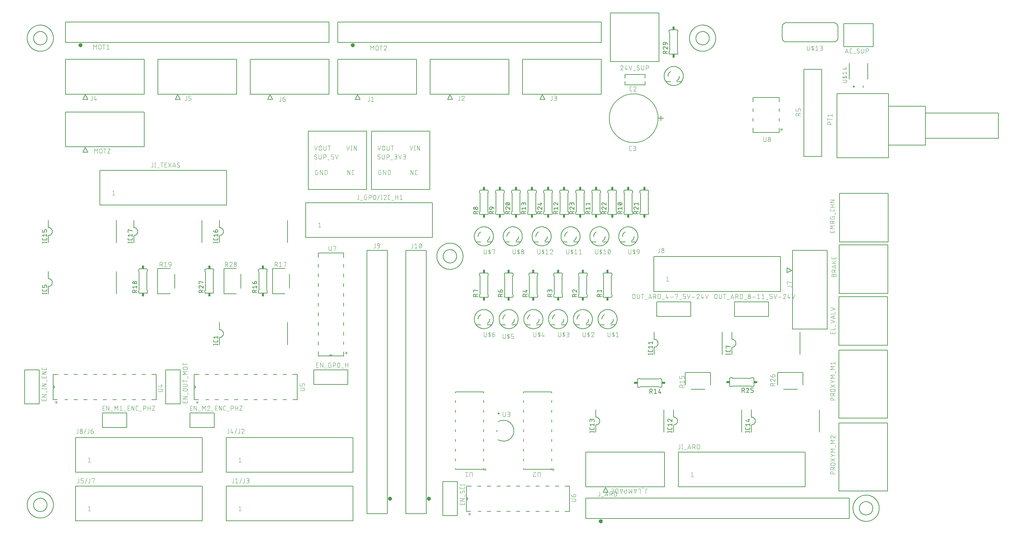
<source format=gbr>
G04 EAGLE Gerber RS-274X export*
G75*
%MOMM*%
%FSLAX34Y34*%
%LPD*%
%INSilkscreen Top*%
%IPPOS*%
%AMOC8*
5,1,8,0,0,1.08239X$1,22.5*%
G01*
%ADD10C,0.127000*%
%ADD11C,0.101600*%
%ADD12C,0.152400*%
%ADD13C,0.076200*%
%ADD14C,0.508000*%
%ADD15R,0.609600X0.863600*%
%ADD16R,0.863600X0.609600*%
%ADD17C,0.203200*%


D10*
X1676400Y1219200D02*
X1676400Y1346200D01*
X1549400Y1346200D01*
X1549400Y1219200D01*
X1676400Y1219200D01*
D11*
X1581799Y1205611D02*
X1581797Y1205718D01*
X1581791Y1205824D01*
X1581781Y1205930D01*
X1581768Y1206036D01*
X1581750Y1206142D01*
X1581729Y1206246D01*
X1581704Y1206350D01*
X1581675Y1206453D01*
X1581643Y1206554D01*
X1581606Y1206654D01*
X1581566Y1206753D01*
X1581523Y1206851D01*
X1581476Y1206947D01*
X1581425Y1207041D01*
X1581371Y1207133D01*
X1581314Y1207223D01*
X1581254Y1207311D01*
X1581190Y1207396D01*
X1581123Y1207479D01*
X1581053Y1207560D01*
X1580981Y1207638D01*
X1580905Y1207714D01*
X1580827Y1207786D01*
X1580746Y1207856D01*
X1580663Y1207923D01*
X1580578Y1207987D01*
X1580490Y1208047D01*
X1580400Y1208104D01*
X1580308Y1208158D01*
X1580214Y1208209D01*
X1580118Y1208256D01*
X1580020Y1208299D01*
X1579921Y1208339D01*
X1579821Y1208376D01*
X1579720Y1208408D01*
X1579617Y1208437D01*
X1579513Y1208462D01*
X1579409Y1208483D01*
X1579303Y1208501D01*
X1579197Y1208514D01*
X1579091Y1208524D01*
X1578985Y1208530D01*
X1578878Y1208532D01*
X1578757Y1208530D01*
X1578636Y1208524D01*
X1578516Y1208514D01*
X1578395Y1208501D01*
X1578276Y1208483D01*
X1578156Y1208462D01*
X1578038Y1208437D01*
X1577921Y1208408D01*
X1577804Y1208375D01*
X1577689Y1208339D01*
X1577575Y1208298D01*
X1577462Y1208255D01*
X1577350Y1208207D01*
X1577241Y1208156D01*
X1577133Y1208101D01*
X1577026Y1208043D01*
X1576922Y1207982D01*
X1576820Y1207917D01*
X1576720Y1207849D01*
X1576622Y1207778D01*
X1576526Y1207704D01*
X1576433Y1207627D01*
X1576343Y1207546D01*
X1576255Y1207463D01*
X1576170Y1207377D01*
X1576087Y1207288D01*
X1576008Y1207197D01*
X1575931Y1207103D01*
X1575858Y1207007D01*
X1575788Y1206909D01*
X1575721Y1206808D01*
X1575657Y1206705D01*
X1575597Y1206600D01*
X1575540Y1206493D01*
X1575486Y1206385D01*
X1575436Y1206275D01*
X1575390Y1206163D01*
X1575347Y1206050D01*
X1575308Y1205935D01*
X1580826Y1203339D02*
X1580905Y1203416D01*
X1580981Y1203497D01*
X1581054Y1203580D01*
X1581124Y1203665D01*
X1581191Y1203753D01*
X1581255Y1203843D01*
X1581315Y1203935D01*
X1581372Y1204030D01*
X1581426Y1204126D01*
X1581477Y1204224D01*
X1581524Y1204324D01*
X1581568Y1204426D01*
X1581608Y1204529D01*
X1581644Y1204633D01*
X1581676Y1204739D01*
X1581705Y1204845D01*
X1581730Y1204953D01*
X1581752Y1205061D01*
X1581769Y1205171D01*
X1581783Y1205280D01*
X1581792Y1205390D01*
X1581798Y1205501D01*
X1581800Y1205611D01*
X1580825Y1203339D02*
X1575308Y1196848D01*
X1581799Y1196848D01*
X1586738Y1199444D02*
X1589334Y1208532D01*
X1586738Y1199444D02*
X1593229Y1199444D01*
X1591282Y1202041D02*
X1591282Y1196848D01*
X1601414Y1196848D02*
X1597519Y1208532D01*
X1605308Y1208532D02*
X1601414Y1196848D01*
X1609104Y1195550D02*
X1614297Y1195550D01*
X1622256Y1196848D02*
X1622355Y1196850D01*
X1622455Y1196856D01*
X1622554Y1196865D01*
X1622652Y1196878D01*
X1622750Y1196895D01*
X1622848Y1196916D01*
X1622944Y1196941D01*
X1623039Y1196969D01*
X1623133Y1197001D01*
X1623226Y1197036D01*
X1623318Y1197075D01*
X1623408Y1197118D01*
X1623496Y1197163D01*
X1623583Y1197213D01*
X1623667Y1197265D01*
X1623750Y1197321D01*
X1623830Y1197379D01*
X1623908Y1197441D01*
X1623983Y1197506D01*
X1624056Y1197574D01*
X1624126Y1197644D01*
X1624194Y1197717D01*
X1624259Y1197792D01*
X1624321Y1197870D01*
X1624379Y1197950D01*
X1624435Y1198033D01*
X1624487Y1198117D01*
X1624537Y1198204D01*
X1624582Y1198292D01*
X1624625Y1198382D01*
X1624664Y1198474D01*
X1624699Y1198567D01*
X1624731Y1198661D01*
X1624759Y1198756D01*
X1624784Y1198852D01*
X1624805Y1198950D01*
X1624822Y1199048D01*
X1624835Y1199146D01*
X1624844Y1199245D01*
X1624850Y1199345D01*
X1624852Y1199444D01*
X1622256Y1196848D02*
X1622112Y1196850D01*
X1621967Y1196856D01*
X1621823Y1196865D01*
X1621680Y1196878D01*
X1621536Y1196895D01*
X1621393Y1196916D01*
X1621251Y1196941D01*
X1621110Y1196969D01*
X1620969Y1197001D01*
X1620829Y1197037D01*
X1620690Y1197076D01*
X1620552Y1197119D01*
X1620416Y1197166D01*
X1620280Y1197216D01*
X1620146Y1197270D01*
X1620014Y1197327D01*
X1619883Y1197388D01*
X1619754Y1197452D01*
X1619626Y1197520D01*
X1619500Y1197590D01*
X1619376Y1197665D01*
X1619255Y1197742D01*
X1619135Y1197823D01*
X1619017Y1197906D01*
X1618902Y1197993D01*
X1618789Y1198083D01*
X1618678Y1198176D01*
X1618570Y1198271D01*
X1618464Y1198370D01*
X1618361Y1198471D01*
X1618686Y1205936D02*
X1618688Y1206035D01*
X1618694Y1206135D01*
X1618703Y1206234D01*
X1618716Y1206332D01*
X1618733Y1206430D01*
X1618754Y1206528D01*
X1618779Y1206624D01*
X1618807Y1206719D01*
X1618839Y1206813D01*
X1618874Y1206906D01*
X1618913Y1206998D01*
X1618956Y1207088D01*
X1619001Y1207176D01*
X1619051Y1207263D01*
X1619103Y1207347D01*
X1619159Y1207430D01*
X1619217Y1207510D01*
X1619279Y1207588D01*
X1619344Y1207663D01*
X1619412Y1207736D01*
X1619482Y1207806D01*
X1619555Y1207874D01*
X1619630Y1207939D01*
X1619708Y1208001D01*
X1619788Y1208059D01*
X1619871Y1208115D01*
X1619955Y1208167D01*
X1620042Y1208217D01*
X1620130Y1208262D01*
X1620220Y1208305D01*
X1620312Y1208344D01*
X1620405Y1208379D01*
X1620499Y1208411D01*
X1620594Y1208439D01*
X1620691Y1208464D01*
X1620788Y1208485D01*
X1620886Y1208502D01*
X1620984Y1208515D01*
X1621083Y1208524D01*
X1621183Y1208530D01*
X1621282Y1208532D01*
X1621418Y1208530D01*
X1621554Y1208524D01*
X1621690Y1208515D01*
X1621826Y1208502D01*
X1621961Y1208484D01*
X1622095Y1208464D01*
X1622229Y1208439D01*
X1622363Y1208411D01*
X1622495Y1208378D01*
X1622626Y1208343D01*
X1622757Y1208303D01*
X1622886Y1208260D01*
X1623014Y1208214D01*
X1623140Y1208163D01*
X1623266Y1208110D01*
X1623389Y1208052D01*
X1623511Y1207992D01*
X1623631Y1207928D01*
X1623750Y1207860D01*
X1623866Y1207790D01*
X1623980Y1207716D01*
X1624093Y1207639D01*
X1624203Y1207558D01*
X1619983Y1203664D02*
X1619897Y1203717D01*
X1619813Y1203774D01*
X1619731Y1203833D01*
X1619651Y1203896D01*
X1619574Y1203962D01*
X1619499Y1204030D01*
X1619427Y1204102D01*
X1619358Y1204176D01*
X1619292Y1204253D01*
X1619229Y1204332D01*
X1619169Y1204414D01*
X1619112Y1204498D01*
X1619058Y1204584D01*
X1619008Y1204672D01*
X1618961Y1204762D01*
X1618917Y1204853D01*
X1618878Y1204947D01*
X1618841Y1205041D01*
X1618809Y1205137D01*
X1618780Y1205235D01*
X1618755Y1205333D01*
X1618734Y1205432D01*
X1618716Y1205532D01*
X1618703Y1205632D01*
X1618693Y1205733D01*
X1618687Y1205835D01*
X1618685Y1205936D01*
X1623554Y1201716D02*
X1623640Y1201663D01*
X1623724Y1201606D01*
X1623806Y1201547D01*
X1623886Y1201484D01*
X1623963Y1201418D01*
X1624038Y1201350D01*
X1624110Y1201278D01*
X1624179Y1201204D01*
X1624245Y1201127D01*
X1624308Y1201048D01*
X1624368Y1200966D01*
X1624425Y1200882D01*
X1624479Y1200796D01*
X1624529Y1200708D01*
X1624576Y1200618D01*
X1624620Y1200527D01*
X1624659Y1200433D01*
X1624696Y1200339D01*
X1624728Y1200243D01*
X1624757Y1200145D01*
X1624782Y1200047D01*
X1624803Y1199948D01*
X1624821Y1199848D01*
X1624834Y1199748D01*
X1624844Y1199647D01*
X1624850Y1199545D01*
X1624852Y1199444D01*
X1623554Y1201716D02*
X1619984Y1203664D01*
X1629791Y1200094D02*
X1629791Y1208532D01*
X1629790Y1200094D02*
X1629792Y1199981D01*
X1629798Y1199868D01*
X1629808Y1199755D01*
X1629822Y1199642D01*
X1629839Y1199530D01*
X1629861Y1199419D01*
X1629886Y1199309D01*
X1629916Y1199199D01*
X1629949Y1199091D01*
X1629986Y1198984D01*
X1630026Y1198878D01*
X1630071Y1198774D01*
X1630119Y1198671D01*
X1630170Y1198570D01*
X1630225Y1198471D01*
X1630283Y1198374D01*
X1630345Y1198279D01*
X1630410Y1198186D01*
X1630478Y1198096D01*
X1630549Y1198008D01*
X1630624Y1197922D01*
X1630701Y1197839D01*
X1630781Y1197759D01*
X1630864Y1197682D01*
X1630950Y1197607D01*
X1631038Y1197536D01*
X1631128Y1197468D01*
X1631221Y1197403D01*
X1631316Y1197341D01*
X1631413Y1197283D01*
X1631512Y1197228D01*
X1631613Y1197177D01*
X1631716Y1197129D01*
X1631820Y1197084D01*
X1631926Y1197044D01*
X1632033Y1197007D01*
X1632141Y1196974D01*
X1632251Y1196944D01*
X1632361Y1196919D01*
X1632472Y1196897D01*
X1632584Y1196880D01*
X1632697Y1196866D01*
X1632810Y1196856D01*
X1632923Y1196850D01*
X1633036Y1196848D01*
X1633149Y1196850D01*
X1633262Y1196856D01*
X1633375Y1196866D01*
X1633488Y1196880D01*
X1633600Y1196897D01*
X1633711Y1196919D01*
X1633821Y1196944D01*
X1633931Y1196974D01*
X1634039Y1197007D01*
X1634146Y1197044D01*
X1634252Y1197084D01*
X1634356Y1197129D01*
X1634459Y1197177D01*
X1634560Y1197228D01*
X1634659Y1197283D01*
X1634756Y1197341D01*
X1634851Y1197403D01*
X1634944Y1197468D01*
X1635034Y1197536D01*
X1635122Y1197607D01*
X1635208Y1197682D01*
X1635291Y1197759D01*
X1635371Y1197839D01*
X1635448Y1197922D01*
X1635523Y1198008D01*
X1635594Y1198096D01*
X1635662Y1198186D01*
X1635727Y1198279D01*
X1635789Y1198374D01*
X1635847Y1198471D01*
X1635902Y1198570D01*
X1635953Y1198671D01*
X1636001Y1198774D01*
X1636046Y1198878D01*
X1636086Y1198984D01*
X1636123Y1199091D01*
X1636156Y1199199D01*
X1636186Y1199309D01*
X1636211Y1199419D01*
X1636233Y1199530D01*
X1636250Y1199642D01*
X1636264Y1199755D01*
X1636274Y1199868D01*
X1636280Y1199981D01*
X1636282Y1200094D01*
X1636282Y1208532D01*
X1642152Y1208532D02*
X1642152Y1196848D01*
X1642152Y1208532D02*
X1645398Y1208532D01*
X1645511Y1208530D01*
X1645624Y1208524D01*
X1645737Y1208514D01*
X1645850Y1208500D01*
X1645962Y1208483D01*
X1646073Y1208461D01*
X1646183Y1208436D01*
X1646293Y1208406D01*
X1646401Y1208373D01*
X1646508Y1208336D01*
X1646614Y1208296D01*
X1646718Y1208251D01*
X1646821Y1208203D01*
X1646922Y1208152D01*
X1647021Y1208097D01*
X1647118Y1208039D01*
X1647213Y1207977D01*
X1647306Y1207912D01*
X1647396Y1207844D01*
X1647484Y1207773D01*
X1647570Y1207698D01*
X1647653Y1207621D01*
X1647733Y1207541D01*
X1647810Y1207458D01*
X1647885Y1207372D01*
X1647956Y1207284D01*
X1648024Y1207194D01*
X1648089Y1207101D01*
X1648151Y1207006D01*
X1648209Y1206909D01*
X1648264Y1206810D01*
X1648315Y1206709D01*
X1648363Y1206606D01*
X1648408Y1206502D01*
X1648448Y1206396D01*
X1648485Y1206289D01*
X1648518Y1206181D01*
X1648548Y1206071D01*
X1648573Y1205961D01*
X1648595Y1205850D01*
X1648612Y1205738D01*
X1648626Y1205625D01*
X1648636Y1205512D01*
X1648642Y1205399D01*
X1648644Y1205286D01*
X1648642Y1205173D01*
X1648636Y1205060D01*
X1648626Y1204947D01*
X1648612Y1204834D01*
X1648595Y1204722D01*
X1648573Y1204611D01*
X1648548Y1204501D01*
X1648518Y1204391D01*
X1648485Y1204283D01*
X1648448Y1204176D01*
X1648408Y1204070D01*
X1648363Y1203966D01*
X1648315Y1203863D01*
X1648264Y1203762D01*
X1648209Y1203663D01*
X1648151Y1203566D01*
X1648089Y1203471D01*
X1648024Y1203378D01*
X1647956Y1203288D01*
X1647885Y1203200D01*
X1647810Y1203114D01*
X1647733Y1203031D01*
X1647653Y1202951D01*
X1647570Y1202874D01*
X1647484Y1202799D01*
X1647396Y1202728D01*
X1647306Y1202660D01*
X1647213Y1202595D01*
X1647118Y1202533D01*
X1647021Y1202475D01*
X1646922Y1202420D01*
X1646821Y1202369D01*
X1646718Y1202321D01*
X1646614Y1202276D01*
X1646508Y1202236D01*
X1646401Y1202199D01*
X1646293Y1202166D01*
X1646183Y1202136D01*
X1646073Y1202111D01*
X1645962Y1202089D01*
X1645850Y1202072D01*
X1645737Y1202058D01*
X1645624Y1202048D01*
X1645511Y1202042D01*
X1645398Y1202040D01*
X1645398Y1202041D02*
X1642152Y1202041D01*
D12*
X2159000Y1258062D02*
X2235454Y1258062D01*
X2235454Y1318006D01*
X2159000Y1318006D01*
X2159000Y1258062D01*
D13*
X2166408Y1253109D02*
X2162429Y1241171D01*
X2170388Y1241171D02*
X2166408Y1253109D01*
X2169393Y1244156D02*
X2163424Y1244156D01*
X2177146Y1241171D02*
X2179799Y1241171D01*
X2177146Y1241171D02*
X2177044Y1241173D01*
X2176943Y1241179D01*
X2176842Y1241189D01*
X2176741Y1241202D01*
X2176641Y1241220D01*
X2176542Y1241241D01*
X2176443Y1241266D01*
X2176346Y1241295D01*
X2176249Y1241327D01*
X2176154Y1241363D01*
X2176061Y1241403D01*
X2175969Y1241446D01*
X2175879Y1241493D01*
X2175790Y1241544D01*
X2175704Y1241597D01*
X2175620Y1241654D01*
X2175538Y1241714D01*
X2175458Y1241777D01*
X2175381Y1241843D01*
X2175306Y1241912D01*
X2175234Y1241984D01*
X2175165Y1242059D01*
X2175099Y1242136D01*
X2175036Y1242216D01*
X2174976Y1242298D01*
X2174919Y1242382D01*
X2174866Y1242468D01*
X2174815Y1242557D01*
X2174768Y1242647D01*
X2174725Y1242739D01*
X2174685Y1242832D01*
X2174649Y1242927D01*
X2174617Y1243024D01*
X2174588Y1243121D01*
X2174563Y1243220D01*
X2174542Y1243319D01*
X2174524Y1243419D01*
X2174511Y1243520D01*
X2174501Y1243621D01*
X2174495Y1243722D01*
X2174493Y1243824D01*
X2174493Y1250456D01*
X2174495Y1250558D01*
X2174501Y1250659D01*
X2174511Y1250760D01*
X2174524Y1250861D01*
X2174542Y1250961D01*
X2174563Y1251060D01*
X2174588Y1251159D01*
X2174617Y1251256D01*
X2174649Y1251353D01*
X2174685Y1251448D01*
X2174725Y1251541D01*
X2174768Y1251633D01*
X2174815Y1251723D01*
X2174866Y1251812D01*
X2174919Y1251898D01*
X2174976Y1251982D01*
X2175036Y1252064D01*
X2175099Y1252144D01*
X2175165Y1252221D01*
X2175234Y1252296D01*
X2175306Y1252368D01*
X2175381Y1252437D01*
X2175458Y1252503D01*
X2175538Y1252566D01*
X2175620Y1252626D01*
X2175704Y1252683D01*
X2175790Y1252736D01*
X2175879Y1252787D01*
X2175969Y1252834D01*
X2176061Y1252877D01*
X2176154Y1252917D01*
X2176249Y1252953D01*
X2176346Y1252985D01*
X2176443Y1253014D01*
X2176541Y1253039D01*
X2176641Y1253060D01*
X2176741Y1253078D01*
X2176842Y1253091D01*
X2176943Y1253101D01*
X2177044Y1253107D01*
X2177146Y1253109D01*
X2179799Y1253109D01*
X2183567Y1239845D02*
X2188873Y1239845D01*
X2196789Y1241171D02*
X2196891Y1241173D01*
X2196992Y1241179D01*
X2197093Y1241189D01*
X2197194Y1241202D01*
X2197294Y1241220D01*
X2197393Y1241241D01*
X2197492Y1241266D01*
X2197589Y1241295D01*
X2197686Y1241327D01*
X2197781Y1241363D01*
X2197874Y1241403D01*
X2197966Y1241446D01*
X2198056Y1241493D01*
X2198145Y1241544D01*
X2198231Y1241597D01*
X2198315Y1241654D01*
X2198397Y1241714D01*
X2198477Y1241777D01*
X2198554Y1241843D01*
X2198629Y1241912D01*
X2198701Y1241984D01*
X2198770Y1242059D01*
X2198836Y1242136D01*
X2198899Y1242216D01*
X2198959Y1242298D01*
X2199016Y1242382D01*
X2199069Y1242468D01*
X2199120Y1242557D01*
X2199167Y1242647D01*
X2199210Y1242739D01*
X2199250Y1242832D01*
X2199286Y1242927D01*
X2199318Y1243024D01*
X2199347Y1243121D01*
X2199372Y1243220D01*
X2199393Y1243319D01*
X2199411Y1243419D01*
X2199424Y1243520D01*
X2199434Y1243621D01*
X2199440Y1243722D01*
X2199442Y1243824D01*
X2196789Y1241171D02*
X2196642Y1241173D01*
X2196494Y1241179D01*
X2196347Y1241188D01*
X2196200Y1241202D01*
X2196054Y1241219D01*
X2195908Y1241241D01*
X2195762Y1241266D01*
X2195618Y1241295D01*
X2195474Y1241327D01*
X2195331Y1241364D01*
X2195189Y1241404D01*
X2195048Y1241448D01*
X2194909Y1241496D01*
X2194771Y1241547D01*
X2194634Y1241602D01*
X2194498Y1241661D01*
X2194364Y1241723D01*
X2194232Y1241788D01*
X2194102Y1241857D01*
X2193973Y1241930D01*
X2193847Y1242005D01*
X2193722Y1242084D01*
X2193600Y1242167D01*
X2193480Y1242252D01*
X2193362Y1242341D01*
X2193247Y1242433D01*
X2193133Y1242527D01*
X2193023Y1242625D01*
X2192915Y1242726D01*
X2192810Y1242829D01*
X2193142Y1250456D02*
X2193144Y1250558D01*
X2193150Y1250659D01*
X2193160Y1250760D01*
X2193173Y1250861D01*
X2193191Y1250961D01*
X2193212Y1251060D01*
X2193237Y1251159D01*
X2193266Y1251256D01*
X2193298Y1251353D01*
X2193334Y1251448D01*
X2193374Y1251541D01*
X2193417Y1251633D01*
X2193464Y1251723D01*
X2193515Y1251812D01*
X2193568Y1251898D01*
X2193625Y1251982D01*
X2193685Y1252064D01*
X2193748Y1252144D01*
X2193814Y1252221D01*
X2193883Y1252296D01*
X2193955Y1252368D01*
X2194030Y1252437D01*
X2194107Y1252503D01*
X2194187Y1252566D01*
X2194269Y1252626D01*
X2194353Y1252683D01*
X2194439Y1252736D01*
X2194528Y1252787D01*
X2194618Y1252834D01*
X2194710Y1252877D01*
X2194803Y1252917D01*
X2194898Y1252953D01*
X2194995Y1252985D01*
X2195092Y1253014D01*
X2195191Y1253039D01*
X2195290Y1253060D01*
X2195390Y1253078D01*
X2195491Y1253091D01*
X2195592Y1253101D01*
X2195693Y1253107D01*
X2195795Y1253109D01*
X2195934Y1253107D01*
X2196073Y1253101D01*
X2196212Y1253091D01*
X2196351Y1253078D01*
X2196489Y1253060D01*
X2196626Y1253039D01*
X2196763Y1253014D01*
X2196899Y1252985D01*
X2197034Y1252952D01*
X2197169Y1252916D01*
X2197302Y1252875D01*
X2197434Y1252831D01*
X2197565Y1252784D01*
X2197694Y1252732D01*
X2197822Y1252677D01*
X2197948Y1252619D01*
X2198073Y1252557D01*
X2198195Y1252491D01*
X2198316Y1252423D01*
X2198435Y1252350D01*
X2198552Y1252275D01*
X2198667Y1252196D01*
X2198779Y1252114D01*
X2194468Y1248135D02*
X2194383Y1248187D01*
X2194300Y1248243D01*
X2194219Y1248301D01*
X2194140Y1248363D01*
X2194064Y1248427D01*
X2193990Y1248494D01*
X2193918Y1248564D01*
X2193850Y1248636D01*
X2193783Y1248711D01*
X2193720Y1248788D01*
X2193660Y1248868D01*
X2193602Y1248950D01*
X2193548Y1249034D01*
X2193497Y1249119D01*
X2193449Y1249207D01*
X2193404Y1249296D01*
X2193363Y1249387D01*
X2193325Y1249480D01*
X2193291Y1249574D01*
X2193260Y1249668D01*
X2193232Y1249765D01*
X2193208Y1249862D01*
X2193188Y1249959D01*
X2193172Y1250058D01*
X2193159Y1250157D01*
X2193149Y1250256D01*
X2193144Y1250356D01*
X2193142Y1250456D01*
X2198116Y1246145D02*
X2198201Y1246093D01*
X2198284Y1246037D01*
X2198365Y1245979D01*
X2198444Y1245917D01*
X2198520Y1245853D01*
X2198594Y1245786D01*
X2198666Y1245716D01*
X2198734Y1245644D01*
X2198801Y1245569D01*
X2198864Y1245492D01*
X2198924Y1245412D01*
X2198982Y1245330D01*
X2199036Y1245246D01*
X2199087Y1245161D01*
X2199135Y1245073D01*
X2199180Y1244984D01*
X2199221Y1244893D01*
X2199259Y1244800D01*
X2199293Y1244707D01*
X2199324Y1244612D01*
X2199352Y1244515D01*
X2199376Y1244418D01*
X2199396Y1244321D01*
X2199412Y1244222D01*
X2199425Y1244123D01*
X2199435Y1244024D01*
X2199440Y1243924D01*
X2199442Y1243824D01*
X2198116Y1246145D02*
X2194468Y1248135D01*
X2204240Y1244487D02*
X2204240Y1253109D01*
X2204240Y1244487D02*
X2204242Y1244373D01*
X2204248Y1244258D01*
X2204258Y1244144D01*
X2204272Y1244031D01*
X2204289Y1243917D01*
X2204311Y1243805D01*
X2204336Y1243693D01*
X2204366Y1243583D01*
X2204399Y1243473D01*
X2204436Y1243365D01*
X2204476Y1243258D01*
X2204521Y1243152D01*
X2204568Y1243048D01*
X2204620Y1242946D01*
X2204675Y1242846D01*
X2204733Y1242747D01*
X2204795Y1242651D01*
X2204860Y1242556D01*
X2204928Y1242465D01*
X2205000Y1242375D01*
X2205074Y1242288D01*
X2205151Y1242204D01*
X2205232Y1242122D01*
X2205315Y1242043D01*
X2205400Y1241967D01*
X2205489Y1241894D01*
X2205579Y1241825D01*
X2205672Y1241758D01*
X2205768Y1241695D01*
X2205865Y1241635D01*
X2205965Y1241578D01*
X2206066Y1241525D01*
X2206169Y1241475D01*
X2206274Y1241429D01*
X2206380Y1241386D01*
X2206488Y1241348D01*
X2206597Y1241313D01*
X2206707Y1241282D01*
X2206818Y1241254D01*
X2206930Y1241231D01*
X2207043Y1241211D01*
X2207156Y1241195D01*
X2207270Y1241183D01*
X2207384Y1241175D01*
X2207499Y1241171D01*
X2207613Y1241171D01*
X2207728Y1241175D01*
X2207842Y1241183D01*
X2207956Y1241195D01*
X2208069Y1241211D01*
X2208182Y1241231D01*
X2208294Y1241254D01*
X2208405Y1241282D01*
X2208515Y1241313D01*
X2208624Y1241348D01*
X2208732Y1241386D01*
X2208838Y1241429D01*
X2208943Y1241475D01*
X2209046Y1241525D01*
X2209147Y1241578D01*
X2209247Y1241635D01*
X2209344Y1241695D01*
X2209440Y1241758D01*
X2209533Y1241825D01*
X2209623Y1241894D01*
X2209712Y1241967D01*
X2209797Y1242043D01*
X2209880Y1242122D01*
X2209961Y1242204D01*
X2210038Y1242288D01*
X2210112Y1242375D01*
X2210184Y1242465D01*
X2210252Y1242556D01*
X2210317Y1242651D01*
X2210379Y1242747D01*
X2210437Y1242846D01*
X2210492Y1242946D01*
X2210544Y1243048D01*
X2210591Y1243152D01*
X2210636Y1243258D01*
X2210676Y1243365D01*
X2210713Y1243473D01*
X2210746Y1243583D01*
X2210776Y1243693D01*
X2210801Y1243805D01*
X2210823Y1243917D01*
X2210840Y1244031D01*
X2210854Y1244144D01*
X2210864Y1244258D01*
X2210870Y1244373D01*
X2210872Y1244487D01*
X2210872Y1253109D01*
X2216580Y1253109D02*
X2216580Y1241171D01*
X2216580Y1253109D02*
X2219896Y1253109D01*
X2220010Y1253107D01*
X2220125Y1253101D01*
X2220239Y1253091D01*
X2220352Y1253077D01*
X2220466Y1253060D01*
X2220578Y1253038D01*
X2220690Y1253013D01*
X2220800Y1252983D01*
X2220910Y1252950D01*
X2221018Y1252913D01*
X2221125Y1252873D01*
X2221231Y1252828D01*
X2221335Y1252781D01*
X2221437Y1252729D01*
X2221537Y1252674D01*
X2221636Y1252616D01*
X2221732Y1252554D01*
X2221827Y1252489D01*
X2221918Y1252421D01*
X2222008Y1252349D01*
X2222095Y1252275D01*
X2222179Y1252198D01*
X2222261Y1252117D01*
X2222340Y1252034D01*
X2222416Y1251949D01*
X2222489Y1251860D01*
X2222558Y1251770D01*
X2222625Y1251677D01*
X2222688Y1251581D01*
X2222748Y1251484D01*
X2222805Y1251384D01*
X2222858Y1251283D01*
X2222908Y1251180D01*
X2222954Y1251075D01*
X2222997Y1250969D01*
X2223035Y1250861D01*
X2223070Y1250752D01*
X2223101Y1250642D01*
X2223129Y1250531D01*
X2223152Y1250419D01*
X2223172Y1250306D01*
X2223188Y1250193D01*
X2223200Y1250079D01*
X2223208Y1249965D01*
X2223212Y1249850D01*
X2223212Y1249736D01*
X2223208Y1249621D01*
X2223200Y1249507D01*
X2223188Y1249393D01*
X2223172Y1249280D01*
X2223152Y1249167D01*
X2223129Y1249055D01*
X2223101Y1248944D01*
X2223070Y1248834D01*
X2223035Y1248725D01*
X2222997Y1248617D01*
X2222954Y1248511D01*
X2222908Y1248406D01*
X2222858Y1248303D01*
X2222805Y1248202D01*
X2222748Y1248102D01*
X2222688Y1248005D01*
X2222625Y1247909D01*
X2222558Y1247816D01*
X2222489Y1247726D01*
X2222416Y1247637D01*
X2222340Y1247552D01*
X2222261Y1247469D01*
X2222179Y1247388D01*
X2222095Y1247311D01*
X2222008Y1247237D01*
X2221918Y1247165D01*
X2221827Y1247097D01*
X2221732Y1247032D01*
X2221636Y1246970D01*
X2221537Y1246912D01*
X2221437Y1246857D01*
X2221335Y1246805D01*
X2221231Y1246758D01*
X2221125Y1246713D01*
X2221018Y1246673D01*
X2220910Y1246636D01*
X2220800Y1246603D01*
X2220690Y1246573D01*
X2220578Y1246548D01*
X2220466Y1246526D01*
X2220352Y1246509D01*
X2220239Y1246495D01*
X2220125Y1246485D01*
X2220010Y1246479D01*
X2219896Y1246477D01*
X2216580Y1246477D01*
D10*
X2273300Y477520D02*
X2146300Y477520D01*
X2273300Y477520D02*
X2273300Y604520D01*
X2146300Y604520D01*
X2146300Y477520D01*
D11*
X2135632Y507613D02*
X2135632Y512806D01*
X2135632Y507613D02*
X2123948Y507613D01*
X2123948Y512806D01*
X2129141Y511508D02*
X2129141Y507613D01*
X2123948Y517519D02*
X2135632Y517519D01*
X2135632Y522712D01*
X2136930Y526528D02*
X2136930Y531721D01*
X2135632Y539411D02*
X2123948Y535517D01*
X2123948Y543306D02*
X2135632Y539411D01*
X2135632Y546947D02*
X2123948Y550841D01*
X2135632Y554736D01*
X2132711Y553762D02*
X2132711Y547920D01*
X2135632Y559429D02*
X2123948Y559429D01*
X2135632Y559429D02*
X2135632Y564622D01*
X2135632Y572177D02*
X2123948Y568283D01*
X2123948Y576072D02*
X2135632Y572177D01*
D10*
X774446Y412750D02*
X774446Y374650D01*
X863346Y374650D01*
X863346Y412750D01*
X774446Y412750D01*
D11*
X781304Y419608D02*
X786497Y419608D01*
X781304Y419608D02*
X781304Y431292D01*
X786497Y431292D01*
X785199Y426099D02*
X781304Y426099D01*
X791187Y431292D02*
X791187Y419608D01*
X797679Y419608D02*
X791187Y431292D01*
X797679Y431292D02*
X797679Y419608D01*
X802505Y418310D02*
X807697Y418310D01*
X817067Y426099D02*
X819014Y426099D01*
X819014Y419608D01*
X815120Y419608D01*
X815021Y419610D01*
X814921Y419616D01*
X814822Y419625D01*
X814724Y419638D01*
X814626Y419655D01*
X814528Y419676D01*
X814432Y419701D01*
X814337Y419729D01*
X814243Y419761D01*
X814150Y419796D01*
X814058Y419835D01*
X813968Y419878D01*
X813880Y419923D01*
X813793Y419973D01*
X813709Y420025D01*
X813626Y420081D01*
X813546Y420139D01*
X813468Y420201D01*
X813393Y420266D01*
X813320Y420334D01*
X813250Y420404D01*
X813182Y420477D01*
X813117Y420552D01*
X813055Y420630D01*
X812997Y420710D01*
X812941Y420793D01*
X812889Y420877D01*
X812839Y420964D01*
X812794Y421052D01*
X812751Y421142D01*
X812712Y421234D01*
X812677Y421327D01*
X812645Y421421D01*
X812617Y421516D01*
X812592Y421612D01*
X812571Y421710D01*
X812554Y421808D01*
X812541Y421906D01*
X812532Y422005D01*
X812526Y422105D01*
X812524Y422204D01*
X812523Y422204D02*
X812523Y428696D01*
X812524Y428696D02*
X812526Y428795D01*
X812532Y428895D01*
X812541Y428994D01*
X812554Y429092D01*
X812571Y429190D01*
X812592Y429288D01*
X812617Y429384D01*
X812645Y429479D01*
X812677Y429573D01*
X812712Y429666D01*
X812751Y429758D01*
X812794Y429848D01*
X812839Y429936D01*
X812889Y430023D01*
X812941Y430107D01*
X812997Y430190D01*
X813055Y430270D01*
X813117Y430348D01*
X813182Y430423D01*
X813250Y430496D01*
X813320Y430566D01*
X813393Y430634D01*
X813468Y430699D01*
X813546Y430761D01*
X813626Y430819D01*
X813709Y430875D01*
X813793Y430927D01*
X813880Y430977D01*
X813968Y431022D01*
X814058Y431065D01*
X814150Y431104D01*
X814242Y431139D01*
X814337Y431171D01*
X814432Y431199D01*
X814528Y431224D01*
X814626Y431245D01*
X814724Y431262D01*
X814822Y431275D01*
X814921Y431284D01*
X815021Y431290D01*
X815120Y431292D01*
X819014Y431292D01*
X824885Y431292D02*
X824885Y419608D01*
X824885Y431292D02*
X828130Y431292D01*
X828243Y431290D01*
X828356Y431284D01*
X828469Y431274D01*
X828582Y431260D01*
X828694Y431243D01*
X828805Y431221D01*
X828915Y431196D01*
X829025Y431166D01*
X829133Y431133D01*
X829240Y431096D01*
X829346Y431056D01*
X829450Y431011D01*
X829553Y430963D01*
X829654Y430912D01*
X829753Y430857D01*
X829850Y430799D01*
X829945Y430737D01*
X830038Y430672D01*
X830128Y430604D01*
X830216Y430533D01*
X830302Y430458D01*
X830385Y430381D01*
X830465Y430301D01*
X830542Y430218D01*
X830617Y430132D01*
X830688Y430044D01*
X830756Y429954D01*
X830821Y429861D01*
X830883Y429766D01*
X830941Y429669D01*
X830996Y429570D01*
X831047Y429469D01*
X831095Y429366D01*
X831140Y429262D01*
X831180Y429156D01*
X831217Y429049D01*
X831250Y428941D01*
X831280Y428831D01*
X831305Y428721D01*
X831327Y428610D01*
X831344Y428498D01*
X831358Y428385D01*
X831368Y428272D01*
X831374Y428159D01*
X831376Y428046D01*
X831374Y427933D01*
X831368Y427820D01*
X831358Y427707D01*
X831344Y427594D01*
X831327Y427482D01*
X831305Y427371D01*
X831280Y427261D01*
X831250Y427151D01*
X831217Y427043D01*
X831180Y426936D01*
X831140Y426830D01*
X831095Y426726D01*
X831047Y426623D01*
X830996Y426522D01*
X830941Y426423D01*
X830883Y426326D01*
X830821Y426231D01*
X830756Y426138D01*
X830688Y426048D01*
X830617Y425960D01*
X830542Y425874D01*
X830465Y425791D01*
X830385Y425711D01*
X830302Y425634D01*
X830216Y425559D01*
X830128Y425488D01*
X830038Y425420D01*
X829945Y425355D01*
X829850Y425293D01*
X829753Y425235D01*
X829654Y425180D01*
X829553Y425129D01*
X829450Y425081D01*
X829346Y425036D01*
X829240Y424996D01*
X829133Y424959D01*
X829025Y424926D01*
X828915Y424896D01*
X828805Y424871D01*
X828694Y424849D01*
X828582Y424832D01*
X828469Y424818D01*
X828356Y424808D01*
X828243Y424802D01*
X828130Y424800D01*
X828130Y424801D02*
X824885Y424801D01*
X835764Y422854D02*
X835764Y428046D01*
X835766Y428159D01*
X835772Y428272D01*
X835782Y428385D01*
X835796Y428498D01*
X835813Y428610D01*
X835835Y428721D01*
X835860Y428831D01*
X835890Y428941D01*
X835923Y429049D01*
X835960Y429156D01*
X836000Y429262D01*
X836045Y429366D01*
X836093Y429469D01*
X836144Y429570D01*
X836199Y429669D01*
X836257Y429766D01*
X836319Y429861D01*
X836384Y429954D01*
X836452Y430044D01*
X836523Y430132D01*
X836598Y430218D01*
X836675Y430301D01*
X836755Y430381D01*
X836838Y430458D01*
X836924Y430533D01*
X837012Y430604D01*
X837102Y430672D01*
X837195Y430737D01*
X837290Y430799D01*
X837387Y430857D01*
X837486Y430912D01*
X837587Y430963D01*
X837690Y431011D01*
X837794Y431056D01*
X837900Y431096D01*
X838007Y431133D01*
X838115Y431166D01*
X838225Y431196D01*
X838335Y431221D01*
X838446Y431243D01*
X838558Y431260D01*
X838671Y431274D01*
X838784Y431284D01*
X838897Y431290D01*
X839010Y431292D01*
X839123Y431290D01*
X839236Y431284D01*
X839349Y431274D01*
X839462Y431260D01*
X839574Y431243D01*
X839685Y431221D01*
X839795Y431196D01*
X839905Y431166D01*
X840013Y431133D01*
X840120Y431096D01*
X840226Y431056D01*
X840330Y431011D01*
X840433Y430963D01*
X840534Y430912D01*
X840633Y430857D01*
X840730Y430799D01*
X840825Y430737D01*
X840918Y430672D01*
X841008Y430604D01*
X841096Y430533D01*
X841182Y430458D01*
X841265Y430381D01*
X841345Y430301D01*
X841422Y430218D01*
X841497Y430132D01*
X841568Y430044D01*
X841636Y429954D01*
X841701Y429861D01*
X841763Y429766D01*
X841821Y429669D01*
X841876Y429570D01*
X841927Y429469D01*
X841975Y429366D01*
X842020Y429262D01*
X842060Y429156D01*
X842097Y429049D01*
X842130Y428941D01*
X842160Y428831D01*
X842185Y428721D01*
X842207Y428610D01*
X842224Y428498D01*
X842238Y428385D01*
X842248Y428272D01*
X842254Y428159D01*
X842256Y428046D01*
X842255Y428046D02*
X842255Y422854D01*
X842256Y422854D02*
X842254Y422741D01*
X842248Y422628D01*
X842238Y422515D01*
X842224Y422402D01*
X842207Y422290D01*
X842185Y422179D01*
X842160Y422069D01*
X842130Y421959D01*
X842097Y421851D01*
X842060Y421744D01*
X842020Y421638D01*
X841975Y421534D01*
X841927Y421431D01*
X841876Y421330D01*
X841821Y421231D01*
X841763Y421134D01*
X841701Y421039D01*
X841636Y420946D01*
X841568Y420856D01*
X841497Y420768D01*
X841422Y420682D01*
X841345Y420599D01*
X841265Y420519D01*
X841182Y420442D01*
X841096Y420367D01*
X841008Y420296D01*
X840918Y420228D01*
X840825Y420163D01*
X840730Y420101D01*
X840633Y420043D01*
X840534Y419988D01*
X840433Y419937D01*
X840330Y419889D01*
X840226Y419844D01*
X840120Y419804D01*
X840013Y419767D01*
X839905Y419734D01*
X839795Y419704D01*
X839685Y419679D01*
X839574Y419657D01*
X839462Y419640D01*
X839349Y419626D01*
X839236Y419616D01*
X839123Y419610D01*
X839010Y419608D01*
X838897Y419610D01*
X838784Y419616D01*
X838671Y419626D01*
X838558Y419640D01*
X838446Y419657D01*
X838335Y419679D01*
X838225Y419704D01*
X838115Y419734D01*
X838007Y419767D01*
X837900Y419804D01*
X837794Y419844D01*
X837690Y419889D01*
X837587Y419937D01*
X837486Y419988D01*
X837387Y420043D01*
X837290Y420101D01*
X837195Y420163D01*
X837102Y420228D01*
X837012Y420296D01*
X836924Y420367D01*
X836838Y420442D01*
X836755Y420519D01*
X836675Y420599D01*
X836598Y420682D01*
X836523Y420768D01*
X836452Y420856D01*
X836384Y420946D01*
X836319Y421039D01*
X836257Y421134D01*
X836199Y421231D01*
X836144Y421330D01*
X836093Y421431D01*
X836045Y421534D01*
X836000Y421638D01*
X835960Y421744D01*
X835923Y421851D01*
X835890Y421959D01*
X835860Y422069D01*
X835835Y422179D01*
X835813Y422290D01*
X835796Y422402D01*
X835782Y422515D01*
X835772Y422628D01*
X835766Y422741D01*
X835764Y422854D01*
X846700Y418310D02*
X851893Y418310D01*
X856719Y419608D02*
X856719Y431292D01*
X856719Y426099D02*
X863210Y426099D01*
X863210Y431292D02*
X863210Y419608D01*
D10*
X57150Y412750D02*
X19050Y412750D01*
X19050Y323850D01*
X57150Y323850D01*
X57150Y412750D01*
D11*
X75692Y337495D02*
X75692Y332302D01*
X64008Y332302D01*
X64008Y337495D01*
X69201Y336197D02*
X69201Y332302D01*
X64008Y342185D02*
X75692Y342185D01*
X75692Y348677D02*
X64008Y342185D01*
X64008Y348677D02*
X75692Y348677D01*
X76990Y353503D02*
X76990Y358695D01*
X75692Y364100D02*
X64008Y364100D01*
X75692Y362802D02*
X75692Y365398D01*
X64008Y365398D02*
X64008Y362802D01*
X64008Y370379D02*
X75692Y370379D01*
X75692Y376870D02*
X64008Y370379D01*
X64008Y376870D02*
X75692Y376870D01*
X76990Y381696D02*
X76990Y386889D01*
X75692Y391738D02*
X75692Y396931D01*
X75692Y391738D02*
X64008Y391738D01*
X64008Y396931D01*
X69201Y395633D02*
X69201Y391738D01*
X64008Y401621D02*
X75692Y401621D01*
X75692Y408112D02*
X64008Y401621D01*
X64008Y408112D02*
X75692Y408112D01*
X75692Y415996D02*
X75692Y418592D01*
X75692Y415996D02*
X75690Y415897D01*
X75684Y415797D01*
X75675Y415698D01*
X75662Y415600D01*
X75645Y415502D01*
X75624Y415404D01*
X75599Y415308D01*
X75571Y415213D01*
X75539Y415119D01*
X75504Y415026D01*
X75465Y414934D01*
X75422Y414844D01*
X75377Y414756D01*
X75327Y414669D01*
X75275Y414585D01*
X75219Y414502D01*
X75161Y414422D01*
X75099Y414344D01*
X75034Y414269D01*
X74966Y414196D01*
X74896Y414126D01*
X74823Y414058D01*
X74748Y413993D01*
X74670Y413931D01*
X74590Y413873D01*
X74507Y413817D01*
X74423Y413765D01*
X74336Y413715D01*
X74248Y413670D01*
X74158Y413627D01*
X74066Y413588D01*
X73973Y413553D01*
X73879Y413521D01*
X73784Y413493D01*
X73688Y413468D01*
X73590Y413447D01*
X73492Y413430D01*
X73394Y413417D01*
X73295Y413408D01*
X73195Y413402D01*
X73096Y413400D01*
X73096Y413399D02*
X66604Y413399D01*
X66505Y413401D01*
X66405Y413407D01*
X66306Y413416D01*
X66208Y413429D01*
X66110Y413447D01*
X66012Y413467D01*
X65916Y413492D01*
X65820Y413520D01*
X65726Y413552D01*
X65633Y413587D01*
X65542Y413626D01*
X65452Y413669D01*
X65363Y413714D01*
X65277Y413764D01*
X65192Y413816D01*
X65110Y413872D01*
X65030Y413931D01*
X64952Y413992D01*
X64876Y414057D01*
X64803Y414125D01*
X64733Y414195D01*
X64665Y414268D01*
X64600Y414344D01*
X64539Y414422D01*
X64480Y414502D01*
X64424Y414584D01*
X64372Y414669D01*
X64323Y414755D01*
X64277Y414844D01*
X64234Y414934D01*
X64195Y415025D01*
X64160Y415118D01*
X64128Y415212D01*
X64100Y415308D01*
X64075Y415404D01*
X64055Y415502D01*
X64037Y415600D01*
X64024Y415698D01*
X64015Y415797D01*
X64009Y415896D01*
X64007Y415996D01*
X64008Y415996D02*
X64008Y418592D01*
D10*
X222250Y299971D02*
X222250Y261871D01*
X285750Y261871D01*
X285750Y299971D01*
X222250Y299971D01*
D11*
X222758Y306829D02*
X227951Y306829D01*
X222758Y306829D02*
X222758Y318513D01*
X227951Y318513D01*
X226653Y313320D02*
X222758Y313320D01*
X232641Y318513D02*
X232641Y306829D01*
X239133Y306829D02*
X232641Y318513D01*
X239133Y318513D02*
X239133Y306829D01*
X243959Y305531D02*
X249151Y305531D01*
X254090Y306829D02*
X254090Y318513D01*
X257985Y312022D01*
X261880Y318513D01*
X261880Y306829D01*
X267312Y315917D02*
X270558Y318513D01*
X270558Y306829D01*
X273803Y306829D02*
X267312Y306829D01*
X278248Y305531D02*
X283441Y305531D01*
X288290Y306829D02*
X293483Y306829D01*
X288290Y306829D02*
X288290Y318513D01*
X293483Y318513D01*
X292185Y313320D02*
X288290Y313320D01*
X298173Y318513D02*
X298173Y306829D01*
X304664Y306829D02*
X298173Y318513D01*
X304664Y318513D02*
X304664Y306829D01*
X312548Y306829D02*
X315144Y306829D01*
X312548Y306829D02*
X312449Y306831D01*
X312349Y306837D01*
X312250Y306846D01*
X312152Y306859D01*
X312054Y306876D01*
X311956Y306897D01*
X311860Y306922D01*
X311765Y306950D01*
X311671Y306982D01*
X311578Y307017D01*
X311486Y307056D01*
X311396Y307099D01*
X311308Y307144D01*
X311221Y307194D01*
X311137Y307246D01*
X311054Y307302D01*
X310974Y307360D01*
X310896Y307422D01*
X310821Y307487D01*
X310748Y307555D01*
X310678Y307625D01*
X310610Y307698D01*
X310545Y307773D01*
X310483Y307851D01*
X310425Y307931D01*
X310369Y308014D01*
X310317Y308098D01*
X310267Y308185D01*
X310222Y308273D01*
X310179Y308363D01*
X310140Y308455D01*
X310105Y308548D01*
X310073Y308642D01*
X310045Y308737D01*
X310020Y308833D01*
X309999Y308931D01*
X309982Y309029D01*
X309969Y309127D01*
X309960Y309226D01*
X309954Y309326D01*
X309952Y309425D01*
X309951Y309425D02*
X309951Y315917D01*
X309952Y315917D02*
X309954Y316016D01*
X309960Y316116D01*
X309969Y316215D01*
X309982Y316313D01*
X309999Y316411D01*
X310020Y316509D01*
X310045Y316605D01*
X310073Y316700D01*
X310105Y316794D01*
X310140Y316887D01*
X310179Y316979D01*
X310222Y317069D01*
X310267Y317157D01*
X310317Y317244D01*
X310369Y317328D01*
X310425Y317411D01*
X310483Y317491D01*
X310545Y317569D01*
X310610Y317644D01*
X310678Y317717D01*
X310748Y317787D01*
X310821Y317855D01*
X310896Y317920D01*
X310974Y317982D01*
X311054Y318040D01*
X311137Y318096D01*
X311221Y318148D01*
X311308Y318198D01*
X311396Y318243D01*
X311486Y318286D01*
X311578Y318325D01*
X311670Y318360D01*
X311765Y318392D01*
X311860Y318420D01*
X311956Y318445D01*
X312054Y318466D01*
X312152Y318483D01*
X312250Y318496D01*
X312349Y318505D01*
X312449Y318511D01*
X312548Y318513D01*
X315144Y318513D01*
X319015Y305531D02*
X324208Y305531D01*
X329204Y306829D02*
X329204Y318513D01*
X332449Y318513D01*
X332562Y318511D01*
X332675Y318505D01*
X332788Y318495D01*
X332901Y318481D01*
X333013Y318464D01*
X333124Y318442D01*
X333234Y318417D01*
X333344Y318387D01*
X333452Y318354D01*
X333559Y318317D01*
X333665Y318277D01*
X333769Y318232D01*
X333872Y318184D01*
X333973Y318133D01*
X334072Y318078D01*
X334169Y318020D01*
X334264Y317958D01*
X334357Y317893D01*
X334447Y317825D01*
X334535Y317754D01*
X334621Y317679D01*
X334704Y317602D01*
X334784Y317522D01*
X334861Y317439D01*
X334936Y317353D01*
X335007Y317265D01*
X335075Y317175D01*
X335140Y317082D01*
X335202Y316987D01*
X335260Y316890D01*
X335315Y316791D01*
X335366Y316690D01*
X335414Y316587D01*
X335459Y316483D01*
X335499Y316377D01*
X335536Y316270D01*
X335569Y316162D01*
X335599Y316052D01*
X335624Y315942D01*
X335646Y315831D01*
X335663Y315719D01*
X335677Y315606D01*
X335687Y315493D01*
X335693Y315380D01*
X335695Y315267D01*
X335693Y315154D01*
X335687Y315041D01*
X335677Y314928D01*
X335663Y314815D01*
X335646Y314703D01*
X335624Y314592D01*
X335599Y314482D01*
X335569Y314372D01*
X335536Y314264D01*
X335499Y314157D01*
X335459Y314051D01*
X335414Y313947D01*
X335366Y313844D01*
X335315Y313743D01*
X335260Y313644D01*
X335202Y313547D01*
X335140Y313452D01*
X335075Y313359D01*
X335007Y313269D01*
X334936Y313181D01*
X334861Y313095D01*
X334784Y313012D01*
X334704Y312932D01*
X334621Y312855D01*
X334535Y312780D01*
X334447Y312709D01*
X334357Y312641D01*
X334264Y312576D01*
X334169Y312514D01*
X334072Y312456D01*
X333973Y312401D01*
X333872Y312350D01*
X333769Y312302D01*
X333665Y312257D01*
X333559Y312217D01*
X333452Y312180D01*
X333344Y312147D01*
X333234Y312117D01*
X333124Y312092D01*
X333013Y312070D01*
X332901Y312053D01*
X332788Y312039D01*
X332675Y312029D01*
X332562Y312023D01*
X332449Y312021D01*
X332449Y312022D02*
X329204Y312022D01*
X340464Y306829D02*
X340464Y318513D01*
X340464Y313320D02*
X346955Y313320D01*
X346955Y318513D02*
X346955Y306829D01*
X351894Y318513D02*
X358385Y318513D01*
X351894Y306829D01*
X358385Y306829D01*
D10*
X450850Y299971D02*
X450850Y261871D01*
X514350Y261871D01*
X514350Y299971D01*
X450850Y299971D01*
D11*
X451358Y306829D02*
X456551Y306829D01*
X451358Y306829D02*
X451358Y318513D01*
X456551Y318513D01*
X455253Y313320D02*
X451358Y313320D01*
X461241Y318513D02*
X461241Y306829D01*
X467733Y306829D02*
X461241Y318513D01*
X467733Y318513D02*
X467733Y306829D01*
X472559Y305531D02*
X477751Y305531D01*
X482690Y306829D02*
X482690Y318513D01*
X486585Y312022D01*
X490480Y318513D01*
X490480Y306829D01*
X499482Y318513D02*
X499589Y318511D01*
X499695Y318505D01*
X499801Y318495D01*
X499907Y318482D01*
X500013Y318464D01*
X500117Y318443D01*
X500221Y318418D01*
X500324Y318389D01*
X500425Y318357D01*
X500525Y318320D01*
X500624Y318280D01*
X500722Y318237D01*
X500818Y318190D01*
X500912Y318139D01*
X501004Y318085D01*
X501094Y318028D01*
X501182Y317968D01*
X501267Y317904D01*
X501350Y317837D01*
X501431Y317767D01*
X501509Y317695D01*
X501585Y317619D01*
X501657Y317541D01*
X501727Y317460D01*
X501794Y317377D01*
X501858Y317292D01*
X501918Y317204D01*
X501975Y317114D01*
X502029Y317022D01*
X502080Y316928D01*
X502127Y316832D01*
X502170Y316734D01*
X502210Y316635D01*
X502247Y316535D01*
X502279Y316434D01*
X502308Y316331D01*
X502333Y316227D01*
X502354Y316123D01*
X502372Y316017D01*
X502385Y315911D01*
X502395Y315805D01*
X502401Y315699D01*
X502403Y315592D01*
X499482Y318513D02*
X499361Y318511D01*
X499240Y318505D01*
X499120Y318495D01*
X498999Y318482D01*
X498880Y318464D01*
X498760Y318443D01*
X498642Y318418D01*
X498525Y318389D01*
X498408Y318356D01*
X498293Y318320D01*
X498179Y318279D01*
X498066Y318236D01*
X497954Y318188D01*
X497845Y318137D01*
X497737Y318082D01*
X497630Y318024D01*
X497526Y317963D01*
X497424Y317898D01*
X497324Y317830D01*
X497226Y317759D01*
X497130Y317685D01*
X497037Y317608D01*
X496947Y317527D01*
X496859Y317444D01*
X496774Y317358D01*
X496691Y317269D01*
X496612Y317178D01*
X496535Y317084D01*
X496462Y316988D01*
X496392Y316890D01*
X496325Y316789D01*
X496261Y316686D01*
X496201Y316581D01*
X496144Y316474D01*
X496090Y316366D01*
X496040Y316256D01*
X495994Y316144D01*
X495951Y316031D01*
X495912Y315916D01*
X501430Y313320D02*
X501509Y313397D01*
X501585Y313478D01*
X501658Y313561D01*
X501728Y313646D01*
X501795Y313734D01*
X501859Y313824D01*
X501919Y313916D01*
X501976Y314011D01*
X502030Y314107D01*
X502081Y314205D01*
X502128Y314305D01*
X502172Y314407D01*
X502212Y314510D01*
X502248Y314614D01*
X502280Y314720D01*
X502309Y314826D01*
X502334Y314934D01*
X502356Y315042D01*
X502373Y315152D01*
X502387Y315261D01*
X502396Y315371D01*
X502402Y315482D01*
X502404Y315592D01*
X501430Y313320D02*
X495912Y306829D01*
X502403Y306829D01*
X506848Y305531D02*
X512041Y305531D01*
X516890Y306829D02*
X522083Y306829D01*
X516890Y306829D02*
X516890Y318513D01*
X522083Y318513D01*
X520785Y313320D02*
X516890Y313320D01*
X526773Y318513D02*
X526773Y306829D01*
X533264Y306829D02*
X526773Y318513D01*
X533264Y318513D02*
X533264Y306829D01*
X541148Y306829D02*
X543744Y306829D01*
X541148Y306829D02*
X541049Y306831D01*
X540949Y306837D01*
X540850Y306846D01*
X540752Y306859D01*
X540654Y306876D01*
X540556Y306897D01*
X540460Y306922D01*
X540365Y306950D01*
X540271Y306982D01*
X540178Y307017D01*
X540086Y307056D01*
X539996Y307099D01*
X539908Y307144D01*
X539821Y307194D01*
X539737Y307246D01*
X539654Y307302D01*
X539574Y307360D01*
X539496Y307422D01*
X539421Y307487D01*
X539348Y307555D01*
X539278Y307625D01*
X539210Y307698D01*
X539145Y307773D01*
X539083Y307851D01*
X539025Y307931D01*
X538969Y308014D01*
X538917Y308098D01*
X538867Y308185D01*
X538822Y308273D01*
X538779Y308363D01*
X538740Y308455D01*
X538705Y308548D01*
X538673Y308642D01*
X538645Y308737D01*
X538620Y308833D01*
X538599Y308931D01*
X538582Y309029D01*
X538569Y309127D01*
X538560Y309226D01*
X538554Y309326D01*
X538552Y309425D01*
X538551Y309425D02*
X538551Y315917D01*
X538552Y315917D02*
X538554Y316016D01*
X538560Y316116D01*
X538569Y316215D01*
X538582Y316313D01*
X538599Y316411D01*
X538620Y316509D01*
X538645Y316605D01*
X538673Y316700D01*
X538705Y316794D01*
X538740Y316887D01*
X538779Y316979D01*
X538822Y317069D01*
X538867Y317157D01*
X538917Y317244D01*
X538969Y317328D01*
X539025Y317411D01*
X539083Y317491D01*
X539145Y317569D01*
X539210Y317644D01*
X539278Y317717D01*
X539348Y317787D01*
X539421Y317855D01*
X539496Y317920D01*
X539574Y317982D01*
X539654Y318040D01*
X539737Y318096D01*
X539821Y318148D01*
X539908Y318198D01*
X539996Y318243D01*
X540086Y318286D01*
X540178Y318325D01*
X540270Y318360D01*
X540365Y318392D01*
X540460Y318420D01*
X540556Y318445D01*
X540654Y318466D01*
X540752Y318483D01*
X540850Y318496D01*
X540949Y318505D01*
X541049Y318511D01*
X541148Y318513D01*
X543744Y318513D01*
X547615Y305531D02*
X552808Y305531D01*
X557804Y306829D02*
X557804Y318513D01*
X561049Y318513D01*
X561162Y318511D01*
X561275Y318505D01*
X561388Y318495D01*
X561501Y318481D01*
X561613Y318464D01*
X561724Y318442D01*
X561834Y318417D01*
X561944Y318387D01*
X562052Y318354D01*
X562159Y318317D01*
X562265Y318277D01*
X562369Y318232D01*
X562472Y318184D01*
X562573Y318133D01*
X562672Y318078D01*
X562769Y318020D01*
X562864Y317958D01*
X562957Y317893D01*
X563047Y317825D01*
X563135Y317754D01*
X563221Y317679D01*
X563304Y317602D01*
X563384Y317522D01*
X563461Y317439D01*
X563536Y317353D01*
X563607Y317265D01*
X563675Y317175D01*
X563740Y317082D01*
X563802Y316987D01*
X563860Y316890D01*
X563915Y316791D01*
X563966Y316690D01*
X564014Y316587D01*
X564059Y316483D01*
X564099Y316377D01*
X564136Y316270D01*
X564169Y316162D01*
X564199Y316052D01*
X564224Y315942D01*
X564246Y315831D01*
X564263Y315719D01*
X564277Y315606D01*
X564287Y315493D01*
X564293Y315380D01*
X564295Y315267D01*
X564293Y315154D01*
X564287Y315041D01*
X564277Y314928D01*
X564263Y314815D01*
X564246Y314703D01*
X564224Y314592D01*
X564199Y314482D01*
X564169Y314372D01*
X564136Y314264D01*
X564099Y314157D01*
X564059Y314051D01*
X564014Y313947D01*
X563966Y313844D01*
X563915Y313743D01*
X563860Y313644D01*
X563802Y313547D01*
X563740Y313452D01*
X563675Y313359D01*
X563607Y313269D01*
X563536Y313181D01*
X563461Y313095D01*
X563384Y313012D01*
X563304Y312932D01*
X563221Y312855D01*
X563135Y312780D01*
X563047Y312709D01*
X562957Y312641D01*
X562864Y312576D01*
X562769Y312514D01*
X562672Y312456D01*
X562573Y312401D01*
X562472Y312350D01*
X562369Y312302D01*
X562265Y312257D01*
X562159Y312217D01*
X562052Y312180D01*
X561944Y312147D01*
X561834Y312117D01*
X561724Y312092D01*
X561613Y312070D01*
X561501Y312053D01*
X561388Y312039D01*
X561275Y312029D01*
X561162Y312023D01*
X561049Y312021D01*
X561049Y312022D02*
X557804Y312022D01*
X569064Y306829D02*
X569064Y318513D01*
X569064Y313320D02*
X575555Y313320D01*
X575555Y318513D02*
X575555Y306829D01*
X580494Y318513D02*
X586985Y318513D01*
X580494Y306829D01*
X586985Y306829D01*
D10*
X425450Y412750D02*
X387350Y412750D01*
X387350Y323850D01*
X425450Y323850D01*
X425450Y412750D01*
D11*
X443992Y332100D02*
X443992Y326907D01*
X432308Y326907D01*
X432308Y332100D01*
X437501Y330801D02*
X437501Y326907D01*
X432308Y336790D02*
X443992Y336790D01*
X443992Y343281D02*
X432308Y336790D01*
X432308Y343281D02*
X443992Y343281D01*
X445290Y348107D02*
X445290Y353300D01*
X440746Y357745D02*
X435554Y357745D01*
X435441Y357747D01*
X435328Y357753D01*
X435215Y357763D01*
X435102Y357777D01*
X434990Y357794D01*
X434879Y357816D01*
X434769Y357841D01*
X434659Y357871D01*
X434551Y357904D01*
X434444Y357941D01*
X434338Y357981D01*
X434234Y358026D01*
X434131Y358074D01*
X434030Y358125D01*
X433931Y358180D01*
X433834Y358238D01*
X433739Y358300D01*
X433646Y358365D01*
X433556Y358433D01*
X433468Y358504D01*
X433382Y358579D01*
X433299Y358656D01*
X433219Y358736D01*
X433142Y358819D01*
X433067Y358905D01*
X432996Y358993D01*
X432928Y359083D01*
X432863Y359176D01*
X432801Y359271D01*
X432743Y359368D01*
X432688Y359467D01*
X432637Y359568D01*
X432589Y359671D01*
X432544Y359775D01*
X432504Y359881D01*
X432467Y359988D01*
X432434Y360096D01*
X432404Y360206D01*
X432379Y360316D01*
X432357Y360427D01*
X432340Y360539D01*
X432326Y360652D01*
X432316Y360765D01*
X432310Y360878D01*
X432308Y360991D01*
X432310Y361104D01*
X432316Y361217D01*
X432326Y361330D01*
X432340Y361443D01*
X432357Y361555D01*
X432379Y361666D01*
X432404Y361776D01*
X432434Y361886D01*
X432467Y361994D01*
X432504Y362101D01*
X432544Y362207D01*
X432589Y362311D01*
X432637Y362414D01*
X432688Y362515D01*
X432743Y362614D01*
X432801Y362711D01*
X432863Y362806D01*
X432928Y362899D01*
X432996Y362989D01*
X433067Y363077D01*
X433142Y363163D01*
X433219Y363246D01*
X433299Y363326D01*
X433382Y363403D01*
X433468Y363478D01*
X433556Y363549D01*
X433646Y363617D01*
X433739Y363682D01*
X433834Y363744D01*
X433931Y363802D01*
X434030Y363857D01*
X434131Y363908D01*
X434234Y363956D01*
X434338Y364001D01*
X434444Y364041D01*
X434551Y364078D01*
X434659Y364111D01*
X434769Y364141D01*
X434879Y364166D01*
X434990Y364188D01*
X435102Y364205D01*
X435215Y364219D01*
X435328Y364229D01*
X435441Y364235D01*
X435554Y364237D01*
X435554Y364236D02*
X440746Y364236D01*
X440746Y364237D02*
X440859Y364235D01*
X440972Y364229D01*
X441085Y364219D01*
X441198Y364205D01*
X441310Y364188D01*
X441421Y364166D01*
X441531Y364141D01*
X441641Y364111D01*
X441749Y364078D01*
X441856Y364041D01*
X441962Y364001D01*
X442066Y363956D01*
X442169Y363908D01*
X442270Y363857D01*
X442369Y363802D01*
X442466Y363744D01*
X442561Y363682D01*
X442654Y363617D01*
X442744Y363549D01*
X442832Y363478D01*
X442918Y363403D01*
X443001Y363326D01*
X443081Y363246D01*
X443158Y363163D01*
X443233Y363077D01*
X443304Y362989D01*
X443372Y362899D01*
X443437Y362806D01*
X443499Y362711D01*
X443557Y362614D01*
X443612Y362515D01*
X443663Y362414D01*
X443711Y362311D01*
X443756Y362207D01*
X443796Y362101D01*
X443833Y361994D01*
X443866Y361886D01*
X443896Y361776D01*
X443921Y361666D01*
X443943Y361555D01*
X443960Y361443D01*
X443974Y361330D01*
X443984Y361217D01*
X443990Y361104D01*
X443992Y360991D01*
X443990Y360878D01*
X443984Y360765D01*
X443974Y360652D01*
X443960Y360539D01*
X443943Y360427D01*
X443921Y360316D01*
X443896Y360206D01*
X443866Y360096D01*
X443833Y359988D01*
X443796Y359881D01*
X443756Y359775D01*
X443711Y359671D01*
X443663Y359568D01*
X443612Y359467D01*
X443557Y359368D01*
X443499Y359271D01*
X443437Y359176D01*
X443372Y359083D01*
X443304Y358993D01*
X443233Y358905D01*
X443158Y358819D01*
X443081Y358736D01*
X443001Y358656D01*
X442918Y358579D01*
X442832Y358504D01*
X442744Y358433D01*
X442654Y358365D01*
X442561Y358300D01*
X442466Y358238D01*
X442369Y358180D01*
X442270Y358125D01*
X442169Y358074D01*
X442066Y358026D01*
X441962Y357981D01*
X441856Y357941D01*
X441749Y357904D01*
X441641Y357871D01*
X441531Y357841D01*
X441421Y357816D01*
X441310Y357794D01*
X441198Y357777D01*
X441085Y357763D01*
X440972Y357753D01*
X440859Y357747D01*
X440746Y357745D01*
X440746Y369556D02*
X432308Y369556D01*
X440746Y369556D02*
X440859Y369558D01*
X440972Y369564D01*
X441085Y369574D01*
X441198Y369588D01*
X441310Y369605D01*
X441421Y369627D01*
X441531Y369652D01*
X441641Y369682D01*
X441749Y369715D01*
X441856Y369752D01*
X441962Y369792D01*
X442066Y369837D01*
X442169Y369885D01*
X442270Y369936D01*
X442369Y369991D01*
X442466Y370049D01*
X442561Y370111D01*
X442654Y370176D01*
X442744Y370244D01*
X442832Y370315D01*
X442918Y370390D01*
X443001Y370467D01*
X443081Y370547D01*
X443158Y370630D01*
X443233Y370716D01*
X443304Y370804D01*
X443372Y370894D01*
X443437Y370987D01*
X443499Y371082D01*
X443557Y371179D01*
X443612Y371278D01*
X443663Y371379D01*
X443711Y371482D01*
X443756Y371586D01*
X443796Y371692D01*
X443833Y371799D01*
X443866Y371907D01*
X443896Y372017D01*
X443921Y372127D01*
X443943Y372238D01*
X443960Y372350D01*
X443974Y372463D01*
X443984Y372576D01*
X443990Y372689D01*
X443992Y372802D01*
X443990Y372915D01*
X443984Y373028D01*
X443974Y373141D01*
X443960Y373254D01*
X443943Y373366D01*
X443921Y373477D01*
X443896Y373587D01*
X443866Y373697D01*
X443833Y373805D01*
X443796Y373912D01*
X443756Y374018D01*
X443711Y374122D01*
X443663Y374225D01*
X443612Y374326D01*
X443557Y374425D01*
X443499Y374522D01*
X443437Y374617D01*
X443372Y374710D01*
X443304Y374800D01*
X443233Y374888D01*
X443158Y374974D01*
X443081Y375057D01*
X443001Y375137D01*
X442918Y375214D01*
X442832Y375289D01*
X442744Y375360D01*
X442654Y375428D01*
X442561Y375493D01*
X442466Y375555D01*
X442369Y375613D01*
X442270Y375668D01*
X442169Y375719D01*
X442066Y375767D01*
X441962Y375812D01*
X441856Y375852D01*
X441749Y375889D01*
X441641Y375922D01*
X441531Y375952D01*
X441421Y375977D01*
X441310Y375999D01*
X441198Y376016D01*
X441085Y376030D01*
X440972Y376040D01*
X440859Y376046D01*
X440746Y376048D01*
X440746Y376047D02*
X432308Y376047D01*
X432308Y383851D02*
X443992Y383851D01*
X432308Y380605D02*
X432308Y387096D01*
X445290Y390779D02*
X445290Y395972D01*
X443992Y400911D02*
X432308Y400911D01*
X438799Y404806D01*
X432308Y408700D01*
X443992Y408700D01*
X440746Y414133D02*
X435554Y414133D01*
X435554Y414132D02*
X435441Y414134D01*
X435328Y414140D01*
X435215Y414150D01*
X435102Y414164D01*
X434990Y414181D01*
X434879Y414203D01*
X434769Y414228D01*
X434659Y414258D01*
X434551Y414291D01*
X434444Y414328D01*
X434338Y414368D01*
X434234Y414413D01*
X434131Y414461D01*
X434030Y414512D01*
X433931Y414567D01*
X433834Y414625D01*
X433739Y414687D01*
X433646Y414752D01*
X433556Y414820D01*
X433468Y414891D01*
X433382Y414966D01*
X433299Y415043D01*
X433219Y415123D01*
X433142Y415206D01*
X433067Y415292D01*
X432996Y415380D01*
X432928Y415470D01*
X432863Y415563D01*
X432801Y415658D01*
X432743Y415755D01*
X432688Y415854D01*
X432637Y415955D01*
X432589Y416058D01*
X432544Y416162D01*
X432504Y416268D01*
X432467Y416375D01*
X432434Y416483D01*
X432404Y416593D01*
X432379Y416703D01*
X432357Y416814D01*
X432340Y416926D01*
X432326Y417039D01*
X432316Y417152D01*
X432310Y417265D01*
X432308Y417378D01*
X432310Y417491D01*
X432316Y417604D01*
X432326Y417717D01*
X432340Y417830D01*
X432357Y417942D01*
X432379Y418053D01*
X432404Y418163D01*
X432434Y418273D01*
X432467Y418381D01*
X432504Y418488D01*
X432544Y418594D01*
X432589Y418698D01*
X432637Y418801D01*
X432688Y418902D01*
X432743Y419001D01*
X432801Y419098D01*
X432863Y419193D01*
X432928Y419286D01*
X432996Y419376D01*
X433067Y419464D01*
X433142Y419550D01*
X433219Y419633D01*
X433299Y419713D01*
X433382Y419790D01*
X433468Y419865D01*
X433556Y419936D01*
X433646Y420004D01*
X433739Y420069D01*
X433834Y420131D01*
X433931Y420189D01*
X434030Y420244D01*
X434131Y420295D01*
X434234Y420343D01*
X434338Y420388D01*
X434444Y420428D01*
X434551Y420465D01*
X434659Y420498D01*
X434769Y420528D01*
X434879Y420553D01*
X434990Y420575D01*
X435102Y420592D01*
X435215Y420606D01*
X435328Y420616D01*
X435441Y420622D01*
X435554Y420624D01*
X440746Y420624D01*
X440859Y420622D01*
X440972Y420616D01*
X441085Y420606D01*
X441198Y420592D01*
X441310Y420575D01*
X441421Y420553D01*
X441531Y420528D01*
X441641Y420498D01*
X441749Y420465D01*
X441856Y420428D01*
X441962Y420388D01*
X442066Y420343D01*
X442169Y420295D01*
X442270Y420244D01*
X442369Y420189D01*
X442466Y420131D01*
X442561Y420069D01*
X442654Y420004D01*
X442744Y419936D01*
X442832Y419865D01*
X442918Y419790D01*
X443001Y419713D01*
X443081Y419633D01*
X443158Y419550D01*
X443233Y419464D01*
X443304Y419376D01*
X443372Y419286D01*
X443437Y419193D01*
X443499Y419098D01*
X443557Y419001D01*
X443612Y418902D01*
X443663Y418801D01*
X443711Y418698D01*
X443756Y418594D01*
X443796Y418488D01*
X443833Y418381D01*
X443866Y418273D01*
X443896Y418163D01*
X443921Y418053D01*
X443943Y417942D01*
X443960Y417830D01*
X443974Y417717D01*
X443984Y417604D01*
X443990Y417491D01*
X443992Y417378D01*
X443990Y417265D01*
X443984Y417152D01*
X443974Y417039D01*
X443960Y416926D01*
X443943Y416814D01*
X443921Y416703D01*
X443896Y416593D01*
X443866Y416483D01*
X443833Y416375D01*
X443796Y416268D01*
X443756Y416162D01*
X443711Y416058D01*
X443663Y415955D01*
X443612Y415854D01*
X443557Y415755D01*
X443499Y415658D01*
X443437Y415563D01*
X443372Y415470D01*
X443304Y415380D01*
X443233Y415292D01*
X443158Y415206D01*
X443081Y415123D01*
X443001Y415043D01*
X442918Y414966D01*
X442832Y414891D01*
X442744Y414820D01*
X442654Y414752D01*
X442561Y414687D01*
X442466Y414625D01*
X442369Y414567D01*
X442270Y414512D01*
X442169Y414461D01*
X442066Y414413D01*
X441962Y414368D01*
X441856Y414328D01*
X441749Y414291D01*
X441641Y414258D01*
X441531Y414228D01*
X441421Y414203D01*
X441310Y414181D01*
X441198Y414164D01*
X441085Y414150D01*
X440972Y414140D01*
X440859Y414134D01*
X440746Y414132D01*
X443992Y428046D02*
X432308Y428046D01*
X432308Y424801D02*
X432308Y431292D01*
D10*
X1111250Y120650D02*
X1149350Y120650D01*
X1111250Y120650D02*
X1111250Y31750D01*
X1149350Y31750D01*
X1149350Y120650D01*
D11*
X1167892Y65696D02*
X1167892Y60503D01*
X1156208Y60503D01*
X1156208Y65696D01*
X1161401Y64398D02*
X1161401Y60503D01*
X1156208Y70386D02*
X1167892Y70386D01*
X1167892Y76877D02*
X1156208Y70386D01*
X1156208Y76877D02*
X1167892Y76877D01*
X1169190Y81703D02*
X1169190Y86896D01*
X1167892Y94855D02*
X1167890Y94954D01*
X1167884Y95054D01*
X1167875Y95153D01*
X1167862Y95251D01*
X1167845Y95349D01*
X1167824Y95447D01*
X1167799Y95543D01*
X1167771Y95638D01*
X1167739Y95732D01*
X1167704Y95825D01*
X1167665Y95917D01*
X1167622Y96007D01*
X1167577Y96095D01*
X1167527Y96182D01*
X1167475Y96266D01*
X1167419Y96349D01*
X1167361Y96429D01*
X1167299Y96507D01*
X1167234Y96582D01*
X1167166Y96655D01*
X1167096Y96725D01*
X1167023Y96793D01*
X1166948Y96858D01*
X1166870Y96920D01*
X1166790Y96978D01*
X1166707Y97034D01*
X1166623Y97086D01*
X1166536Y97136D01*
X1166448Y97181D01*
X1166358Y97224D01*
X1166266Y97263D01*
X1166173Y97298D01*
X1166079Y97330D01*
X1165984Y97358D01*
X1165888Y97383D01*
X1165790Y97404D01*
X1165692Y97421D01*
X1165594Y97434D01*
X1165495Y97443D01*
X1165395Y97449D01*
X1165296Y97451D01*
X1167892Y94855D02*
X1167890Y94711D01*
X1167884Y94566D01*
X1167875Y94422D01*
X1167862Y94279D01*
X1167845Y94135D01*
X1167824Y93992D01*
X1167799Y93850D01*
X1167771Y93709D01*
X1167739Y93568D01*
X1167703Y93428D01*
X1167664Y93289D01*
X1167621Y93151D01*
X1167574Y93015D01*
X1167524Y92879D01*
X1167470Y92745D01*
X1167413Y92613D01*
X1167352Y92482D01*
X1167288Y92353D01*
X1167220Y92225D01*
X1167150Y92099D01*
X1167075Y91975D01*
X1166998Y91854D01*
X1166917Y91734D01*
X1166834Y91616D01*
X1166747Y91501D01*
X1166657Y91388D01*
X1166564Y91277D01*
X1166469Y91169D01*
X1166370Y91063D01*
X1166269Y90960D01*
X1158804Y91285D02*
X1158705Y91287D01*
X1158605Y91293D01*
X1158506Y91302D01*
X1158408Y91315D01*
X1158310Y91332D01*
X1158212Y91353D01*
X1158116Y91378D01*
X1158021Y91406D01*
X1157927Y91438D01*
X1157834Y91473D01*
X1157742Y91512D01*
X1157652Y91555D01*
X1157564Y91600D01*
X1157477Y91650D01*
X1157393Y91702D01*
X1157310Y91758D01*
X1157230Y91816D01*
X1157152Y91878D01*
X1157077Y91943D01*
X1157004Y92011D01*
X1156934Y92081D01*
X1156866Y92154D01*
X1156801Y92229D01*
X1156739Y92307D01*
X1156681Y92387D01*
X1156625Y92470D01*
X1156573Y92554D01*
X1156523Y92641D01*
X1156478Y92729D01*
X1156435Y92819D01*
X1156396Y92911D01*
X1156361Y93004D01*
X1156329Y93098D01*
X1156301Y93193D01*
X1156276Y93289D01*
X1156255Y93387D01*
X1156238Y93485D01*
X1156225Y93583D01*
X1156216Y93682D01*
X1156210Y93782D01*
X1156208Y93881D01*
X1156210Y94017D01*
X1156216Y94153D01*
X1156225Y94289D01*
X1156238Y94425D01*
X1156256Y94560D01*
X1156276Y94694D01*
X1156301Y94828D01*
X1156329Y94962D01*
X1156362Y95094D01*
X1156397Y95225D01*
X1156437Y95356D01*
X1156480Y95485D01*
X1156526Y95613D01*
X1156577Y95739D01*
X1156630Y95865D01*
X1156688Y95988D01*
X1156748Y96110D01*
X1156812Y96230D01*
X1156880Y96349D01*
X1156950Y96465D01*
X1157024Y96579D01*
X1157101Y96692D01*
X1157182Y96802D01*
X1161076Y92583D02*
X1161023Y92497D01*
X1160966Y92413D01*
X1160907Y92331D01*
X1160844Y92251D01*
X1160778Y92174D01*
X1160710Y92099D01*
X1160638Y92027D01*
X1160564Y91958D01*
X1160487Y91892D01*
X1160408Y91829D01*
X1160326Y91769D01*
X1160242Y91712D01*
X1160156Y91658D01*
X1160068Y91608D01*
X1159978Y91561D01*
X1159887Y91517D01*
X1159793Y91478D01*
X1159699Y91441D01*
X1159603Y91409D01*
X1159505Y91380D01*
X1159407Y91355D01*
X1159308Y91334D01*
X1159208Y91316D01*
X1159108Y91303D01*
X1159007Y91293D01*
X1158905Y91287D01*
X1158804Y91285D01*
X1163024Y96153D02*
X1163077Y96239D01*
X1163134Y96323D01*
X1163193Y96405D01*
X1163256Y96485D01*
X1163322Y96562D01*
X1163390Y96637D01*
X1163462Y96709D01*
X1163536Y96778D01*
X1163613Y96844D01*
X1163692Y96907D01*
X1163774Y96967D01*
X1163858Y97024D01*
X1163944Y97078D01*
X1164032Y97128D01*
X1164122Y97175D01*
X1164213Y97219D01*
X1164307Y97258D01*
X1164401Y97295D01*
X1164497Y97327D01*
X1164595Y97356D01*
X1164693Y97381D01*
X1164792Y97402D01*
X1164892Y97420D01*
X1164992Y97433D01*
X1165093Y97443D01*
X1165195Y97449D01*
X1165296Y97451D01*
X1163024Y96153D02*
X1161076Y92583D01*
X1167892Y104572D02*
X1167892Y107169D01*
X1167892Y104572D02*
X1167890Y104473D01*
X1167884Y104373D01*
X1167875Y104274D01*
X1167862Y104176D01*
X1167845Y104078D01*
X1167824Y103980D01*
X1167799Y103884D01*
X1167771Y103789D01*
X1167739Y103695D01*
X1167704Y103602D01*
X1167665Y103510D01*
X1167622Y103420D01*
X1167577Y103332D01*
X1167527Y103245D01*
X1167475Y103161D01*
X1167419Y103078D01*
X1167361Y102998D01*
X1167299Y102920D01*
X1167234Y102845D01*
X1167166Y102772D01*
X1167096Y102702D01*
X1167023Y102634D01*
X1166948Y102569D01*
X1166870Y102507D01*
X1166790Y102449D01*
X1166707Y102393D01*
X1166623Y102341D01*
X1166536Y102291D01*
X1166448Y102246D01*
X1166358Y102203D01*
X1166266Y102164D01*
X1166173Y102129D01*
X1166079Y102097D01*
X1165984Y102069D01*
X1165888Y102044D01*
X1165790Y102023D01*
X1165692Y102006D01*
X1165594Y101993D01*
X1165495Y101984D01*
X1165395Y101978D01*
X1165296Y101976D01*
X1158804Y101976D01*
X1158705Y101978D01*
X1158605Y101984D01*
X1158506Y101993D01*
X1158408Y102006D01*
X1158310Y102024D01*
X1158212Y102044D01*
X1158116Y102069D01*
X1158020Y102097D01*
X1157926Y102129D01*
X1157833Y102164D01*
X1157742Y102203D01*
X1157652Y102246D01*
X1157563Y102291D01*
X1157477Y102341D01*
X1157392Y102393D01*
X1157310Y102449D01*
X1157230Y102508D01*
X1157152Y102569D01*
X1157076Y102634D01*
X1157003Y102702D01*
X1156933Y102772D01*
X1156865Y102845D01*
X1156800Y102921D01*
X1156739Y102999D01*
X1156680Y103079D01*
X1156624Y103161D01*
X1156572Y103246D01*
X1156523Y103332D01*
X1156477Y103421D01*
X1156434Y103511D01*
X1156395Y103602D01*
X1156360Y103695D01*
X1156328Y103789D01*
X1156300Y103885D01*
X1156275Y103981D01*
X1156255Y104079D01*
X1156237Y104177D01*
X1156224Y104275D01*
X1156215Y104374D01*
X1156209Y104473D01*
X1156207Y104573D01*
X1156208Y104572D02*
X1156208Y107169D01*
X1156208Y112494D02*
X1167892Y112494D01*
X1167892Y111196D02*
X1167892Y113792D01*
X1156208Y113792D02*
X1156208Y111196D01*
D12*
X706120Y478790D02*
X706120Y537210D01*
X528320Y537210D02*
X528320Y518160D01*
X528320Y497840D02*
X528320Y478790D01*
X528320Y497840D02*
X528567Y497843D01*
X528815Y497852D01*
X529062Y497867D01*
X529308Y497888D01*
X529554Y497915D01*
X529799Y497948D01*
X530044Y497987D01*
X530287Y498032D01*
X530529Y498083D01*
X530770Y498140D01*
X531009Y498202D01*
X531247Y498271D01*
X531483Y498345D01*
X531717Y498425D01*
X531949Y498510D01*
X532179Y498602D01*
X532407Y498698D01*
X532632Y498801D01*
X532855Y498908D01*
X533075Y499022D01*
X533292Y499140D01*
X533507Y499264D01*
X533718Y499393D01*
X533926Y499527D01*
X534131Y499666D01*
X534332Y499810D01*
X534530Y499958D01*
X534724Y500112D01*
X534914Y500270D01*
X535100Y500433D01*
X535282Y500600D01*
X535460Y500772D01*
X535634Y500948D01*
X535804Y501128D01*
X535969Y501313D01*
X536129Y501501D01*
X536285Y501693D01*
X536437Y501889D01*
X536583Y502088D01*
X536725Y502291D01*
X536861Y502498D01*
X536993Y502707D01*
X537119Y502920D01*
X537240Y503136D01*
X537356Y503354D01*
X537466Y503576D01*
X537571Y503800D01*
X537671Y504026D01*
X537765Y504255D01*
X537853Y504486D01*
X537936Y504720D01*
X538013Y504955D01*
X538084Y505192D01*
X538150Y505430D01*
X538209Y505670D01*
X538263Y505912D01*
X538311Y506155D01*
X538353Y506398D01*
X538389Y506643D01*
X538419Y506889D01*
X538443Y507135D01*
X538461Y507382D01*
X538473Y507629D01*
X538479Y507876D01*
X538479Y508124D01*
X538473Y508371D01*
X538461Y508618D01*
X538443Y508865D01*
X538419Y509111D01*
X538389Y509357D01*
X538353Y509602D01*
X538311Y509845D01*
X538263Y510088D01*
X538209Y510330D01*
X538150Y510570D01*
X538084Y510808D01*
X538013Y511045D01*
X537936Y511280D01*
X537853Y511514D01*
X537765Y511745D01*
X537671Y511974D01*
X537571Y512200D01*
X537466Y512424D01*
X537356Y512646D01*
X537240Y512864D01*
X537119Y513080D01*
X536993Y513293D01*
X536861Y513502D01*
X536725Y513709D01*
X536583Y513912D01*
X536437Y514111D01*
X536285Y514307D01*
X536129Y514499D01*
X535969Y514687D01*
X535804Y514872D01*
X535634Y515052D01*
X535460Y515228D01*
X535282Y515400D01*
X535100Y515567D01*
X534914Y515730D01*
X534724Y515888D01*
X534530Y516042D01*
X534332Y516190D01*
X534131Y516334D01*
X533926Y516473D01*
X533718Y516607D01*
X533507Y516736D01*
X533292Y516860D01*
X533075Y516978D01*
X532855Y517092D01*
X532632Y517199D01*
X532407Y517302D01*
X532179Y517398D01*
X531949Y517490D01*
X531717Y517575D01*
X531483Y517655D01*
X531247Y517729D01*
X531009Y517798D01*
X530770Y517860D01*
X530529Y517917D01*
X530287Y517968D01*
X530044Y518013D01*
X529799Y518052D01*
X529554Y518085D01*
X529308Y518112D01*
X529062Y518133D01*
X528815Y518148D01*
X528567Y518157D01*
X528320Y518160D01*
D10*
X523875Y479425D02*
X512445Y479425D01*
X523875Y478155D02*
X523875Y480695D01*
X512445Y480695D02*
X512445Y478155D01*
X523875Y487897D02*
X523875Y490437D01*
X523875Y487897D02*
X523873Y487797D01*
X523867Y487698D01*
X523857Y487598D01*
X523844Y487500D01*
X523826Y487401D01*
X523805Y487304D01*
X523780Y487208D01*
X523751Y487112D01*
X523718Y487018D01*
X523682Y486925D01*
X523642Y486834D01*
X523598Y486744D01*
X523551Y486656D01*
X523501Y486570D01*
X523447Y486486D01*
X523390Y486404D01*
X523330Y486325D01*
X523266Y486247D01*
X523200Y486173D01*
X523131Y486101D01*
X523059Y486032D01*
X522985Y485966D01*
X522907Y485902D01*
X522828Y485842D01*
X522746Y485785D01*
X522662Y485731D01*
X522576Y485681D01*
X522488Y485634D01*
X522398Y485590D01*
X522307Y485550D01*
X522214Y485514D01*
X522120Y485481D01*
X522024Y485452D01*
X521928Y485427D01*
X521831Y485406D01*
X521732Y485388D01*
X521634Y485375D01*
X521534Y485365D01*
X521435Y485359D01*
X521335Y485357D01*
X514985Y485357D01*
X514885Y485359D01*
X514786Y485365D01*
X514686Y485375D01*
X514588Y485388D01*
X514489Y485406D01*
X514392Y485427D01*
X514296Y485452D01*
X514200Y485481D01*
X514106Y485514D01*
X514013Y485550D01*
X513922Y485590D01*
X513832Y485634D01*
X513744Y485681D01*
X513658Y485731D01*
X513574Y485785D01*
X513492Y485842D01*
X513413Y485902D01*
X513335Y485966D01*
X513261Y486032D01*
X513189Y486101D01*
X513120Y486173D01*
X513054Y486247D01*
X512990Y486325D01*
X512930Y486404D01*
X512873Y486486D01*
X512819Y486570D01*
X512769Y486656D01*
X512722Y486744D01*
X512678Y486834D01*
X512638Y486925D01*
X512602Y487018D01*
X512569Y487112D01*
X512540Y487208D01*
X512515Y487304D01*
X512494Y487401D01*
X512476Y487500D01*
X512463Y487598D01*
X512453Y487698D01*
X512447Y487797D01*
X512445Y487897D01*
X512445Y490437D01*
X514985Y494919D02*
X512445Y498094D01*
X523875Y498094D01*
X523875Y494919D02*
X523875Y501269D01*
D12*
X1841500Y511810D02*
X1841500Y453390D01*
X1663700Y492760D02*
X1663700Y511810D01*
X1663700Y472440D02*
X1663700Y453390D01*
X1663700Y472440D02*
X1663947Y472443D01*
X1664195Y472452D01*
X1664442Y472467D01*
X1664688Y472488D01*
X1664934Y472515D01*
X1665179Y472548D01*
X1665424Y472587D01*
X1665667Y472632D01*
X1665909Y472683D01*
X1666150Y472740D01*
X1666389Y472802D01*
X1666627Y472871D01*
X1666863Y472945D01*
X1667097Y473025D01*
X1667329Y473110D01*
X1667559Y473202D01*
X1667787Y473298D01*
X1668012Y473401D01*
X1668235Y473508D01*
X1668455Y473622D01*
X1668672Y473740D01*
X1668887Y473864D01*
X1669098Y473993D01*
X1669306Y474127D01*
X1669511Y474266D01*
X1669712Y474410D01*
X1669910Y474558D01*
X1670104Y474712D01*
X1670294Y474870D01*
X1670480Y475033D01*
X1670662Y475200D01*
X1670840Y475372D01*
X1671014Y475548D01*
X1671184Y475728D01*
X1671349Y475913D01*
X1671509Y476101D01*
X1671665Y476293D01*
X1671817Y476489D01*
X1671963Y476688D01*
X1672105Y476891D01*
X1672241Y477098D01*
X1672373Y477307D01*
X1672499Y477520D01*
X1672620Y477736D01*
X1672736Y477954D01*
X1672846Y478176D01*
X1672951Y478400D01*
X1673051Y478626D01*
X1673145Y478855D01*
X1673233Y479086D01*
X1673316Y479320D01*
X1673393Y479555D01*
X1673464Y479792D01*
X1673530Y480030D01*
X1673589Y480270D01*
X1673643Y480512D01*
X1673691Y480755D01*
X1673733Y480998D01*
X1673769Y481243D01*
X1673799Y481489D01*
X1673823Y481735D01*
X1673841Y481982D01*
X1673853Y482229D01*
X1673859Y482476D01*
X1673859Y482724D01*
X1673853Y482971D01*
X1673841Y483218D01*
X1673823Y483465D01*
X1673799Y483711D01*
X1673769Y483957D01*
X1673733Y484202D01*
X1673691Y484445D01*
X1673643Y484688D01*
X1673589Y484930D01*
X1673530Y485170D01*
X1673464Y485408D01*
X1673393Y485645D01*
X1673316Y485880D01*
X1673233Y486114D01*
X1673145Y486345D01*
X1673051Y486574D01*
X1672951Y486800D01*
X1672846Y487024D01*
X1672736Y487246D01*
X1672620Y487464D01*
X1672499Y487680D01*
X1672373Y487893D01*
X1672241Y488102D01*
X1672105Y488309D01*
X1671963Y488512D01*
X1671817Y488711D01*
X1671665Y488907D01*
X1671509Y489099D01*
X1671349Y489287D01*
X1671184Y489472D01*
X1671014Y489652D01*
X1670840Y489828D01*
X1670662Y490000D01*
X1670480Y490167D01*
X1670294Y490330D01*
X1670104Y490488D01*
X1669910Y490642D01*
X1669712Y490790D01*
X1669511Y490934D01*
X1669306Y491073D01*
X1669098Y491207D01*
X1668887Y491336D01*
X1668672Y491460D01*
X1668455Y491578D01*
X1668235Y491692D01*
X1668012Y491799D01*
X1667787Y491902D01*
X1667559Y491998D01*
X1667329Y492090D01*
X1667097Y492175D01*
X1666863Y492255D01*
X1666627Y492329D01*
X1666389Y492398D01*
X1666150Y492460D01*
X1665909Y492517D01*
X1665667Y492568D01*
X1665424Y492613D01*
X1665179Y492652D01*
X1664934Y492685D01*
X1664688Y492712D01*
X1664442Y492733D01*
X1664195Y492748D01*
X1663947Y492757D01*
X1663700Y492760D01*
D10*
X1659255Y454025D02*
X1647825Y454025D01*
X1659255Y452755D02*
X1659255Y455295D01*
X1647825Y455295D02*
X1647825Y452755D01*
X1659255Y462497D02*
X1659255Y465037D01*
X1659255Y462497D02*
X1659253Y462397D01*
X1659247Y462298D01*
X1659237Y462198D01*
X1659224Y462100D01*
X1659206Y462001D01*
X1659185Y461904D01*
X1659160Y461808D01*
X1659131Y461712D01*
X1659098Y461618D01*
X1659062Y461525D01*
X1659022Y461434D01*
X1658978Y461344D01*
X1658931Y461256D01*
X1658881Y461170D01*
X1658827Y461086D01*
X1658770Y461004D01*
X1658710Y460925D01*
X1658646Y460847D01*
X1658580Y460773D01*
X1658511Y460701D01*
X1658439Y460632D01*
X1658365Y460566D01*
X1658287Y460502D01*
X1658208Y460442D01*
X1658126Y460385D01*
X1658042Y460331D01*
X1657956Y460281D01*
X1657868Y460234D01*
X1657778Y460190D01*
X1657687Y460150D01*
X1657594Y460114D01*
X1657500Y460081D01*
X1657404Y460052D01*
X1657308Y460027D01*
X1657211Y460006D01*
X1657112Y459988D01*
X1657014Y459975D01*
X1656914Y459965D01*
X1656815Y459959D01*
X1656715Y459957D01*
X1650365Y459957D01*
X1650265Y459959D01*
X1650166Y459965D01*
X1650066Y459975D01*
X1649968Y459988D01*
X1649869Y460006D01*
X1649772Y460027D01*
X1649676Y460052D01*
X1649580Y460081D01*
X1649486Y460114D01*
X1649393Y460150D01*
X1649302Y460190D01*
X1649212Y460234D01*
X1649124Y460281D01*
X1649038Y460331D01*
X1648954Y460385D01*
X1648872Y460442D01*
X1648793Y460502D01*
X1648715Y460566D01*
X1648641Y460632D01*
X1648569Y460701D01*
X1648500Y460773D01*
X1648434Y460847D01*
X1648370Y460925D01*
X1648310Y461004D01*
X1648253Y461086D01*
X1648199Y461170D01*
X1648149Y461256D01*
X1648102Y461344D01*
X1648058Y461434D01*
X1648018Y461525D01*
X1647982Y461618D01*
X1647949Y461712D01*
X1647920Y461808D01*
X1647895Y461904D01*
X1647874Y462001D01*
X1647856Y462100D01*
X1647843Y462198D01*
X1647833Y462298D01*
X1647827Y462397D01*
X1647825Y462497D01*
X1647825Y465037D01*
X1650365Y469519D02*
X1647825Y472694D01*
X1659255Y472694D01*
X1659255Y469519D02*
X1659255Y475869D01*
X1650365Y480949D02*
X1647825Y484124D01*
X1659255Y484124D01*
X1659255Y480949D02*
X1659255Y487299D01*
D12*
X1892300Y308610D02*
X1892300Y250190D01*
X1714500Y289560D02*
X1714500Y308610D01*
X1714500Y269240D02*
X1714500Y250190D01*
X1714500Y269240D02*
X1714747Y269243D01*
X1714995Y269252D01*
X1715242Y269267D01*
X1715488Y269288D01*
X1715734Y269315D01*
X1715979Y269348D01*
X1716224Y269387D01*
X1716467Y269432D01*
X1716709Y269483D01*
X1716950Y269540D01*
X1717189Y269602D01*
X1717427Y269671D01*
X1717663Y269745D01*
X1717897Y269825D01*
X1718129Y269910D01*
X1718359Y270002D01*
X1718587Y270098D01*
X1718812Y270201D01*
X1719035Y270308D01*
X1719255Y270422D01*
X1719472Y270540D01*
X1719687Y270664D01*
X1719898Y270793D01*
X1720106Y270927D01*
X1720311Y271066D01*
X1720512Y271210D01*
X1720710Y271358D01*
X1720904Y271512D01*
X1721094Y271670D01*
X1721280Y271833D01*
X1721462Y272000D01*
X1721640Y272172D01*
X1721814Y272348D01*
X1721984Y272528D01*
X1722149Y272713D01*
X1722309Y272901D01*
X1722465Y273093D01*
X1722617Y273289D01*
X1722763Y273488D01*
X1722905Y273691D01*
X1723041Y273898D01*
X1723173Y274107D01*
X1723299Y274320D01*
X1723420Y274536D01*
X1723536Y274754D01*
X1723646Y274976D01*
X1723751Y275200D01*
X1723851Y275426D01*
X1723945Y275655D01*
X1724033Y275886D01*
X1724116Y276120D01*
X1724193Y276355D01*
X1724264Y276592D01*
X1724330Y276830D01*
X1724389Y277070D01*
X1724443Y277312D01*
X1724491Y277555D01*
X1724533Y277798D01*
X1724569Y278043D01*
X1724599Y278289D01*
X1724623Y278535D01*
X1724641Y278782D01*
X1724653Y279029D01*
X1724659Y279276D01*
X1724659Y279524D01*
X1724653Y279771D01*
X1724641Y280018D01*
X1724623Y280265D01*
X1724599Y280511D01*
X1724569Y280757D01*
X1724533Y281002D01*
X1724491Y281245D01*
X1724443Y281488D01*
X1724389Y281730D01*
X1724330Y281970D01*
X1724264Y282208D01*
X1724193Y282445D01*
X1724116Y282680D01*
X1724033Y282914D01*
X1723945Y283145D01*
X1723851Y283374D01*
X1723751Y283600D01*
X1723646Y283824D01*
X1723536Y284046D01*
X1723420Y284264D01*
X1723299Y284480D01*
X1723173Y284693D01*
X1723041Y284902D01*
X1722905Y285109D01*
X1722763Y285312D01*
X1722617Y285511D01*
X1722465Y285707D01*
X1722309Y285899D01*
X1722149Y286087D01*
X1721984Y286272D01*
X1721814Y286452D01*
X1721640Y286628D01*
X1721462Y286800D01*
X1721280Y286967D01*
X1721094Y287130D01*
X1720904Y287288D01*
X1720710Y287442D01*
X1720512Y287590D01*
X1720311Y287734D01*
X1720106Y287873D01*
X1719898Y288007D01*
X1719687Y288136D01*
X1719472Y288260D01*
X1719255Y288378D01*
X1719035Y288492D01*
X1718812Y288599D01*
X1718587Y288702D01*
X1718359Y288798D01*
X1718129Y288890D01*
X1717897Y288975D01*
X1717663Y289055D01*
X1717427Y289129D01*
X1717189Y289198D01*
X1716950Y289260D01*
X1716709Y289317D01*
X1716467Y289368D01*
X1716224Y289413D01*
X1715979Y289452D01*
X1715734Y289485D01*
X1715488Y289512D01*
X1715242Y289533D01*
X1714995Y289548D01*
X1714747Y289557D01*
X1714500Y289560D01*
D10*
X1710055Y250825D02*
X1698625Y250825D01*
X1710055Y249555D02*
X1710055Y252095D01*
X1698625Y252095D02*
X1698625Y249555D01*
X1710055Y259297D02*
X1710055Y261837D01*
X1710055Y259297D02*
X1710053Y259197D01*
X1710047Y259098D01*
X1710037Y258998D01*
X1710024Y258900D01*
X1710006Y258801D01*
X1709985Y258704D01*
X1709960Y258608D01*
X1709931Y258512D01*
X1709898Y258418D01*
X1709862Y258325D01*
X1709822Y258234D01*
X1709778Y258144D01*
X1709731Y258056D01*
X1709681Y257970D01*
X1709627Y257886D01*
X1709570Y257804D01*
X1709510Y257725D01*
X1709446Y257647D01*
X1709380Y257573D01*
X1709311Y257501D01*
X1709239Y257432D01*
X1709165Y257366D01*
X1709087Y257302D01*
X1709008Y257242D01*
X1708926Y257185D01*
X1708842Y257131D01*
X1708756Y257081D01*
X1708668Y257034D01*
X1708578Y256990D01*
X1708487Y256950D01*
X1708394Y256914D01*
X1708300Y256881D01*
X1708204Y256852D01*
X1708108Y256827D01*
X1708011Y256806D01*
X1707912Y256788D01*
X1707814Y256775D01*
X1707714Y256765D01*
X1707615Y256759D01*
X1707515Y256757D01*
X1701165Y256757D01*
X1701065Y256759D01*
X1700966Y256765D01*
X1700866Y256775D01*
X1700768Y256788D01*
X1700669Y256806D01*
X1700572Y256827D01*
X1700476Y256852D01*
X1700380Y256881D01*
X1700286Y256914D01*
X1700193Y256950D01*
X1700102Y256990D01*
X1700012Y257034D01*
X1699924Y257081D01*
X1699838Y257131D01*
X1699754Y257185D01*
X1699672Y257242D01*
X1699593Y257302D01*
X1699515Y257366D01*
X1699441Y257432D01*
X1699369Y257501D01*
X1699300Y257573D01*
X1699234Y257647D01*
X1699170Y257725D01*
X1699110Y257804D01*
X1699053Y257886D01*
X1698999Y257970D01*
X1698949Y258056D01*
X1698902Y258144D01*
X1698858Y258234D01*
X1698818Y258325D01*
X1698782Y258418D01*
X1698749Y258512D01*
X1698720Y258608D01*
X1698695Y258704D01*
X1698674Y258801D01*
X1698656Y258900D01*
X1698643Y258998D01*
X1698633Y259098D01*
X1698627Y259197D01*
X1698625Y259297D01*
X1698625Y261837D01*
X1701165Y266319D02*
X1698625Y269494D01*
X1710055Y269494D01*
X1710055Y266319D02*
X1710055Y272669D01*
X1701483Y284099D02*
X1701379Y284097D01*
X1701274Y284091D01*
X1701170Y284082D01*
X1701067Y284069D01*
X1700964Y284051D01*
X1700862Y284031D01*
X1700760Y284006D01*
X1700660Y283978D01*
X1700560Y283946D01*
X1700462Y283910D01*
X1700365Y283871D01*
X1700270Y283829D01*
X1700176Y283783D01*
X1700084Y283733D01*
X1699994Y283681D01*
X1699906Y283625D01*
X1699820Y283565D01*
X1699736Y283503D01*
X1699655Y283438D01*
X1699576Y283370D01*
X1699499Y283298D01*
X1699426Y283225D01*
X1699354Y283148D01*
X1699286Y283069D01*
X1699221Y282988D01*
X1699159Y282904D01*
X1699099Y282818D01*
X1699043Y282730D01*
X1698991Y282640D01*
X1698941Y282548D01*
X1698895Y282454D01*
X1698853Y282359D01*
X1698814Y282262D01*
X1698778Y282164D01*
X1698746Y282064D01*
X1698718Y281964D01*
X1698693Y281862D01*
X1698673Y281760D01*
X1698655Y281657D01*
X1698642Y281554D01*
X1698633Y281450D01*
X1698627Y281345D01*
X1698625Y281241D01*
X1698627Y281123D01*
X1698633Y281004D01*
X1698642Y280886D01*
X1698655Y280769D01*
X1698673Y280652D01*
X1698693Y280535D01*
X1698718Y280419D01*
X1698746Y280304D01*
X1698779Y280191D01*
X1698814Y280078D01*
X1698854Y279966D01*
X1698896Y279856D01*
X1698943Y279747D01*
X1698993Y279639D01*
X1699046Y279534D01*
X1699103Y279430D01*
X1699163Y279328D01*
X1699226Y279228D01*
X1699293Y279130D01*
X1699362Y279034D01*
X1699435Y278941D01*
X1699511Y278850D01*
X1699589Y278761D01*
X1699671Y278675D01*
X1699755Y278592D01*
X1699841Y278511D01*
X1699931Y278434D01*
X1700022Y278359D01*
X1700116Y278287D01*
X1700213Y278218D01*
X1700311Y278153D01*
X1700412Y278090D01*
X1700515Y278031D01*
X1700619Y277975D01*
X1700725Y277923D01*
X1700833Y277874D01*
X1700942Y277829D01*
X1701053Y277787D01*
X1701165Y277749D01*
X1703705Y283147D02*
X1703630Y283223D01*
X1703551Y283298D01*
X1703470Y283369D01*
X1703386Y283438D01*
X1703300Y283503D01*
X1703212Y283565D01*
X1703122Y283625D01*
X1703030Y283681D01*
X1702935Y283734D01*
X1702839Y283783D01*
X1702741Y283829D01*
X1702642Y283872D01*
X1702541Y283911D01*
X1702439Y283946D01*
X1702336Y283978D01*
X1702232Y284006D01*
X1702127Y284031D01*
X1702020Y284052D01*
X1701914Y284069D01*
X1701807Y284082D01*
X1701699Y284091D01*
X1701591Y284097D01*
X1701483Y284099D01*
X1703705Y283146D02*
X1710055Y277749D01*
X1710055Y284099D01*
D12*
X1689100Y308610D02*
X1689100Y250190D01*
X1511300Y289560D02*
X1511300Y308610D01*
X1511300Y269240D02*
X1511300Y250190D01*
X1511300Y269240D02*
X1511547Y269243D01*
X1511795Y269252D01*
X1512042Y269267D01*
X1512288Y269288D01*
X1512534Y269315D01*
X1512779Y269348D01*
X1513024Y269387D01*
X1513267Y269432D01*
X1513509Y269483D01*
X1513750Y269540D01*
X1513989Y269602D01*
X1514227Y269671D01*
X1514463Y269745D01*
X1514697Y269825D01*
X1514929Y269910D01*
X1515159Y270002D01*
X1515387Y270098D01*
X1515612Y270201D01*
X1515835Y270308D01*
X1516055Y270422D01*
X1516272Y270540D01*
X1516487Y270664D01*
X1516698Y270793D01*
X1516906Y270927D01*
X1517111Y271066D01*
X1517312Y271210D01*
X1517510Y271358D01*
X1517704Y271512D01*
X1517894Y271670D01*
X1518080Y271833D01*
X1518262Y272000D01*
X1518440Y272172D01*
X1518614Y272348D01*
X1518784Y272528D01*
X1518949Y272713D01*
X1519109Y272901D01*
X1519265Y273093D01*
X1519417Y273289D01*
X1519563Y273488D01*
X1519705Y273691D01*
X1519841Y273898D01*
X1519973Y274107D01*
X1520099Y274320D01*
X1520220Y274536D01*
X1520336Y274754D01*
X1520446Y274976D01*
X1520551Y275200D01*
X1520651Y275426D01*
X1520745Y275655D01*
X1520833Y275886D01*
X1520916Y276120D01*
X1520993Y276355D01*
X1521064Y276592D01*
X1521130Y276830D01*
X1521189Y277070D01*
X1521243Y277312D01*
X1521291Y277555D01*
X1521333Y277798D01*
X1521369Y278043D01*
X1521399Y278289D01*
X1521423Y278535D01*
X1521441Y278782D01*
X1521453Y279029D01*
X1521459Y279276D01*
X1521459Y279524D01*
X1521453Y279771D01*
X1521441Y280018D01*
X1521423Y280265D01*
X1521399Y280511D01*
X1521369Y280757D01*
X1521333Y281002D01*
X1521291Y281245D01*
X1521243Y281488D01*
X1521189Y281730D01*
X1521130Y281970D01*
X1521064Y282208D01*
X1520993Y282445D01*
X1520916Y282680D01*
X1520833Y282914D01*
X1520745Y283145D01*
X1520651Y283374D01*
X1520551Y283600D01*
X1520446Y283824D01*
X1520336Y284046D01*
X1520220Y284264D01*
X1520099Y284480D01*
X1519973Y284693D01*
X1519841Y284902D01*
X1519705Y285109D01*
X1519563Y285312D01*
X1519417Y285511D01*
X1519265Y285707D01*
X1519109Y285899D01*
X1518949Y286087D01*
X1518784Y286272D01*
X1518614Y286452D01*
X1518440Y286628D01*
X1518262Y286800D01*
X1518080Y286967D01*
X1517894Y287130D01*
X1517704Y287288D01*
X1517510Y287442D01*
X1517312Y287590D01*
X1517111Y287734D01*
X1516906Y287873D01*
X1516698Y288007D01*
X1516487Y288136D01*
X1516272Y288260D01*
X1516055Y288378D01*
X1515835Y288492D01*
X1515612Y288599D01*
X1515387Y288702D01*
X1515159Y288798D01*
X1514929Y288890D01*
X1514697Y288975D01*
X1514463Y289055D01*
X1514227Y289129D01*
X1513989Y289198D01*
X1513750Y289260D01*
X1513509Y289317D01*
X1513267Y289368D01*
X1513024Y289413D01*
X1512779Y289452D01*
X1512534Y289485D01*
X1512288Y289512D01*
X1512042Y289533D01*
X1511795Y289548D01*
X1511547Y289557D01*
X1511300Y289560D01*
D10*
X1506855Y250825D02*
X1495425Y250825D01*
X1506855Y249555D02*
X1506855Y252095D01*
X1495425Y252095D02*
X1495425Y249555D01*
X1506855Y259297D02*
X1506855Y261837D01*
X1506855Y259297D02*
X1506853Y259197D01*
X1506847Y259098D01*
X1506837Y258998D01*
X1506824Y258900D01*
X1506806Y258801D01*
X1506785Y258704D01*
X1506760Y258608D01*
X1506731Y258512D01*
X1506698Y258418D01*
X1506662Y258325D01*
X1506622Y258234D01*
X1506578Y258144D01*
X1506531Y258056D01*
X1506481Y257970D01*
X1506427Y257886D01*
X1506370Y257804D01*
X1506310Y257725D01*
X1506246Y257647D01*
X1506180Y257573D01*
X1506111Y257501D01*
X1506039Y257432D01*
X1505965Y257366D01*
X1505887Y257302D01*
X1505808Y257242D01*
X1505726Y257185D01*
X1505642Y257131D01*
X1505556Y257081D01*
X1505468Y257034D01*
X1505378Y256990D01*
X1505287Y256950D01*
X1505194Y256914D01*
X1505100Y256881D01*
X1505004Y256852D01*
X1504908Y256827D01*
X1504811Y256806D01*
X1504712Y256788D01*
X1504614Y256775D01*
X1504514Y256765D01*
X1504415Y256759D01*
X1504315Y256757D01*
X1497965Y256757D01*
X1497865Y256759D01*
X1497766Y256765D01*
X1497666Y256775D01*
X1497568Y256788D01*
X1497469Y256806D01*
X1497372Y256827D01*
X1497276Y256852D01*
X1497180Y256881D01*
X1497086Y256914D01*
X1496993Y256950D01*
X1496902Y256990D01*
X1496812Y257034D01*
X1496724Y257081D01*
X1496638Y257131D01*
X1496554Y257185D01*
X1496472Y257242D01*
X1496393Y257302D01*
X1496315Y257366D01*
X1496241Y257432D01*
X1496169Y257501D01*
X1496100Y257573D01*
X1496034Y257647D01*
X1495970Y257725D01*
X1495910Y257804D01*
X1495853Y257886D01*
X1495799Y257970D01*
X1495749Y258056D01*
X1495702Y258144D01*
X1495658Y258234D01*
X1495618Y258325D01*
X1495582Y258418D01*
X1495549Y258512D01*
X1495520Y258608D01*
X1495495Y258704D01*
X1495474Y258801D01*
X1495456Y258900D01*
X1495443Y258998D01*
X1495433Y259098D01*
X1495427Y259197D01*
X1495425Y259297D01*
X1495425Y261837D01*
X1497965Y266319D02*
X1495425Y269494D01*
X1506855Y269494D01*
X1506855Y266319D02*
X1506855Y272669D01*
X1506855Y277749D02*
X1506855Y280924D01*
X1506853Y281035D01*
X1506847Y281145D01*
X1506838Y281256D01*
X1506824Y281366D01*
X1506807Y281475D01*
X1506786Y281584D01*
X1506761Y281692D01*
X1506732Y281799D01*
X1506700Y281905D01*
X1506664Y282010D01*
X1506624Y282113D01*
X1506581Y282215D01*
X1506534Y282316D01*
X1506483Y282415D01*
X1506430Y282512D01*
X1506373Y282606D01*
X1506312Y282699D01*
X1506249Y282790D01*
X1506182Y282879D01*
X1506112Y282965D01*
X1506039Y283048D01*
X1505964Y283130D01*
X1505886Y283208D01*
X1505804Y283283D01*
X1505721Y283356D01*
X1505635Y283426D01*
X1505546Y283493D01*
X1505455Y283556D01*
X1505362Y283617D01*
X1505268Y283674D01*
X1505171Y283727D01*
X1505072Y283778D01*
X1504971Y283825D01*
X1504869Y283868D01*
X1504766Y283908D01*
X1504661Y283944D01*
X1504555Y283976D01*
X1504448Y284005D01*
X1504340Y284030D01*
X1504231Y284051D01*
X1504122Y284068D01*
X1504012Y284082D01*
X1503901Y284091D01*
X1503791Y284097D01*
X1503680Y284099D01*
X1503569Y284097D01*
X1503459Y284091D01*
X1503348Y284082D01*
X1503238Y284068D01*
X1503129Y284051D01*
X1503020Y284030D01*
X1502912Y284005D01*
X1502805Y283976D01*
X1502699Y283944D01*
X1502594Y283908D01*
X1502491Y283868D01*
X1502389Y283825D01*
X1502288Y283778D01*
X1502189Y283727D01*
X1502093Y283674D01*
X1501998Y283617D01*
X1501905Y283556D01*
X1501814Y283493D01*
X1501725Y283426D01*
X1501639Y283356D01*
X1501556Y283283D01*
X1501474Y283208D01*
X1501396Y283130D01*
X1501321Y283048D01*
X1501248Y282965D01*
X1501178Y282879D01*
X1501111Y282790D01*
X1501048Y282699D01*
X1500987Y282606D01*
X1500930Y282512D01*
X1500877Y282415D01*
X1500826Y282316D01*
X1500779Y282215D01*
X1500736Y282113D01*
X1500696Y282010D01*
X1500660Y281905D01*
X1500628Y281799D01*
X1500599Y281692D01*
X1500574Y281584D01*
X1500553Y281475D01*
X1500536Y281366D01*
X1500522Y281256D01*
X1500513Y281145D01*
X1500507Y281035D01*
X1500505Y280924D01*
X1495425Y281559D02*
X1495425Y277749D01*
X1495425Y281559D02*
X1495427Y281659D01*
X1495433Y281758D01*
X1495443Y281858D01*
X1495456Y281956D01*
X1495474Y282055D01*
X1495495Y282152D01*
X1495520Y282248D01*
X1495549Y282344D01*
X1495582Y282438D01*
X1495618Y282531D01*
X1495658Y282622D01*
X1495702Y282712D01*
X1495749Y282800D01*
X1495799Y282886D01*
X1495853Y282970D01*
X1495910Y283052D01*
X1495970Y283131D01*
X1496034Y283209D01*
X1496100Y283283D01*
X1496169Y283355D01*
X1496241Y283424D01*
X1496315Y283490D01*
X1496393Y283554D01*
X1496472Y283614D01*
X1496554Y283671D01*
X1496638Y283725D01*
X1496724Y283775D01*
X1496812Y283822D01*
X1496902Y283866D01*
X1496993Y283906D01*
X1497086Y283942D01*
X1497180Y283975D01*
X1497276Y284004D01*
X1497372Y284029D01*
X1497469Y284050D01*
X1497568Y284068D01*
X1497666Y284081D01*
X1497766Y284091D01*
X1497865Y284097D01*
X1497965Y284099D01*
X1498065Y284097D01*
X1498164Y284091D01*
X1498264Y284081D01*
X1498362Y284068D01*
X1498461Y284050D01*
X1498558Y284029D01*
X1498654Y284004D01*
X1498750Y283975D01*
X1498844Y283942D01*
X1498937Y283906D01*
X1499028Y283866D01*
X1499118Y283822D01*
X1499206Y283775D01*
X1499292Y283725D01*
X1499376Y283671D01*
X1499458Y283614D01*
X1499537Y283554D01*
X1499615Y283490D01*
X1499689Y283424D01*
X1499761Y283355D01*
X1499830Y283283D01*
X1499896Y283209D01*
X1499960Y283131D01*
X1500020Y283052D01*
X1500077Y282970D01*
X1500131Y282886D01*
X1500181Y282800D01*
X1500228Y282712D01*
X1500272Y282622D01*
X1500312Y282531D01*
X1500348Y282438D01*
X1500381Y282344D01*
X1500410Y282248D01*
X1500435Y282152D01*
X1500456Y282055D01*
X1500474Y281956D01*
X1500487Y281858D01*
X1500497Y281758D01*
X1500503Y281659D01*
X1500505Y281559D01*
X1500505Y279019D01*
D12*
X2095500Y250190D02*
X2095500Y308610D01*
X1917700Y308610D02*
X1917700Y289560D01*
X1917700Y269240D02*
X1917700Y250190D01*
X1917700Y269240D02*
X1917947Y269243D01*
X1918195Y269252D01*
X1918442Y269267D01*
X1918688Y269288D01*
X1918934Y269315D01*
X1919179Y269348D01*
X1919424Y269387D01*
X1919667Y269432D01*
X1919909Y269483D01*
X1920150Y269540D01*
X1920389Y269602D01*
X1920627Y269671D01*
X1920863Y269745D01*
X1921097Y269825D01*
X1921329Y269910D01*
X1921559Y270002D01*
X1921787Y270098D01*
X1922012Y270201D01*
X1922235Y270308D01*
X1922455Y270422D01*
X1922672Y270540D01*
X1922887Y270664D01*
X1923098Y270793D01*
X1923306Y270927D01*
X1923511Y271066D01*
X1923712Y271210D01*
X1923910Y271358D01*
X1924104Y271512D01*
X1924294Y271670D01*
X1924480Y271833D01*
X1924662Y272000D01*
X1924840Y272172D01*
X1925014Y272348D01*
X1925184Y272528D01*
X1925349Y272713D01*
X1925509Y272901D01*
X1925665Y273093D01*
X1925817Y273289D01*
X1925963Y273488D01*
X1926105Y273691D01*
X1926241Y273898D01*
X1926373Y274107D01*
X1926499Y274320D01*
X1926620Y274536D01*
X1926736Y274754D01*
X1926846Y274976D01*
X1926951Y275200D01*
X1927051Y275426D01*
X1927145Y275655D01*
X1927233Y275886D01*
X1927316Y276120D01*
X1927393Y276355D01*
X1927464Y276592D01*
X1927530Y276830D01*
X1927589Y277070D01*
X1927643Y277312D01*
X1927691Y277555D01*
X1927733Y277798D01*
X1927769Y278043D01*
X1927799Y278289D01*
X1927823Y278535D01*
X1927841Y278782D01*
X1927853Y279029D01*
X1927859Y279276D01*
X1927859Y279524D01*
X1927853Y279771D01*
X1927841Y280018D01*
X1927823Y280265D01*
X1927799Y280511D01*
X1927769Y280757D01*
X1927733Y281002D01*
X1927691Y281245D01*
X1927643Y281488D01*
X1927589Y281730D01*
X1927530Y281970D01*
X1927464Y282208D01*
X1927393Y282445D01*
X1927316Y282680D01*
X1927233Y282914D01*
X1927145Y283145D01*
X1927051Y283374D01*
X1926951Y283600D01*
X1926846Y283824D01*
X1926736Y284046D01*
X1926620Y284264D01*
X1926499Y284480D01*
X1926373Y284693D01*
X1926241Y284902D01*
X1926105Y285109D01*
X1925963Y285312D01*
X1925817Y285511D01*
X1925665Y285707D01*
X1925509Y285899D01*
X1925349Y286087D01*
X1925184Y286272D01*
X1925014Y286452D01*
X1924840Y286628D01*
X1924662Y286800D01*
X1924480Y286967D01*
X1924294Y287130D01*
X1924104Y287288D01*
X1923910Y287442D01*
X1923712Y287590D01*
X1923511Y287734D01*
X1923306Y287873D01*
X1923098Y288007D01*
X1922887Y288136D01*
X1922672Y288260D01*
X1922455Y288378D01*
X1922235Y288492D01*
X1922012Y288599D01*
X1921787Y288702D01*
X1921559Y288798D01*
X1921329Y288890D01*
X1921097Y288975D01*
X1920863Y289055D01*
X1920627Y289129D01*
X1920389Y289198D01*
X1920150Y289260D01*
X1919909Y289317D01*
X1919667Y289368D01*
X1919424Y289413D01*
X1919179Y289452D01*
X1918934Y289485D01*
X1918688Y289512D01*
X1918442Y289533D01*
X1918195Y289548D01*
X1917947Y289557D01*
X1917700Y289560D01*
D10*
X1913255Y250825D02*
X1901825Y250825D01*
X1913255Y249555D02*
X1913255Y252095D01*
X1901825Y252095D02*
X1901825Y249555D01*
X1913255Y259297D02*
X1913255Y261837D01*
X1913255Y259297D02*
X1913253Y259197D01*
X1913247Y259098D01*
X1913237Y258998D01*
X1913224Y258900D01*
X1913206Y258801D01*
X1913185Y258704D01*
X1913160Y258608D01*
X1913131Y258512D01*
X1913098Y258418D01*
X1913062Y258325D01*
X1913022Y258234D01*
X1912978Y258144D01*
X1912931Y258056D01*
X1912881Y257970D01*
X1912827Y257886D01*
X1912770Y257804D01*
X1912710Y257725D01*
X1912646Y257647D01*
X1912580Y257573D01*
X1912511Y257501D01*
X1912439Y257432D01*
X1912365Y257366D01*
X1912287Y257302D01*
X1912208Y257242D01*
X1912126Y257185D01*
X1912042Y257131D01*
X1911956Y257081D01*
X1911868Y257034D01*
X1911778Y256990D01*
X1911687Y256950D01*
X1911594Y256914D01*
X1911500Y256881D01*
X1911404Y256852D01*
X1911308Y256827D01*
X1911211Y256806D01*
X1911112Y256788D01*
X1911014Y256775D01*
X1910914Y256765D01*
X1910815Y256759D01*
X1910715Y256757D01*
X1904365Y256757D01*
X1904265Y256759D01*
X1904166Y256765D01*
X1904066Y256775D01*
X1903968Y256788D01*
X1903869Y256806D01*
X1903772Y256827D01*
X1903676Y256852D01*
X1903580Y256881D01*
X1903486Y256914D01*
X1903393Y256950D01*
X1903302Y256990D01*
X1903212Y257034D01*
X1903124Y257081D01*
X1903038Y257131D01*
X1902954Y257185D01*
X1902872Y257242D01*
X1902793Y257302D01*
X1902715Y257366D01*
X1902641Y257432D01*
X1902569Y257501D01*
X1902500Y257573D01*
X1902434Y257647D01*
X1902370Y257725D01*
X1902310Y257804D01*
X1902253Y257886D01*
X1902199Y257970D01*
X1902149Y258056D01*
X1902102Y258144D01*
X1902058Y258234D01*
X1902018Y258325D01*
X1901982Y258418D01*
X1901949Y258512D01*
X1901920Y258608D01*
X1901895Y258704D01*
X1901874Y258801D01*
X1901856Y258900D01*
X1901843Y258998D01*
X1901833Y259098D01*
X1901827Y259197D01*
X1901825Y259297D01*
X1901825Y261837D01*
X1904365Y266319D02*
X1901825Y269494D01*
X1913255Y269494D01*
X1913255Y266319D02*
X1913255Y272669D01*
X1910715Y277749D02*
X1901825Y280289D01*
X1910715Y277749D02*
X1910715Y284099D01*
X1908175Y282194D02*
X1913255Y282194D01*
D12*
X259080Y745490D02*
X259080Y803910D01*
X81280Y803910D02*
X81280Y784860D01*
X81280Y764540D02*
X81280Y745490D01*
X81280Y764540D02*
X81527Y764543D01*
X81775Y764552D01*
X82022Y764567D01*
X82268Y764588D01*
X82514Y764615D01*
X82759Y764648D01*
X83004Y764687D01*
X83247Y764732D01*
X83489Y764783D01*
X83730Y764840D01*
X83969Y764902D01*
X84207Y764971D01*
X84443Y765045D01*
X84677Y765125D01*
X84909Y765210D01*
X85139Y765302D01*
X85367Y765398D01*
X85592Y765501D01*
X85815Y765608D01*
X86035Y765722D01*
X86252Y765840D01*
X86467Y765964D01*
X86678Y766093D01*
X86886Y766227D01*
X87091Y766366D01*
X87292Y766510D01*
X87490Y766658D01*
X87684Y766812D01*
X87874Y766970D01*
X88060Y767133D01*
X88242Y767300D01*
X88420Y767472D01*
X88594Y767648D01*
X88764Y767828D01*
X88929Y768013D01*
X89089Y768201D01*
X89245Y768393D01*
X89397Y768589D01*
X89543Y768788D01*
X89685Y768991D01*
X89821Y769198D01*
X89953Y769407D01*
X90079Y769620D01*
X90200Y769836D01*
X90316Y770054D01*
X90426Y770276D01*
X90531Y770500D01*
X90631Y770726D01*
X90725Y770955D01*
X90813Y771186D01*
X90896Y771420D01*
X90973Y771655D01*
X91044Y771892D01*
X91110Y772130D01*
X91169Y772370D01*
X91223Y772612D01*
X91271Y772855D01*
X91313Y773098D01*
X91349Y773343D01*
X91379Y773589D01*
X91403Y773835D01*
X91421Y774082D01*
X91433Y774329D01*
X91439Y774576D01*
X91439Y774824D01*
X91433Y775071D01*
X91421Y775318D01*
X91403Y775565D01*
X91379Y775811D01*
X91349Y776057D01*
X91313Y776302D01*
X91271Y776545D01*
X91223Y776788D01*
X91169Y777030D01*
X91110Y777270D01*
X91044Y777508D01*
X90973Y777745D01*
X90896Y777980D01*
X90813Y778214D01*
X90725Y778445D01*
X90631Y778674D01*
X90531Y778900D01*
X90426Y779124D01*
X90316Y779346D01*
X90200Y779564D01*
X90079Y779780D01*
X89953Y779993D01*
X89821Y780202D01*
X89685Y780409D01*
X89543Y780612D01*
X89397Y780811D01*
X89245Y781007D01*
X89089Y781199D01*
X88929Y781387D01*
X88764Y781572D01*
X88594Y781752D01*
X88420Y781928D01*
X88242Y782100D01*
X88060Y782267D01*
X87874Y782430D01*
X87684Y782588D01*
X87490Y782742D01*
X87292Y782890D01*
X87091Y783034D01*
X86886Y783173D01*
X86678Y783307D01*
X86467Y783436D01*
X86252Y783560D01*
X86035Y783678D01*
X85815Y783792D01*
X85592Y783899D01*
X85367Y784002D01*
X85139Y784098D01*
X84909Y784190D01*
X84677Y784275D01*
X84443Y784355D01*
X84207Y784429D01*
X83969Y784498D01*
X83730Y784560D01*
X83489Y784617D01*
X83247Y784668D01*
X83004Y784713D01*
X82759Y784752D01*
X82514Y784785D01*
X82268Y784812D01*
X82022Y784833D01*
X81775Y784848D01*
X81527Y784857D01*
X81280Y784860D01*
D10*
X76835Y746125D02*
X65405Y746125D01*
X76835Y744855D02*
X76835Y747395D01*
X65405Y747395D02*
X65405Y744855D01*
X76835Y754597D02*
X76835Y757137D01*
X76835Y754597D02*
X76833Y754497D01*
X76827Y754398D01*
X76817Y754298D01*
X76804Y754200D01*
X76786Y754101D01*
X76765Y754004D01*
X76740Y753908D01*
X76711Y753812D01*
X76678Y753718D01*
X76642Y753625D01*
X76602Y753534D01*
X76558Y753444D01*
X76511Y753356D01*
X76461Y753270D01*
X76407Y753186D01*
X76350Y753104D01*
X76290Y753025D01*
X76226Y752947D01*
X76160Y752873D01*
X76091Y752801D01*
X76019Y752732D01*
X75945Y752666D01*
X75867Y752602D01*
X75788Y752542D01*
X75706Y752485D01*
X75622Y752431D01*
X75536Y752381D01*
X75448Y752334D01*
X75358Y752290D01*
X75267Y752250D01*
X75174Y752214D01*
X75080Y752181D01*
X74984Y752152D01*
X74888Y752127D01*
X74791Y752106D01*
X74692Y752088D01*
X74594Y752075D01*
X74494Y752065D01*
X74395Y752059D01*
X74295Y752057D01*
X67945Y752057D01*
X67845Y752059D01*
X67746Y752065D01*
X67646Y752075D01*
X67548Y752088D01*
X67449Y752106D01*
X67352Y752127D01*
X67256Y752152D01*
X67160Y752181D01*
X67066Y752214D01*
X66973Y752250D01*
X66882Y752290D01*
X66792Y752334D01*
X66704Y752381D01*
X66618Y752431D01*
X66534Y752485D01*
X66452Y752542D01*
X66373Y752602D01*
X66295Y752666D01*
X66221Y752732D01*
X66149Y752801D01*
X66080Y752873D01*
X66014Y752947D01*
X65950Y753025D01*
X65890Y753104D01*
X65833Y753186D01*
X65779Y753270D01*
X65729Y753356D01*
X65682Y753444D01*
X65638Y753534D01*
X65598Y753625D01*
X65562Y753718D01*
X65529Y753812D01*
X65500Y753908D01*
X65475Y754004D01*
X65454Y754101D01*
X65436Y754200D01*
X65423Y754298D01*
X65413Y754398D01*
X65407Y754497D01*
X65405Y754597D01*
X65405Y757137D01*
X67945Y761619D02*
X65405Y764794D01*
X76835Y764794D01*
X76835Y761619D02*
X76835Y767969D01*
X76835Y773049D02*
X76835Y776859D01*
X76833Y776959D01*
X76827Y777058D01*
X76817Y777158D01*
X76804Y777256D01*
X76786Y777355D01*
X76765Y777452D01*
X76740Y777548D01*
X76711Y777644D01*
X76678Y777738D01*
X76642Y777831D01*
X76602Y777922D01*
X76558Y778012D01*
X76511Y778100D01*
X76461Y778186D01*
X76407Y778270D01*
X76350Y778352D01*
X76290Y778431D01*
X76226Y778509D01*
X76160Y778583D01*
X76091Y778655D01*
X76019Y778724D01*
X75945Y778790D01*
X75867Y778854D01*
X75788Y778914D01*
X75706Y778971D01*
X75622Y779025D01*
X75536Y779075D01*
X75448Y779122D01*
X75358Y779166D01*
X75267Y779206D01*
X75174Y779242D01*
X75080Y779275D01*
X74984Y779304D01*
X74888Y779329D01*
X74791Y779350D01*
X74692Y779368D01*
X74594Y779381D01*
X74494Y779391D01*
X74395Y779397D01*
X74295Y779399D01*
X73025Y779399D01*
X72925Y779397D01*
X72826Y779391D01*
X72726Y779381D01*
X72628Y779368D01*
X72529Y779350D01*
X72432Y779329D01*
X72336Y779304D01*
X72240Y779275D01*
X72146Y779242D01*
X72053Y779206D01*
X71962Y779166D01*
X71872Y779122D01*
X71784Y779075D01*
X71698Y779025D01*
X71614Y778971D01*
X71532Y778914D01*
X71453Y778854D01*
X71375Y778790D01*
X71301Y778724D01*
X71229Y778655D01*
X71160Y778583D01*
X71094Y778509D01*
X71030Y778431D01*
X70970Y778352D01*
X70913Y778270D01*
X70859Y778186D01*
X70809Y778100D01*
X70762Y778012D01*
X70718Y777922D01*
X70678Y777831D01*
X70642Y777738D01*
X70609Y777644D01*
X70580Y777548D01*
X70555Y777452D01*
X70534Y777355D01*
X70516Y777256D01*
X70503Y777158D01*
X70493Y777058D01*
X70487Y776959D01*
X70485Y776859D01*
X70485Y773049D01*
X65405Y773049D01*
X65405Y779399D01*
D12*
X706120Y803910D02*
X706120Y745490D01*
X528320Y784860D02*
X528320Y803910D01*
X528320Y764540D02*
X528320Y745490D01*
X528320Y764540D02*
X528567Y764543D01*
X528815Y764552D01*
X529062Y764567D01*
X529308Y764588D01*
X529554Y764615D01*
X529799Y764648D01*
X530044Y764687D01*
X530287Y764732D01*
X530529Y764783D01*
X530770Y764840D01*
X531009Y764902D01*
X531247Y764971D01*
X531483Y765045D01*
X531717Y765125D01*
X531949Y765210D01*
X532179Y765302D01*
X532407Y765398D01*
X532632Y765501D01*
X532855Y765608D01*
X533075Y765722D01*
X533292Y765840D01*
X533507Y765964D01*
X533718Y766093D01*
X533926Y766227D01*
X534131Y766366D01*
X534332Y766510D01*
X534530Y766658D01*
X534724Y766812D01*
X534914Y766970D01*
X535100Y767133D01*
X535282Y767300D01*
X535460Y767472D01*
X535634Y767648D01*
X535804Y767828D01*
X535969Y768013D01*
X536129Y768201D01*
X536285Y768393D01*
X536437Y768589D01*
X536583Y768788D01*
X536725Y768991D01*
X536861Y769198D01*
X536993Y769407D01*
X537119Y769620D01*
X537240Y769836D01*
X537356Y770054D01*
X537466Y770276D01*
X537571Y770500D01*
X537671Y770726D01*
X537765Y770955D01*
X537853Y771186D01*
X537936Y771420D01*
X538013Y771655D01*
X538084Y771892D01*
X538150Y772130D01*
X538209Y772370D01*
X538263Y772612D01*
X538311Y772855D01*
X538353Y773098D01*
X538389Y773343D01*
X538419Y773589D01*
X538443Y773835D01*
X538461Y774082D01*
X538473Y774329D01*
X538479Y774576D01*
X538479Y774824D01*
X538473Y775071D01*
X538461Y775318D01*
X538443Y775565D01*
X538419Y775811D01*
X538389Y776057D01*
X538353Y776302D01*
X538311Y776545D01*
X538263Y776788D01*
X538209Y777030D01*
X538150Y777270D01*
X538084Y777508D01*
X538013Y777745D01*
X537936Y777980D01*
X537853Y778214D01*
X537765Y778445D01*
X537671Y778674D01*
X537571Y778900D01*
X537466Y779124D01*
X537356Y779346D01*
X537240Y779564D01*
X537119Y779780D01*
X536993Y779993D01*
X536861Y780202D01*
X536725Y780409D01*
X536583Y780612D01*
X536437Y780811D01*
X536285Y781007D01*
X536129Y781199D01*
X535969Y781387D01*
X535804Y781572D01*
X535634Y781752D01*
X535460Y781928D01*
X535282Y782100D01*
X535100Y782267D01*
X534914Y782430D01*
X534724Y782588D01*
X534530Y782742D01*
X534332Y782890D01*
X534131Y783034D01*
X533926Y783173D01*
X533718Y783307D01*
X533507Y783436D01*
X533292Y783560D01*
X533075Y783678D01*
X532855Y783792D01*
X532632Y783899D01*
X532407Y784002D01*
X532179Y784098D01*
X531949Y784190D01*
X531717Y784275D01*
X531483Y784355D01*
X531247Y784429D01*
X531009Y784498D01*
X530770Y784560D01*
X530529Y784617D01*
X530287Y784668D01*
X530044Y784713D01*
X529799Y784752D01*
X529554Y784785D01*
X529308Y784812D01*
X529062Y784833D01*
X528815Y784848D01*
X528567Y784857D01*
X528320Y784860D01*
D10*
X523875Y746125D02*
X512445Y746125D01*
X523875Y744855D02*
X523875Y747395D01*
X512445Y747395D02*
X512445Y744855D01*
X523875Y754597D02*
X523875Y757137D01*
X523875Y754597D02*
X523873Y754497D01*
X523867Y754398D01*
X523857Y754298D01*
X523844Y754200D01*
X523826Y754101D01*
X523805Y754004D01*
X523780Y753908D01*
X523751Y753812D01*
X523718Y753718D01*
X523682Y753625D01*
X523642Y753534D01*
X523598Y753444D01*
X523551Y753356D01*
X523501Y753270D01*
X523447Y753186D01*
X523390Y753104D01*
X523330Y753025D01*
X523266Y752947D01*
X523200Y752873D01*
X523131Y752801D01*
X523059Y752732D01*
X522985Y752666D01*
X522907Y752602D01*
X522828Y752542D01*
X522746Y752485D01*
X522662Y752431D01*
X522576Y752381D01*
X522488Y752334D01*
X522398Y752290D01*
X522307Y752250D01*
X522214Y752214D01*
X522120Y752181D01*
X522024Y752152D01*
X521928Y752127D01*
X521831Y752106D01*
X521732Y752088D01*
X521634Y752075D01*
X521534Y752065D01*
X521435Y752059D01*
X521335Y752057D01*
X514985Y752057D01*
X514885Y752059D01*
X514786Y752065D01*
X514686Y752075D01*
X514588Y752088D01*
X514489Y752106D01*
X514392Y752127D01*
X514296Y752152D01*
X514200Y752181D01*
X514106Y752214D01*
X514013Y752250D01*
X513922Y752290D01*
X513832Y752334D01*
X513744Y752381D01*
X513658Y752431D01*
X513574Y752485D01*
X513492Y752542D01*
X513413Y752602D01*
X513335Y752666D01*
X513261Y752732D01*
X513189Y752801D01*
X513120Y752873D01*
X513054Y752947D01*
X512990Y753025D01*
X512930Y753104D01*
X512873Y753186D01*
X512819Y753270D01*
X512769Y753356D01*
X512722Y753444D01*
X512678Y753534D01*
X512638Y753625D01*
X512602Y753718D01*
X512569Y753812D01*
X512540Y753908D01*
X512515Y754004D01*
X512494Y754101D01*
X512476Y754200D01*
X512463Y754298D01*
X512453Y754398D01*
X512447Y754497D01*
X512445Y754597D01*
X512445Y757137D01*
X514985Y761619D02*
X512445Y764794D01*
X523875Y764794D01*
X523875Y761619D02*
X523875Y767969D01*
X517525Y773049D02*
X517525Y776859D01*
X517527Y776959D01*
X517533Y777058D01*
X517543Y777158D01*
X517556Y777256D01*
X517574Y777355D01*
X517595Y777452D01*
X517620Y777548D01*
X517649Y777644D01*
X517682Y777738D01*
X517718Y777831D01*
X517758Y777922D01*
X517802Y778012D01*
X517849Y778100D01*
X517899Y778186D01*
X517953Y778270D01*
X518010Y778352D01*
X518070Y778431D01*
X518134Y778509D01*
X518200Y778583D01*
X518269Y778655D01*
X518341Y778724D01*
X518415Y778790D01*
X518493Y778854D01*
X518572Y778914D01*
X518654Y778971D01*
X518738Y779025D01*
X518824Y779075D01*
X518912Y779122D01*
X519002Y779166D01*
X519093Y779206D01*
X519186Y779242D01*
X519280Y779275D01*
X519376Y779304D01*
X519472Y779329D01*
X519569Y779350D01*
X519668Y779368D01*
X519766Y779381D01*
X519866Y779391D01*
X519965Y779397D01*
X520065Y779399D01*
X520700Y779399D01*
X520811Y779397D01*
X520921Y779391D01*
X521032Y779382D01*
X521142Y779368D01*
X521251Y779351D01*
X521360Y779330D01*
X521468Y779305D01*
X521575Y779276D01*
X521681Y779244D01*
X521786Y779208D01*
X521889Y779168D01*
X521991Y779125D01*
X522092Y779078D01*
X522191Y779027D01*
X522288Y778974D01*
X522382Y778917D01*
X522475Y778856D01*
X522566Y778793D01*
X522655Y778726D01*
X522741Y778656D01*
X522824Y778583D01*
X522906Y778508D01*
X522984Y778430D01*
X523059Y778348D01*
X523132Y778265D01*
X523202Y778179D01*
X523269Y778090D01*
X523332Y777999D01*
X523393Y777906D01*
X523450Y777811D01*
X523503Y777715D01*
X523554Y777616D01*
X523601Y777515D01*
X523644Y777413D01*
X523684Y777310D01*
X523720Y777205D01*
X523752Y777099D01*
X523781Y776992D01*
X523806Y776884D01*
X523827Y776775D01*
X523844Y776666D01*
X523858Y776556D01*
X523867Y776445D01*
X523873Y776335D01*
X523875Y776224D01*
X523873Y776113D01*
X523867Y776003D01*
X523858Y775892D01*
X523844Y775782D01*
X523827Y775673D01*
X523806Y775564D01*
X523781Y775456D01*
X523752Y775349D01*
X523720Y775243D01*
X523684Y775138D01*
X523644Y775035D01*
X523601Y774933D01*
X523554Y774832D01*
X523503Y774733D01*
X523450Y774637D01*
X523393Y774542D01*
X523332Y774449D01*
X523269Y774358D01*
X523202Y774269D01*
X523132Y774183D01*
X523059Y774100D01*
X522984Y774018D01*
X522906Y773940D01*
X522824Y773865D01*
X522741Y773792D01*
X522655Y773722D01*
X522566Y773655D01*
X522475Y773592D01*
X522382Y773531D01*
X522288Y773474D01*
X522191Y773421D01*
X522092Y773370D01*
X521991Y773323D01*
X521889Y773280D01*
X521786Y773240D01*
X521681Y773204D01*
X521575Y773172D01*
X521468Y773143D01*
X521360Y773118D01*
X521251Y773097D01*
X521142Y773080D01*
X521032Y773066D01*
X520921Y773057D01*
X520811Y773051D01*
X520700Y773049D01*
X517525Y773049D01*
X517385Y773051D01*
X517245Y773057D01*
X517105Y773066D01*
X516966Y773080D01*
X516827Y773097D01*
X516689Y773118D01*
X516551Y773143D01*
X516414Y773172D01*
X516278Y773204D01*
X516143Y773241D01*
X516009Y773281D01*
X515876Y773324D01*
X515744Y773372D01*
X515613Y773422D01*
X515484Y773477D01*
X515357Y773535D01*
X515231Y773596D01*
X515107Y773661D01*
X514985Y773730D01*
X514865Y773801D01*
X514747Y773876D01*
X514630Y773954D01*
X514516Y774036D01*
X514405Y774120D01*
X514296Y774208D01*
X514189Y774298D01*
X514084Y774392D01*
X513983Y774488D01*
X513884Y774587D01*
X513788Y774688D01*
X513694Y774793D01*
X513604Y774900D01*
X513516Y775009D01*
X513432Y775120D01*
X513350Y775234D01*
X513272Y775351D01*
X513197Y775469D01*
X513126Y775589D01*
X513057Y775711D01*
X512992Y775835D01*
X512931Y775961D01*
X512873Y776088D01*
X512818Y776217D01*
X512768Y776348D01*
X512720Y776480D01*
X512677Y776613D01*
X512637Y776747D01*
X512600Y776882D01*
X512568Y777018D01*
X512539Y777155D01*
X512514Y777293D01*
X512493Y777431D01*
X512476Y777570D01*
X512462Y777709D01*
X512453Y777849D01*
X512447Y777989D01*
X512445Y778129D01*
D12*
X482600Y803910D02*
X482600Y745490D01*
X304800Y784860D02*
X304800Y803910D01*
X304800Y764540D02*
X304800Y745490D01*
X304800Y764540D02*
X305047Y764543D01*
X305295Y764552D01*
X305542Y764567D01*
X305788Y764588D01*
X306034Y764615D01*
X306279Y764648D01*
X306524Y764687D01*
X306767Y764732D01*
X307009Y764783D01*
X307250Y764840D01*
X307489Y764902D01*
X307727Y764971D01*
X307963Y765045D01*
X308197Y765125D01*
X308429Y765210D01*
X308659Y765302D01*
X308887Y765398D01*
X309112Y765501D01*
X309335Y765608D01*
X309555Y765722D01*
X309772Y765840D01*
X309987Y765964D01*
X310198Y766093D01*
X310406Y766227D01*
X310611Y766366D01*
X310812Y766510D01*
X311010Y766658D01*
X311204Y766812D01*
X311394Y766970D01*
X311580Y767133D01*
X311762Y767300D01*
X311940Y767472D01*
X312114Y767648D01*
X312284Y767828D01*
X312449Y768013D01*
X312609Y768201D01*
X312765Y768393D01*
X312917Y768589D01*
X313063Y768788D01*
X313205Y768991D01*
X313341Y769198D01*
X313473Y769407D01*
X313599Y769620D01*
X313720Y769836D01*
X313836Y770054D01*
X313946Y770276D01*
X314051Y770500D01*
X314151Y770726D01*
X314245Y770955D01*
X314333Y771186D01*
X314416Y771420D01*
X314493Y771655D01*
X314564Y771892D01*
X314630Y772130D01*
X314689Y772370D01*
X314743Y772612D01*
X314791Y772855D01*
X314833Y773098D01*
X314869Y773343D01*
X314899Y773589D01*
X314923Y773835D01*
X314941Y774082D01*
X314953Y774329D01*
X314959Y774576D01*
X314959Y774824D01*
X314953Y775071D01*
X314941Y775318D01*
X314923Y775565D01*
X314899Y775811D01*
X314869Y776057D01*
X314833Y776302D01*
X314791Y776545D01*
X314743Y776788D01*
X314689Y777030D01*
X314630Y777270D01*
X314564Y777508D01*
X314493Y777745D01*
X314416Y777980D01*
X314333Y778214D01*
X314245Y778445D01*
X314151Y778674D01*
X314051Y778900D01*
X313946Y779124D01*
X313836Y779346D01*
X313720Y779564D01*
X313599Y779780D01*
X313473Y779993D01*
X313341Y780202D01*
X313205Y780409D01*
X313063Y780612D01*
X312917Y780811D01*
X312765Y781007D01*
X312609Y781199D01*
X312449Y781387D01*
X312284Y781572D01*
X312114Y781752D01*
X311940Y781928D01*
X311762Y782100D01*
X311580Y782267D01*
X311394Y782430D01*
X311204Y782588D01*
X311010Y782742D01*
X310812Y782890D01*
X310611Y783034D01*
X310406Y783173D01*
X310198Y783307D01*
X309987Y783436D01*
X309772Y783560D01*
X309555Y783678D01*
X309335Y783792D01*
X309112Y783899D01*
X308887Y784002D01*
X308659Y784098D01*
X308429Y784190D01*
X308197Y784275D01*
X307963Y784355D01*
X307727Y784429D01*
X307489Y784498D01*
X307250Y784560D01*
X307009Y784617D01*
X306767Y784668D01*
X306524Y784713D01*
X306279Y784752D01*
X306034Y784785D01*
X305788Y784812D01*
X305542Y784833D01*
X305295Y784848D01*
X305047Y784857D01*
X304800Y784860D01*
D10*
X300355Y746125D02*
X288925Y746125D01*
X300355Y744855D02*
X300355Y747395D01*
X288925Y747395D02*
X288925Y744855D01*
X300355Y754597D02*
X300355Y757137D01*
X300355Y754597D02*
X300353Y754497D01*
X300347Y754398D01*
X300337Y754298D01*
X300324Y754200D01*
X300306Y754101D01*
X300285Y754004D01*
X300260Y753908D01*
X300231Y753812D01*
X300198Y753718D01*
X300162Y753625D01*
X300122Y753534D01*
X300078Y753444D01*
X300031Y753356D01*
X299981Y753270D01*
X299927Y753186D01*
X299870Y753104D01*
X299810Y753025D01*
X299746Y752947D01*
X299680Y752873D01*
X299611Y752801D01*
X299539Y752732D01*
X299465Y752666D01*
X299387Y752602D01*
X299308Y752542D01*
X299226Y752485D01*
X299142Y752431D01*
X299056Y752381D01*
X298968Y752334D01*
X298878Y752290D01*
X298787Y752250D01*
X298694Y752214D01*
X298600Y752181D01*
X298504Y752152D01*
X298408Y752127D01*
X298311Y752106D01*
X298212Y752088D01*
X298114Y752075D01*
X298014Y752065D01*
X297915Y752059D01*
X297815Y752057D01*
X291465Y752057D01*
X291365Y752059D01*
X291266Y752065D01*
X291166Y752075D01*
X291068Y752088D01*
X290969Y752106D01*
X290872Y752127D01*
X290776Y752152D01*
X290680Y752181D01*
X290586Y752214D01*
X290493Y752250D01*
X290402Y752290D01*
X290312Y752334D01*
X290224Y752381D01*
X290138Y752431D01*
X290054Y752485D01*
X289972Y752542D01*
X289893Y752602D01*
X289815Y752666D01*
X289741Y752732D01*
X289669Y752801D01*
X289600Y752873D01*
X289534Y752947D01*
X289470Y753025D01*
X289410Y753104D01*
X289353Y753186D01*
X289299Y753270D01*
X289249Y753356D01*
X289202Y753444D01*
X289158Y753534D01*
X289118Y753625D01*
X289082Y753718D01*
X289049Y753812D01*
X289020Y753908D01*
X288995Y754004D01*
X288974Y754101D01*
X288956Y754200D01*
X288943Y754298D01*
X288933Y754398D01*
X288927Y754497D01*
X288925Y754597D01*
X288925Y757137D01*
X291465Y761619D02*
X288925Y764794D01*
X300355Y764794D01*
X300355Y761619D02*
X300355Y767969D01*
X290195Y773049D02*
X288925Y773049D01*
X288925Y779399D01*
X300355Y776224D01*
D12*
X259080Y670560D02*
X259080Y612140D01*
X81280Y651510D02*
X81280Y670560D01*
X81280Y631190D02*
X81280Y612140D01*
X81280Y631190D02*
X81527Y631193D01*
X81775Y631202D01*
X82022Y631217D01*
X82268Y631238D01*
X82514Y631265D01*
X82759Y631298D01*
X83004Y631337D01*
X83247Y631382D01*
X83489Y631433D01*
X83730Y631490D01*
X83969Y631552D01*
X84207Y631621D01*
X84443Y631695D01*
X84677Y631775D01*
X84909Y631860D01*
X85139Y631952D01*
X85367Y632048D01*
X85592Y632151D01*
X85815Y632258D01*
X86035Y632372D01*
X86252Y632490D01*
X86467Y632614D01*
X86678Y632743D01*
X86886Y632877D01*
X87091Y633016D01*
X87292Y633160D01*
X87490Y633308D01*
X87684Y633462D01*
X87874Y633620D01*
X88060Y633783D01*
X88242Y633950D01*
X88420Y634122D01*
X88594Y634298D01*
X88764Y634478D01*
X88929Y634663D01*
X89089Y634851D01*
X89245Y635043D01*
X89397Y635239D01*
X89543Y635438D01*
X89685Y635641D01*
X89821Y635848D01*
X89953Y636057D01*
X90079Y636270D01*
X90200Y636486D01*
X90316Y636704D01*
X90426Y636926D01*
X90531Y637150D01*
X90631Y637376D01*
X90725Y637605D01*
X90813Y637836D01*
X90896Y638070D01*
X90973Y638305D01*
X91044Y638542D01*
X91110Y638780D01*
X91169Y639020D01*
X91223Y639262D01*
X91271Y639505D01*
X91313Y639748D01*
X91349Y639993D01*
X91379Y640239D01*
X91403Y640485D01*
X91421Y640732D01*
X91433Y640979D01*
X91439Y641226D01*
X91439Y641474D01*
X91433Y641721D01*
X91421Y641968D01*
X91403Y642215D01*
X91379Y642461D01*
X91349Y642707D01*
X91313Y642952D01*
X91271Y643195D01*
X91223Y643438D01*
X91169Y643680D01*
X91110Y643920D01*
X91044Y644158D01*
X90973Y644395D01*
X90896Y644630D01*
X90813Y644864D01*
X90725Y645095D01*
X90631Y645324D01*
X90531Y645550D01*
X90426Y645774D01*
X90316Y645996D01*
X90200Y646214D01*
X90079Y646430D01*
X89953Y646643D01*
X89821Y646852D01*
X89685Y647059D01*
X89543Y647262D01*
X89397Y647461D01*
X89245Y647657D01*
X89089Y647849D01*
X88929Y648037D01*
X88764Y648222D01*
X88594Y648402D01*
X88420Y648578D01*
X88242Y648750D01*
X88060Y648917D01*
X87874Y649080D01*
X87684Y649238D01*
X87490Y649392D01*
X87292Y649540D01*
X87091Y649684D01*
X86886Y649823D01*
X86678Y649957D01*
X86467Y650086D01*
X86252Y650210D01*
X86035Y650328D01*
X85815Y650442D01*
X85592Y650549D01*
X85367Y650652D01*
X85139Y650748D01*
X84909Y650840D01*
X84677Y650925D01*
X84443Y651005D01*
X84207Y651079D01*
X83969Y651148D01*
X83730Y651210D01*
X83489Y651267D01*
X83247Y651318D01*
X83004Y651363D01*
X82759Y651402D01*
X82514Y651435D01*
X82268Y651462D01*
X82022Y651483D01*
X81775Y651498D01*
X81527Y651507D01*
X81280Y651510D01*
D10*
X76835Y612775D02*
X65405Y612775D01*
X76835Y611505D02*
X76835Y614045D01*
X65405Y614045D02*
X65405Y611505D01*
X76835Y621247D02*
X76835Y623787D01*
X76835Y621247D02*
X76833Y621147D01*
X76827Y621048D01*
X76817Y620948D01*
X76804Y620850D01*
X76786Y620751D01*
X76765Y620654D01*
X76740Y620558D01*
X76711Y620462D01*
X76678Y620368D01*
X76642Y620275D01*
X76602Y620184D01*
X76558Y620094D01*
X76511Y620006D01*
X76461Y619920D01*
X76407Y619836D01*
X76350Y619754D01*
X76290Y619675D01*
X76226Y619597D01*
X76160Y619523D01*
X76091Y619451D01*
X76019Y619382D01*
X75945Y619316D01*
X75867Y619252D01*
X75788Y619192D01*
X75706Y619135D01*
X75622Y619081D01*
X75536Y619031D01*
X75448Y618984D01*
X75358Y618940D01*
X75267Y618900D01*
X75174Y618864D01*
X75080Y618831D01*
X74984Y618802D01*
X74888Y618777D01*
X74791Y618756D01*
X74692Y618738D01*
X74594Y618725D01*
X74494Y618715D01*
X74395Y618709D01*
X74295Y618707D01*
X67945Y618707D01*
X67845Y618709D01*
X67746Y618715D01*
X67646Y618725D01*
X67548Y618738D01*
X67449Y618756D01*
X67352Y618777D01*
X67256Y618802D01*
X67160Y618831D01*
X67066Y618864D01*
X66973Y618900D01*
X66882Y618940D01*
X66792Y618984D01*
X66704Y619031D01*
X66618Y619081D01*
X66534Y619135D01*
X66452Y619192D01*
X66373Y619252D01*
X66295Y619316D01*
X66221Y619382D01*
X66149Y619451D01*
X66080Y619523D01*
X66014Y619597D01*
X65950Y619675D01*
X65890Y619754D01*
X65833Y619836D01*
X65779Y619920D01*
X65729Y620006D01*
X65682Y620094D01*
X65638Y620184D01*
X65598Y620275D01*
X65562Y620368D01*
X65529Y620462D01*
X65500Y620558D01*
X65475Y620654D01*
X65454Y620751D01*
X65436Y620850D01*
X65423Y620948D01*
X65413Y621048D01*
X65407Y621147D01*
X65405Y621247D01*
X65405Y623787D01*
X76835Y628269D02*
X76835Y632079D01*
X76833Y632179D01*
X76827Y632278D01*
X76817Y632378D01*
X76804Y632476D01*
X76786Y632575D01*
X76765Y632672D01*
X76740Y632768D01*
X76711Y632864D01*
X76678Y632958D01*
X76642Y633051D01*
X76602Y633142D01*
X76558Y633232D01*
X76511Y633320D01*
X76461Y633406D01*
X76407Y633490D01*
X76350Y633572D01*
X76290Y633651D01*
X76226Y633729D01*
X76160Y633803D01*
X76091Y633875D01*
X76019Y633944D01*
X75945Y634010D01*
X75867Y634074D01*
X75788Y634134D01*
X75706Y634191D01*
X75622Y634245D01*
X75536Y634295D01*
X75448Y634342D01*
X75358Y634386D01*
X75267Y634426D01*
X75174Y634462D01*
X75080Y634495D01*
X74984Y634524D01*
X74888Y634549D01*
X74791Y634570D01*
X74692Y634588D01*
X74594Y634601D01*
X74494Y634611D01*
X74395Y634617D01*
X74295Y634619D01*
X73025Y634619D01*
X72925Y634617D01*
X72826Y634611D01*
X72726Y634601D01*
X72628Y634588D01*
X72529Y634570D01*
X72432Y634549D01*
X72336Y634524D01*
X72240Y634495D01*
X72146Y634462D01*
X72053Y634426D01*
X71962Y634386D01*
X71872Y634342D01*
X71784Y634295D01*
X71698Y634245D01*
X71614Y634191D01*
X71532Y634134D01*
X71453Y634074D01*
X71375Y634010D01*
X71301Y633944D01*
X71229Y633875D01*
X71160Y633803D01*
X71094Y633729D01*
X71030Y633651D01*
X70970Y633572D01*
X70913Y633490D01*
X70859Y633406D01*
X70809Y633320D01*
X70762Y633232D01*
X70718Y633142D01*
X70678Y633051D01*
X70642Y632958D01*
X70609Y632864D01*
X70580Y632768D01*
X70555Y632672D01*
X70534Y632575D01*
X70516Y632476D01*
X70503Y632378D01*
X70493Y632278D01*
X70487Y632179D01*
X70485Y632079D01*
X70485Y628269D01*
X65405Y628269D01*
X65405Y634619D01*
D12*
X2044700Y511810D02*
X2044700Y453390D01*
X1866900Y492760D02*
X1866900Y511810D01*
X1866900Y472440D02*
X1866900Y453390D01*
X1866900Y472440D02*
X1867147Y472443D01*
X1867395Y472452D01*
X1867642Y472467D01*
X1867888Y472488D01*
X1868134Y472515D01*
X1868379Y472548D01*
X1868624Y472587D01*
X1868867Y472632D01*
X1869109Y472683D01*
X1869350Y472740D01*
X1869589Y472802D01*
X1869827Y472871D01*
X1870063Y472945D01*
X1870297Y473025D01*
X1870529Y473110D01*
X1870759Y473202D01*
X1870987Y473298D01*
X1871212Y473401D01*
X1871435Y473508D01*
X1871655Y473622D01*
X1871872Y473740D01*
X1872087Y473864D01*
X1872298Y473993D01*
X1872506Y474127D01*
X1872711Y474266D01*
X1872912Y474410D01*
X1873110Y474558D01*
X1873304Y474712D01*
X1873494Y474870D01*
X1873680Y475033D01*
X1873862Y475200D01*
X1874040Y475372D01*
X1874214Y475548D01*
X1874384Y475728D01*
X1874549Y475913D01*
X1874709Y476101D01*
X1874865Y476293D01*
X1875017Y476489D01*
X1875163Y476688D01*
X1875305Y476891D01*
X1875441Y477098D01*
X1875573Y477307D01*
X1875699Y477520D01*
X1875820Y477736D01*
X1875936Y477954D01*
X1876046Y478176D01*
X1876151Y478400D01*
X1876251Y478626D01*
X1876345Y478855D01*
X1876433Y479086D01*
X1876516Y479320D01*
X1876593Y479555D01*
X1876664Y479792D01*
X1876730Y480030D01*
X1876789Y480270D01*
X1876843Y480512D01*
X1876891Y480755D01*
X1876933Y480998D01*
X1876969Y481243D01*
X1876999Y481489D01*
X1877023Y481735D01*
X1877041Y481982D01*
X1877053Y482229D01*
X1877059Y482476D01*
X1877059Y482724D01*
X1877053Y482971D01*
X1877041Y483218D01*
X1877023Y483465D01*
X1876999Y483711D01*
X1876969Y483957D01*
X1876933Y484202D01*
X1876891Y484445D01*
X1876843Y484688D01*
X1876789Y484930D01*
X1876730Y485170D01*
X1876664Y485408D01*
X1876593Y485645D01*
X1876516Y485880D01*
X1876433Y486114D01*
X1876345Y486345D01*
X1876251Y486574D01*
X1876151Y486800D01*
X1876046Y487024D01*
X1875936Y487246D01*
X1875820Y487464D01*
X1875699Y487680D01*
X1875573Y487893D01*
X1875441Y488102D01*
X1875305Y488309D01*
X1875163Y488512D01*
X1875017Y488711D01*
X1874865Y488907D01*
X1874709Y489099D01*
X1874549Y489287D01*
X1874384Y489472D01*
X1874214Y489652D01*
X1874040Y489828D01*
X1873862Y490000D01*
X1873680Y490167D01*
X1873494Y490330D01*
X1873304Y490488D01*
X1873110Y490642D01*
X1872912Y490790D01*
X1872711Y490934D01*
X1872506Y491073D01*
X1872298Y491207D01*
X1872087Y491336D01*
X1871872Y491460D01*
X1871655Y491578D01*
X1871435Y491692D01*
X1871212Y491799D01*
X1870987Y491902D01*
X1870759Y491998D01*
X1870529Y492090D01*
X1870297Y492175D01*
X1870063Y492255D01*
X1869827Y492329D01*
X1869589Y492398D01*
X1869350Y492460D01*
X1869109Y492517D01*
X1868867Y492568D01*
X1868624Y492613D01*
X1868379Y492652D01*
X1868134Y492685D01*
X1867888Y492712D01*
X1867642Y492733D01*
X1867395Y492748D01*
X1867147Y492757D01*
X1866900Y492760D01*
D10*
X1862455Y454025D02*
X1851025Y454025D01*
X1862455Y452755D02*
X1862455Y455295D01*
X1851025Y455295D02*
X1851025Y452755D01*
X1862455Y462497D02*
X1862455Y465037D01*
X1862455Y462497D02*
X1862453Y462397D01*
X1862447Y462298D01*
X1862437Y462198D01*
X1862424Y462100D01*
X1862406Y462001D01*
X1862385Y461904D01*
X1862360Y461808D01*
X1862331Y461712D01*
X1862298Y461618D01*
X1862262Y461525D01*
X1862222Y461434D01*
X1862178Y461344D01*
X1862131Y461256D01*
X1862081Y461170D01*
X1862027Y461086D01*
X1861970Y461004D01*
X1861910Y460925D01*
X1861846Y460847D01*
X1861780Y460773D01*
X1861711Y460701D01*
X1861639Y460632D01*
X1861565Y460566D01*
X1861487Y460502D01*
X1861408Y460442D01*
X1861326Y460385D01*
X1861242Y460331D01*
X1861156Y460281D01*
X1861068Y460234D01*
X1860978Y460190D01*
X1860887Y460150D01*
X1860794Y460114D01*
X1860700Y460081D01*
X1860604Y460052D01*
X1860508Y460027D01*
X1860411Y460006D01*
X1860312Y459988D01*
X1860214Y459975D01*
X1860114Y459965D01*
X1860015Y459959D01*
X1859915Y459957D01*
X1853565Y459957D01*
X1853465Y459959D01*
X1853366Y459965D01*
X1853266Y459975D01*
X1853168Y459988D01*
X1853069Y460006D01*
X1852972Y460027D01*
X1852876Y460052D01*
X1852780Y460081D01*
X1852686Y460114D01*
X1852593Y460150D01*
X1852502Y460190D01*
X1852412Y460234D01*
X1852324Y460281D01*
X1852238Y460331D01*
X1852154Y460385D01*
X1852072Y460442D01*
X1851993Y460502D01*
X1851915Y460566D01*
X1851841Y460632D01*
X1851769Y460701D01*
X1851700Y460773D01*
X1851634Y460847D01*
X1851570Y460925D01*
X1851510Y461004D01*
X1851453Y461086D01*
X1851399Y461170D01*
X1851349Y461256D01*
X1851302Y461344D01*
X1851258Y461434D01*
X1851218Y461525D01*
X1851182Y461618D01*
X1851149Y461712D01*
X1851120Y461808D01*
X1851095Y461904D01*
X1851074Y462001D01*
X1851056Y462100D01*
X1851043Y462198D01*
X1851033Y462298D01*
X1851027Y462397D01*
X1851025Y462497D01*
X1851025Y465037D01*
X1851025Y469519D02*
X1852295Y469519D01*
X1851025Y469519D02*
X1851025Y475869D01*
X1862455Y472694D01*
D12*
X895350Y1119632D02*
X889000Y1132332D01*
X895350Y1119632D02*
X882650Y1119632D01*
X889000Y1132332D01*
X836676Y1224534D02*
X1042924Y1224534D01*
X836676Y1224534D02*
X836676Y1133602D01*
X1042924Y1133602D01*
X1042924Y1224534D01*
D13*
X919014Y1126617D02*
X919014Y1117332D01*
X919012Y1117230D01*
X919006Y1117129D01*
X918996Y1117028D01*
X918983Y1116927D01*
X918965Y1116827D01*
X918944Y1116728D01*
X918919Y1116629D01*
X918890Y1116532D01*
X918858Y1116435D01*
X918822Y1116340D01*
X918782Y1116247D01*
X918739Y1116155D01*
X918692Y1116065D01*
X918641Y1115976D01*
X918588Y1115890D01*
X918531Y1115806D01*
X918471Y1115724D01*
X918408Y1115644D01*
X918342Y1115567D01*
X918273Y1115492D01*
X918201Y1115420D01*
X918126Y1115351D01*
X918049Y1115285D01*
X917969Y1115222D01*
X917887Y1115162D01*
X917803Y1115105D01*
X917717Y1115052D01*
X917628Y1115001D01*
X917538Y1114954D01*
X917446Y1114911D01*
X917353Y1114871D01*
X917258Y1114835D01*
X917161Y1114803D01*
X917064Y1114774D01*
X916965Y1114749D01*
X916866Y1114728D01*
X916766Y1114710D01*
X916665Y1114697D01*
X916564Y1114687D01*
X916463Y1114681D01*
X916361Y1114679D01*
X915035Y1114679D01*
X924152Y1123964D02*
X927469Y1126617D01*
X927469Y1114679D01*
X930785Y1114679D02*
X924152Y1114679D01*
D10*
X876500Y109000D02*
X545900Y109000D01*
X876500Y109000D02*
X876500Y18000D01*
X545900Y18000D01*
X545900Y109000D01*
D11*
X581604Y56642D02*
X578358Y54046D01*
X581604Y56642D02*
X581604Y44958D01*
X584849Y44958D02*
X578358Y44958D01*
X564473Y119944D02*
X564473Y129032D01*
X564472Y119944D02*
X564470Y119845D01*
X564464Y119745D01*
X564455Y119646D01*
X564442Y119548D01*
X564425Y119450D01*
X564404Y119352D01*
X564379Y119256D01*
X564351Y119161D01*
X564319Y119067D01*
X564284Y118974D01*
X564245Y118882D01*
X564202Y118792D01*
X564157Y118704D01*
X564107Y118617D01*
X564055Y118533D01*
X563999Y118450D01*
X563941Y118370D01*
X563879Y118292D01*
X563814Y118217D01*
X563746Y118144D01*
X563676Y118074D01*
X563603Y118006D01*
X563528Y117941D01*
X563450Y117879D01*
X563370Y117821D01*
X563287Y117765D01*
X563203Y117713D01*
X563116Y117663D01*
X563028Y117618D01*
X562938Y117575D01*
X562846Y117536D01*
X562753Y117501D01*
X562659Y117469D01*
X562564Y117441D01*
X562468Y117416D01*
X562370Y117395D01*
X562272Y117378D01*
X562174Y117365D01*
X562075Y117356D01*
X561975Y117350D01*
X561876Y117348D01*
X560578Y117348D01*
X569746Y126436D02*
X572992Y129032D01*
X572992Y117348D01*
X576237Y117348D02*
X569746Y117348D01*
X580682Y116050D02*
X585875Y130330D01*
X593048Y129032D02*
X593048Y119944D01*
X593047Y119944D02*
X593045Y119845D01*
X593039Y119745D01*
X593030Y119646D01*
X593017Y119548D01*
X593000Y119450D01*
X592979Y119352D01*
X592954Y119256D01*
X592926Y119161D01*
X592894Y119067D01*
X592859Y118974D01*
X592820Y118882D01*
X592777Y118792D01*
X592732Y118704D01*
X592682Y118617D01*
X592630Y118533D01*
X592574Y118450D01*
X592516Y118370D01*
X592454Y118292D01*
X592389Y118217D01*
X592321Y118144D01*
X592251Y118074D01*
X592178Y118006D01*
X592103Y117941D01*
X592025Y117879D01*
X591945Y117821D01*
X591862Y117765D01*
X591778Y117713D01*
X591691Y117663D01*
X591603Y117618D01*
X591513Y117575D01*
X591421Y117536D01*
X591328Y117501D01*
X591234Y117469D01*
X591139Y117441D01*
X591043Y117416D01*
X590945Y117395D01*
X590847Y117378D01*
X590749Y117365D01*
X590650Y117356D01*
X590550Y117350D01*
X590451Y117348D01*
X589153Y117348D01*
X598321Y117348D02*
X601567Y117348D01*
X601680Y117350D01*
X601793Y117356D01*
X601906Y117366D01*
X602019Y117380D01*
X602131Y117397D01*
X602242Y117419D01*
X602352Y117444D01*
X602462Y117474D01*
X602570Y117507D01*
X602677Y117544D01*
X602783Y117584D01*
X602887Y117629D01*
X602990Y117677D01*
X603091Y117728D01*
X603190Y117783D01*
X603287Y117841D01*
X603382Y117903D01*
X603475Y117968D01*
X603565Y118036D01*
X603653Y118107D01*
X603739Y118182D01*
X603822Y118259D01*
X603902Y118339D01*
X603979Y118422D01*
X604054Y118508D01*
X604125Y118596D01*
X604193Y118686D01*
X604258Y118779D01*
X604320Y118874D01*
X604378Y118971D01*
X604433Y119070D01*
X604484Y119171D01*
X604532Y119274D01*
X604577Y119378D01*
X604617Y119484D01*
X604654Y119591D01*
X604687Y119699D01*
X604717Y119809D01*
X604742Y119919D01*
X604764Y120030D01*
X604781Y120142D01*
X604795Y120255D01*
X604805Y120368D01*
X604811Y120481D01*
X604813Y120594D01*
X604811Y120707D01*
X604805Y120820D01*
X604795Y120933D01*
X604781Y121046D01*
X604764Y121158D01*
X604742Y121269D01*
X604717Y121379D01*
X604687Y121489D01*
X604654Y121597D01*
X604617Y121704D01*
X604577Y121810D01*
X604532Y121914D01*
X604484Y122017D01*
X604433Y122118D01*
X604378Y122217D01*
X604320Y122314D01*
X604258Y122409D01*
X604193Y122502D01*
X604125Y122592D01*
X604054Y122680D01*
X603979Y122766D01*
X603902Y122849D01*
X603822Y122929D01*
X603739Y123006D01*
X603653Y123081D01*
X603565Y123152D01*
X603475Y123220D01*
X603382Y123285D01*
X603287Y123347D01*
X603190Y123405D01*
X603091Y123460D01*
X602990Y123511D01*
X602887Y123559D01*
X602783Y123604D01*
X602677Y123644D01*
X602570Y123681D01*
X602462Y123714D01*
X602352Y123744D01*
X602242Y123769D01*
X602131Y123791D01*
X602019Y123808D01*
X601906Y123822D01*
X601793Y123832D01*
X601680Y123838D01*
X601567Y123840D01*
X602216Y129032D02*
X598321Y129032D01*
X602216Y129032D02*
X602317Y129030D01*
X602417Y129024D01*
X602517Y129014D01*
X602617Y129001D01*
X602716Y128983D01*
X602815Y128962D01*
X602912Y128937D01*
X603009Y128908D01*
X603104Y128875D01*
X603198Y128839D01*
X603290Y128799D01*
X603381Y128756D01*
X603470Y128709D01*
X603557Y128659D01*
X603643Y128605D01*
X603726Y128548D01*
X603806Y128488D01*
X603885Y128425D01*
X603961Y128358D01*
X604034Y128289D01*
X604104Y128217D01*
X604172Y128143D01*
X604237Y128066D01*
X604298Y127986D01*
X604357Y127904D01*
X604412Y127820D01*
X604464Y127734D01*
X604513Y127646D01*
X604558Y127556D01*
X604600Y127464D01*
X604638Y127371D01*
X604672Y127276D01*
X604703Y127181D01*
X604730Y127084D01*
X604753Y126986D01*
X604773Y126887D01*
X604788Y126787D01*
X604800Y126687D01*
X604808Y126587D01*
X604812Y126486D01*
X604812Y126386D01*
X604808Y126285D01*
X604800Y126185D01*
X604788Y126085D01*
X604773Y125985D01*
X604753Y125886D01*
X604730Y125788D01*
X604703Y125691D01*
X604672Y125596D01*
X604638Y125501D01*
X604600Y125408D01*
X604558Y125316D01*
X604513Y125226D01*
X604464Y125138D01*
X604412Y125052D01*
X604357Y124968D01*
X604298Y124886D01*
X604237Y124806D01*
X604172Y124729D01*
X604104Y124655D01*
X604034Y124583D01*
X603961Y124514D01*
X603885Y124447D01*
X603806Y124384D01*
X603726Y124324D01*
X603643Y124267D01*
X603557Y124213D01*
X603470Y124163D01*
X603381Y124116D01*
X603290Y124073D01*
X603198Y124033D01*
X603104Y123997D01*
X603009Y123964D01*
X602912Y123935D01*
X602815Y123910D01*
X602716Y123889D01*
X602617Y123871D01*
X602517Y123858D01*
X602417Y123848D01*
X602317Y123842D01*
X602216Y123840D01*
X602216Y123839D02*
X599619Y123839D01*
D12*
X1068070Y36830D02*
X1068070Y725170D01*
X1014730Y725170D01*
X1014730Y36830D01*
X1068070Y36830D01*
D14*
X1075182Y73660D02*
X1075282Y73662D01*
X1075381Y73668D01*
X1075481Y73678D01*
X1075579Y73691D01*
X1075678Y73709D01*
X1075775Y73730D01*
X1075871Y73755D01*
X1075967Y73784D01*
X1076061Y73817D01*
X1076154Y73853D01*
X1076245Y73893D01*
X1076335Y73937D01*
X1076423Y73984D01*
X1076509Y74034D01*
X1076593Y74088D01*
X1076675Y74145D01*
X1076754Y74205D01*
X1076832Y74269D01*
X1076906Y74335D01*
X1076978Y74404D01*
X1077047Y74476D01*
X1077113Y74550D01*
X1077177Y74628D01*
X1077237Y74707D01*
X1077294Y74789D01*
X1077348Y74873D01*
X1077398Y74959D01*
X1077445Y75047D01*
X1077489Y75137D01*
X1077529Y75228D01*
X1077565Y75321D01*
X1077598Y75415D01*
X1077627Y75511D01*
X1077652Y75607D01*
X1077673Y75704D01*
X1077691Y75803D01*
X1077704Y75901D01*
X1077714Y76001D01*
X1077720Y76100D01*
X1077722Y76200D01*
X1077720Y76300D01*
X1077714Y76399D01*
X1077704Y76499D01*
X1077691Y76597D01*
X1077673Y76696D01*
X1077652Y76793D01*
X1077627Y76889D01*
X1077598Y76985D01*
X1077565Y77079D01*
X1077529Y77172D01*
X1077489Y77263D01*
X1077445Y77353D01*
X1077398Y77441D01*
X1077348Y77527D01*
X1077294Y77611D01*
X1077237Y77693D01*
X1077177Y77772D01*
X1077113Y77850D01*
X1077047Y77924D01*
X1076978Y77996D01*
X1076906Y78065D01*
X1076832Y78131D01*
X1076754Y78195D01*
X1076675Y78255D01*
X1076593Y78312D01*
X1076509Y78366D01*
X1076423Y78416D01*
X1076335Y78463D01*
X1076245Y78507D01*
X1076154Y78547D01*
X1076061Y78583D01*
X1075967Y78616D01*
X1075871Y78645D01*
X1075775Y78670D01*
X1075678Y78691D01*
X1075579Y78709D01*
X1075481Y78722D01*
X1075381Y78732D01*
X1075282Y78738D01*
X1075182Y78740D01*
X1075082Y78738D01*
X1074983Y78732D01*
X1074883Y78722D01*
X1074785Y78709D01*
X1074686Y78691D01*
X1074589Y78670D01*
X1074493Y78645D01*
X1074397Y78616D01*
X1074303Y78583D01*
X1074210Y78547D01*
X1074119Y78507D01*
X1074029Y78463D01*
X1073941Y78416D01*
X1073855Y78366D01*
X1073771Y78312D01*
X1073689Y78255D01*
X1073610Y78195D01*
X1073532Y78131D01*
X1073458Y78065D01*
X1073386Y77996D01*
X1073317Y77924D01*
X1073251Y77850D01*
X1073187Y77772D01*
X1073127Y77693D01*
X1073070Y77611D01*
X1073016Y77527D01*
X1072966Y77441D01*
X1072919Y77353D01*
X1072875Y77263D01*
X1072835Y77172D01*
X1072799Y77079D01*
X1072766Y76985D01*
X1072737Y76889D01*
X1072712Y76793D01*
X1072691Y76696D01*
X1072673Y76597D01*
X1072660Y76499D01*
X1072650Y76399D01*
X1072644Y76300D01*
X1072642Y76200D01*
X1072644Y76100D01*
X1072650Y76001D01*
X1072660Y75901D01*
X1072673Y75803D01*
X1072691Y75704D01*
X1072712Y75607D01*
X1072737Y75511D01*
X1072766Y75415D01*
X1072799Y75321D01*
X1072835Y75228D01*
X1072875Y75137D01*
X1072919Y75047D01*
X1072966Y74959D01*
X1073016Y74873D01*
X1073070Y74789D01*
X1073127Y74707D01*
X1073187Y74628D01*
X1073251Y74550D01*
X1073317Y74476D01*
X1073386Y74404D01*
X1073458Y74335D01*
X1073532Y74269D01*
X1073610Y74205D01*
X1073689Y74145D01*
X1073771Y74088D01*
X1073855Y74034D01*
X1073941Y73984D01*
X1074029Y73937D01*
X1074119Y73893D01*
X1074210Y73853D01*
X1074303Y73817D01*
X1074397Y73784D01*
X1074493Y73755D01*
X1074589Y73730D01*
X1074686Y73709D01*
X1074785Y73691D01*
X1074883Y73678D01*
X1074983Y73668D01*
X1075082Y73662D01*
X1075182Y73660D01*
D13*
X1032806Y733792D02*
X1032806Y743077D01*
X1032806Y733792D02*
X1032804Y733690D01*
X1032798Y733589D01*
X1032788Y733488D01*
X1032775Y733387D01*
X1032757Y733287D01*
X1032736Y733188D01*
X1032711Y733089D01*
X1032682Y732992D01*
X1032650Y732895D01*
X1032614Y732800D01*
X1032574Y732707D01*
X1032531Y732615D01*
X1032484Y732525D01*
X1032433Y732436D01*
X1032380Y732350D01*
X1032323Y732266D01*
X1032263Y732184D01*
X1032200Y732104D01*
X1032134Y732027D01*
X1032065Y731952D01*
X1031993Y731880D01*
X1031918Y731811D01*
X1031841Y731745D01*
X1031761Y731682D01*
X1031679Y731622D01*
X1031595Y731565D01*
X1031509Y731512D01*
X1031420Y731461D01*
X1031330Y731414D01*
X1031238Y731371D01*
X1031145Y731331D01*
X1031050Y731295D01*
X1030953Y731263D01*
X1030856Y731234D01*
X1030757Y731209D01*
X1030658Y731188D01*
X1030558Y731170D01*
X1030457Y731157D01*
X1030356Y731147D01*
X1030255Y731141D01*
X1030153Y731139D01*
X1028827Y731139D01*
X1037944Y740424D02*
X1041261Y743077D01*
X1041261Y731139D01*
X1044577Y731139D02*
X1037944Y731139D01*
X1049374Y737108D02*
X1049377Y737343D01*
X1049385Y737578D01*
X1049399Y737812D01*
X1049419Y738046D01*
X1049444Y738280D01*
X1049475Y738512D01*
X1049511Y738744D01*
X1049553Y738976D01*
X1049600Y739206D01*
X1049653Y739434D01*
X1049711Y739662D01*
X1049775Y739888D01*
X1049844Y740112D01*
X1049918Y740335D01*
X1049998Y740556D01*
X1050083Y740775D01*
X1050173Y740992D01*
X1050268Y741207D01*
X1050369Y741419D01*
X1050402Y741511D01*
X1050440Y741602D01*
X1050481Y741691D01*
X1050525Y741779D01*
X1050573Y741864D01*
X1050624Y741948D01*
X1050679Y742030D01*
X1050737Y742109D01*
X1050798Y742186D01*
X1050862Y742260D01*
X1050929Y742332D01*
X1050999Y742401D01*
X1051071Y742467D01*
X1051146Y742531D01*
X1051224Y742591D01*
X1051304Y742648D01*
X1051386Y742702D01*
X1051470Y742752D01*
X1051556Y742799D01*
X1051644Y742843D01*
X1051734Y742883D01*
X1051825Y742920D01*
X1051918Y742952D01*
X1052012Y742981D01*
X1052106Y743007D01*
X1052202Y743028D01*
X1052299Y743046D01*
X1052396Y743059D01*
X1052494Y743069D01*
X1052592Y743075D01*
X1052690Y743077D01*
X1052788Y743075D01*
X1052886Y743069D01*
X1052984Y743059D01*
X1053081Y743046D01*
X1053178Y743028D01*
X1053274Y743007D01*
X1053368Y742981D01*
X1053462Y742952D01*
X1053555Y742920D01*
X1053646Y742883D01*
X1053736Y742843D01*
X1053824Y742799D01*
X1053910Y742752D01*
X1053994Y742702D01*
X1054076Y742648D01*
X1054156Y742591D01*
X1054234Y742531D01*
X1054309Y742467D01*
X1054381Y742401D01*
X1054451Y742332D01*
X1054518Y742260D01*
X1054582Y742186D01*
X1054643Y742109D01*
X1054701Y742030D01*
X1054756Y741948D01*
X1054807Y741864D01*
X1054855Y741779D01*
X1054899Y741691D01*
X1054940Y741602D01*
X1054978Y741511D01*
X1055011Y741419D01*
X1055012Y741419D02*
X1055113Y741207D01*
X1055208Y740992D01*
X1055298Y740775D01*
X1055383Y740556D01*
X1055463Y740335D01*
X1055537Y740113D01*
X1055606Y739888D01*
X1055670Y739662D01*
X1055728Y739434D01*
X1055781Y739206D01*
X1055828Y738976D01*
X1055870Y738744D01*
X1055906Y738512D01*
X1055937Y738280D01*
X1055962Y738046D01*
X1055982Y737812D01*
X1055996Y737578D01*
X1056004Y737343D01*
X1056007Y737108D01*
X1049375Y737108D02*
X1049378Y736873D01*
X1049386Y736638D01*
X1049400Y736404D01*
X1049420Y736170D01*
X1049445Y735936D01*
X1049476Y735704D01*
X1049512Y735472D01*
X1049554Y735241D01*
X1049601Y735010D01*
X1049654Y734782D01*
X1049712Y734554D01*
X1049776Y734328D01*
X1049845Y734104D01*
X1049919Y733881D01*
X1049999Y733660D01*
X1050084Y733441D01*
X1050174Y733224D01*
X1050269Y733009D01*
X1050370Y732797D01*
X1050369Y732797D02*
X1050402Y732705D01*
X1050440Y732614D01*
X1050481Y732525D01*
X1050525Y732437D01*
X1050573Y732352D01*
X1050625Y732268D01*
X1050679Y732186D01*
X1050737Y732107D01*
X1050798Y732030D01*
X1050862Y731956D01*
X1050929Y731884D01*
X1050999Y731815D01*
X1051071Y731749D01*
X1051146Y731685D01*
X1051224Y731625D01*
X1051304Y731568D01*
X1051386Y731514D01*
X1051470Y731464D01*
X1051556Y731417D01*
X1051644Y731373D01*
X1051734Y731333D01*
X1051825Y731296D01*
X1051918Y731264D01*
X1052012Y731235D01*
X1052106Y731209D01*
X1052202Y731188D01*
X1052299Y731170D01*
X1052396Y731157D01*
X1052494Y731147D01*
X1052592Y731141D01*
X1052690Y731139D01*
X1055012Y732797D02*
X1055113Y733009D01*
X1055208Y733224D01*
X1055298Y733441D01*
X1055383Y733660D01*
X1055463Y733881D01*
X1055537Y734104D01*
X1055606Y734328D01*
X1055670Y734554D01*
X1055728Y734782D01*
X1055781Y735010D01*
X1055828Y735240D01*
X1055870Y735472D01*
X1055906Y735704D01*
X1055937Y735936D01*
X1055962Y736170D01*
X1055982Y736404D01*
X1055996Y736638D01*
X1056004Y736873D01*
X1056007Y737108D01*
X1055011Y732797D02*
X1054978Y732705D01*
X1054940Y732614D01*
X1054899Y732525D01*
X1054855Y732437D01*
X1054807Y732352D01*
X1054756Y732268D01*
X1054701Y732186D01*
X1054643Y732107D01*
X1054582Y732030D01*
X1054518Y731956D01*
X1054451Y731884D01*
X1054381Y731815D01*
X1054309Y731749D01*
X1054234Y731685D01*
X1054156Y731625D01*
X1054076Y731568D01*
X1053994Y731514D01*
X1053910Y731464D01*
X1053824Y731417D01*
X1053736Y731373D01*
X1053646Y731333D01*
X1053555Y731296D01*
X1053462Y731264D01*
X1053368Y731235D01*
X1053274Y731209D01*
X1053178Y731188D01*
X1053081Y731170D01*
X1052984Y731157D01*
X1052886Y731147D01*
X1052788Y731141D01*
X1052690Y731139D01*
X1050038Y733792D02*
X1055343Y740424D01*
D12*
X1136650Y1119632D02*
X1130300Y1132332D01*
X1136650Y1119632D02*
X1123950Y1119632D01*
X1130300Y1132332D01*
X1077976Y1224534D02*
X1284224Y1224534D01*
X1077976Y1224534D02*
X1077976Y1133602D01*
X1284224Y1133602D01*
X1284224Y1224534D01*
D13*
X1155234Y1129157D02*
X1155234Y1119872D01*
X1155232Y1119770D01*
X1155226Y1119669D01*
X1155216Y1119568D01*
X1155203Y1119467D01*
X1155185Y1119367D01*
X1155164Y1119268D01*
X1155139Y1119169D01*
X1155110Y1119072D01*
X1155078Y1118975D01*
X1155042Y1118880D01*
X1155002Y1118787D01*
X1154959Y1118695D01*
X1154912Y1118605D01*
X1154861Y1118516D01*
X1154808Y1118430D01*
X1154751Y1118346D01*
X1154691Y1118264D01*
X1154628Y1118184D01*
X1154562Y1118107D01*
X1154493Y1118032D01*
X1154421Y1117960D01*
X1154346Y1117891D01*
X1154269Y1117825D01*
X1154189Y1117762D01*
X1154107Y1117702D01*
X1154023Y1117645D01*
X1153937Y1117592D01*
X1153848Y1117541D01*
X1153758Y1117494D01*
X1153666Y1117451D01*
X1153573Y1117411D01*
X1153478Y1117375D01*
X1153381Y1117343D01*
X1153284Y1117314D01*
X1153185Y1117289D01*
X1153086Y1117268D01*
X1152986Y1117250D01*
X1152885Y1117237D01*
X1152784Y1117227D01*
X1152683Y1117221D01*
X1152581Y1117219D01*
X1151255Y1117219D01*
X1164020Y1129158D02*
X1164127Y1129156D01*
X1164233Y1129150D01*
X1164339Y1129141D01*
X1164445Y1129128D01*
X1164550Y1129111D01*
X1164655Y1129090D01*
X1164758Y1129065D01*
X1164861Y1129037D01*
X1164963Y1129005D01*
X1165063Y1128970D01*
X1165162Y1128931D01*
X1165260Y1128888D01*
X1165356Y1128842D01*
X1165451Y1128793D01*
X1165543Y1128740D01*
X1165634Y1128684D01*
X1165722Y1128625D01*
X1165809Y1128563D01*
X1165893Y1128497D01*
X1165975Y1128429D01*
X1166054Y1128358D01*
X1166131Y1128284D01*
X1166205Y1128207D01*
X1166276Y1128128D01*
X1166344Y1128046D01*
X1166410Y1127962D01*
X1166472Y1127875D01*
X1166531Y1127787D01*
X1166587Y1127696D01*
X1166640Y1127604D01*
X1166689Y1127509D01*
X1166735Y1127413D01*
X1166778Y1127315D01*
X1166817Y1127216D01*
X1166852Y1127116D01*
X1166884Y1127014D01*
X1166912Y1126911D01*
X1166937Y1126808D01*
X1166958Y1126703D01*
X1166975Y1126598D01*
X1166988Y1126492D01*
X1166997Y1126386D01*
X1167003Y1126280D01*
X1167005Y1126173D01*
X1164020Y1129157D02*
X1163899Y1129155D01*
X1163779Y1129149D01*
X1163659Y1129140D01*
X1163539Y1129127D01*
X1163420Y1129110D01*
X1163301Y1129089D01*
X1163183Y1129065D01*
X1163066Y1129036D01*
X1162950Y1129005D01*
X1162834Y1128969D01*
X1162720Y1128930D01*
X1162608Y1128887D01*
X1162496Y1128841D01*
X1162386Y1128792D01*
X1162278Y1128738D01*
X1162172Y1128682D01*
X1162067Y1128622D01*
X1161964Y1128559D01*
X1161864Y1128493D01*
X1161765Y1128424D01*
X1161669Y1128351D01*
X1161575Y1128276D01*
X1161483Y1128198D01*
X1161394Y1128116D01*
X1161307Y1128032D01*
X1161224Y1127946D01*
X1161142Y1127857D01*
X1161064Y1127765D01*
X1160989Y1127671D01*
X1160917Y1127574D01*
X1160847Y1127476D01*
X1160781Y1127375D01*
X1160718Y1127272D01*
X1160659Y1127167D01*
X1160602Y1127061D01*
X1160549Y1126952D01*
X1160500Y1126843D01*
X1160454Y1126731D01*
X1160411Y1126618D01*
X1160373Y1126504D01*
X1166010Y1123851D02*
X1166090Y1123931D01*
X1166168Y1124013D01*
X1166242Y1124097D01*
X1166314Y1124185D01*
X1166382Y1124275D01*
X1166448Y1124367D01*
X1166510Y1124461D01*
X1166568Y1124557D01*
X1166623Y1124656D01*
X1166675Y1124756D01*
X1166723Y1124858D01*
X1166768Y1124962D01*
X1166808Y1125067D01*
X1166845Y1125174D01*
X1166879Y1125282D01*
X1166908Y1125391D01*
X1166934Y1125501D01*
X1166955Y1125612D01*
X1166973Y1125723D01*
X1166987Y1125835D01*
X1166997Y1125947D01*
X1167003Y1126060D01*
X1167005Y1126173D01*
X1166010Y1123851D02*
X1160372Y1117219D01*
X1167005Y1117219D01*
D12*
X1371600Y1132332D02*
X1377950Y1119632D01*
X1365250Y1119632D01*
X1371600Y1132332D01*
X1319276Y1224534D02*
X1525524Y1224534D01*
X1319276Y1224534D02*
X1319276Y1133602D01*
X1525524Y1133602D01*
X1525524Y1224534D01*
D13*
X1396534Y1129157D02*
X1396534Y1119872D01*
X1396532Y1119770D01*
X1396526Y1119669D01*
X1396516Y1119568D01*
X1396503Y1119467D01*
X1396485Y1119367D01*
X1396464Y1119268D01*
X1396439Y1119169D01*
X1396410Y1119072D01*
X1396378Y1118975D01*
X1396342Y1118880D01*
X1396302Y1118787D01*
X1396259Y1118695D01*
X1396212Y1118605D01*
X1396161Y1118516D01*
X1396108Y1118430D01*
X1396051Y1118346D01*
X1395991Y1118264D01*
X1395928Y1118184D01*
X1395862Y1118107D01*
X1395793Y1118032D01*
X1395721Y1117960D01*
X1395646Y1117891D01*
X1395569Y1117825D01*
X1395489Y1117762D01*
X1395407Y1117702D01*
X1395323Y1117645D01*
X1395237Y1117592D01*
X1395148Y1117541D01*
X1395058Y1117494D01*
X1394966Y1117451D01*
X1394873Y1117411D01*
X1394778Y1117375D01*
X1394681Y1117343D01*
X1394584Y1117314D01*
X1394485Y1117289D01*
X1394386Y1117268D01*
X1394286Y1117250D01*
X1394185Y1117237D01*
X1394084Y1117227D01*
X1393983Y1117221D01*
X1393881Y1117219D01*
X1392555Y1117219D01*
X1401672Y1117219D02*
X1404989Y1117219D01*
X1405103Y1117221D01*
X1405218Y1117227D01*
X1405332Y1117237D01*
X1405445Y1117251D01*
X1405559Y1117268D01*
X1405671Y1117290D01*
X1405783Y1117315D01*
X1405893Y1117345D01*
X1406003Y1117378D01*
X1406111Y1117415D01*
X1406218Y1117455D01*
X1406324Y1117500D01*
X1406428Y1117547D01*
X1406530Y1117599D01*
X1406630Y1117654D01*
X1406729Y1117712D01*
X1406825Y1117774D01*
X1406920Y1117839D01*
X1407011Y1117907D01*
X1407101Y1117979D01*
X1407188Y1118053D01*
X1407272Y1118130D01*
X1407354Y1118211D01*
X1407433Y1118294D01*
X1407509Y1118379D01*
X1407582Y1118468D01*
X1407651Y1118558D01*
X1407718Y1118651D01*
X1407781Y1118747D01*
X1407841Y1118844D01*
X1407898Y1118944D01*
X1407951Y1119045D01*
X1408001Y1119148D01*
X1408047Y1119253D01*
X1408090Y1119359D01*
X1408128Y1119467D01*
X1408163Y1119576D01*
X1408194Y1119686D01*
X1408222Y1119797D01*
X1408245Y1119909D01*
X1408265Y1120022D01*
X1408281Y1120135D01*
X1408293Y1120249D01*
X1408301Y1120363D01*
X1408305Y1120478D01*
X1408305Y1120592D01*
X1408301Y1120707D01*
X1408293Y1120821D01*
X1408281Y1120935D01*
X1408265Y1121048D01*
X1408245Y1121161D01*
X1408222Y1121273D01*
X1408194Y1121384D01*
X1408163Y1121494D01*
X1408128Y1121603D01*
X1408090Y1121711D01*
X1408047Y1121817D01*
X1408001Y1121922D01*
X1407951Y1122025D01*
X1407898Y1122126D01*
X1407841Y1122226D01*
X1407781Y1122323D01*
X1407718Y1122419D01*
X1407651Y1122512D01*
X1407582Y1122602D01*
X1407509Y1122691D01*
X1407433Y1122776D01*
X1407354Y1122859D01*
X1407272Y1122940D01*
X1407188Y1123017D01*
X1407101Y1123091D01*
X1407011Y1123163D01*
X1406920Y1123231D01*
X1406825Y1123296D01*
X1406729Y1123358D01*
X1406630Y1123416D01*
X1406530Y1123471D01*
X1406428Y1123523D01*
X1406324Y1123570D01*
X1406218Y1123615D01*
X1406111Y1123655D01*
X1406003Y1123692D01*
X1405893Y1123725D01*
X1405783Y1123755D01*
X1405671Y1123780D01*
X1405559Y1123802D01*
X1405445Y1123819D01*
X1405332Y1123833D01*
X1405218Y1123843D01*
X1405103Y1123849D01*
X1404989Y1123851D01*
X1405652Y1129157D02*
X1401672Y1129157D01*
X1405652Y1129157D02*
X1405754Y1129155D01*
X1405855Y1129149D01*
X1405956Y1129139D01*
X1406057Y1129126D01*
X1406157Y1129108D01*
X1406256Y1129087D01*
X1406355Y1129062D01*
X1406452Y1129033D01*
X1406549Y1129001D01*
X1406644Y1128965D01*
X1406737Y1128925D01*
X1406829Y1128882D01*
X1406919Y1128835D01*
X1407008Y1128784D01*
X1407094Y1128731D01*
X1407178Y1128674D01*
X1407260Y1128614D01*
X1407340Y1128551D01*
X1407417Y1128485D01*
X1407492Y1128416D01*
X1407564Y1128344D01*
X1407633Y1128269D01*
X1407699Y1128192D01*
X1407762Y1128112D01*
X1407822Y1128030D01*
X1407879Y1127946D01*
X1407932Y1127860D01*
X1407983Y1127771D01*
X1408030Y1127681D01*
X1408073Y1127589D01*
X1408113Y1127496D01*
X1408149Y1127401D01*
X1408181Y1127304D01*
X1408210Y1127207D01*
X1408235Y1127108D01*
X1408256Y1127009D01*
X1408274Y1126909D01*
X1408287Y1126808D01*
X1408297Y1126707D01*
X1408303Y1126606D01*
X1408305Y1126504D01*
X1408303Y1126402D01*
X1408297Y1126301D01*
X1408287Y1126200D01*
X1408274Y1126099D01*
X1408256Y1125999D01*
X1408235Y1125900D01*
X1408210Y1125801D01*
X1408181Y1125704D01*
X1408149Y1125607D01*
X1408113Y1125512D01*
X1408073Y1125419D01*
X1408030Y1125327D01*
X1407983Y1125237D01*
X1407932Y1125148D01*
X1407879Y1125062D01*
X1407822Y1124978D01*
X1407762Y1124896D01*
X1407699Y1124816D01*
X1407633Y1124739D01*
X1407564Y1124664D01*
X1407492Y1124592D01*
X1407417Y1124523D01*
X1407340Y1124457D01*
X1407260Y1124394D01*
X1407178Y1124334D01*
X1407094Y1124277D01*
X1407008Y1124224D01*
X1406919Y1124173D01*
X1406829Y1124126D01*
X1406737Y1124083D01*
X1406644Y1124043D01*
X1406549Y1124007D01*
X1406452Y1123975D01*
X1406355Y1123946D01*
X1406256Y1123921D01*
X1406157Y1123900D01*
X1406057Y1123882D01*
X1405956Y1123869D01*
X1405855Y1123859D01*
X1405754Y1123853D01*
X1405652Y1123851D01*
X1402999Y1123851D01*
D12*
X184150Y1119632D02*
X177800Y1132332D01*
X184150Y1119632D02*
X171450Y1119632D01*
X177800Y1132332D01*
X125476Y1224534D02*
X331724Y1224534D01*
X125476Y1224534D02*
X125476Y1133602D01*
X331724Y1133602D01*
X331724Y1224534D01*
D13*
X195114Y1129157D02*
X195114Y1119872D01*
X195112Y1119770D01*
X195106Y1119669D01*
X195096Y1119568D01*
X195083Y1119467D01*
X195065Y1119367D01*
X195044Y1119268D01*
X195019Y1119169D01*
X194990Y1119072D01*
X194958Y1118975D01*
X194922Y1118880D01*
X194882Y1118787D01*
X194839Y1118695D01*
X194792Y1118605D01*
X194741Y1118516D01*
X194688Y1118430D01*
X194631Y1118346D01*
X194571Y1118264D01*
X194508Y1118184D01*
X194442Y1118107D01*
X194373Y1118032D01*
X194301Y1117960D01*
X194226Y1117891D01*
X194149Y1117825D01*
X194069Y1117762D01*
X193987Y1117702D01*
X193903Y1117645D01*
X193817Y1117592D01*
X193728Y1117541D01*
X193638Y1117494D01*
X193546Y1117451D01*
X193453Y1117411D01*
X193358Y1117375D01*
X193261Y1117343D01*
X193164Y1117314D01*
X193065Y1117289D01*
X192966Y1117268D01*
X192866Y1117250D01*
X192765Y1117237D01*
X192664Y1117227D01*
X192563Y1117221D01*
X192461Y1117219D01*
X191135Y1117219D01*
X200252Y1119872D02*
X202905Y1129157D01*
X200252Y1119872D02*
X206885Y1119872D01*
X204895Y1122525D02*
X204895Y1117219D01*
D10*
X545900Y236000D02*
X876500Y236000D01*
X876500Y145000D01*
X545900Y145000D01*
X545900Y236000D01*
D11*
X581604Y183642D02*
X578358Y181046D01*
X581604Y183642D02*
X581604Y171958D01*
X584849Y171958D02*
X578358Y171958D01*
X551773Y249484D02*
X551773Y258572D01*
X551772Y249484D02*
X551770Y249385D01*
X551764Y249285D01*
X551755Y249186D01*
X551742Y249088D01*
X551725Y248990D01*
X551704Y248892D01*
X551679Y248796D01*
X551651Y248701D01*
X551619Y248607D01*
X551584Y248514D01*
X551545Y248422D01*
X551502Y248332D01*
X551457Y248244D01*
X551407Y248157D01*
X551355Y248073D01*
X551299Y247990D01*
X551241Y247910D01*
X551179Y247832D01*
X551114Y247757D01*
X551046Y247684D01*
X550976Y247614D01*
X550903Y247546D01*
X550828Y247481D01*
X550750Y247419D01*
X550670Y247361D01*
X550587Y247305D01*
X550503Y247253D01*
X550416Y247203D01*
X550328Y247158D01*
X550238Y247115D01*
X550146Y247076D01*
X550053Y247041D01*
X549959Y247009D01*
X549864Y246981D01*
X549768Y246956D01*
X549670Y246935D01*
X549572Y246918D01*
X549474Y246905D01*
X549375Y246896D01*
X549275Y246890D01*
X549176Y246888D01*
X547878Y246888D01*
X557046Y249484D02*
X559643Y258572D01*
X557046Y249484D02*
X563537Y249484D01*
X561590Y252081D02*
X561590Y246888D01*
X567982Y245590D02*
X573175Y259870D01*
X580348Y258572D02*
X580348Y249484D01*
X580347Y249484D02*
X580345Y249385D01*
X580339Y249285D01*
X580330Y249186D01*
X580317Y249088D01*
X580300Y248990D01*
X580279Y248892D01*
X580254Y248796D01*
X580226Y248701D01*
X580194Y248607D01*
X580159Y248514D01*
X580120Y248422D01*
X580077Y248332D01*
X580032Y248244D01*
X579982Y248157D01*
X579930Y248073D01*
X579874Y247990D01*
X579816Y247910D01*
X579754Y247832D01*
X579689Y247757D01*
X579621Y247684D01*
X579551Y247614D01*
X579478Y247546D01*
X579403Y247481D01*
X579325Y247419D01*
X579245Y247361D01*
X579162Y247305D01*
X579078Y247253D01*
X578991Y247203D01*
X578903Y247158D01*
X578813Y247115D01*
X578721Y247076D01*
X578628Y247041D01*
X578534Y247009D01*
X578439Y246981D01*
X578343Y246956D01*
X578245Y246935D01*
X578147Y246918D01*
X578049Y246905D01*
X577950Y246896D01*
X577850Y246890D01*
X577751Y246888D01*
X576453Y246888D01*
X589191Y258572D02*
X589298Y258570D01*
X589404Y258564D01*
X589510Y258554D01*
X589616Y258541D01*
X589722Y258523D01*
X589826Y258502D01*
X589930Y258477D01*
X590033Y258448D01*
X590134Y258416D01*
X590234Y258379D01*
X590333Y258339D01*
X590431Y258296D01*
X590527Y258249D01*
X590621Y258198D01*
X590713Y258144D01*
X590803Y258087D01*
X590891Y258027D01*
X590976Y257963D01*
X591059Y257896D01*
X591140Y257826D01*
X591218Y257754D01*
X591294Y257678D01*
X591366Y257600D01*
X591436Y257519D01*
X591503Y257436D01*
X591567Y257351D01*
X591627Y257263D01*
X591684Y257173D01*
X591738Y257081D01*
X591789Y256987D01*
X591836Y256891D01*
X591879Y256793D01*
X591919Y256694D01*
X591956Y256594D01*
X591988Y256493D01*
X592017Y256390D01*
X592042Y256286D01*
X592063Y256182D01*
X592081Y256076D01*
X592094Y255970D01*
X592104Y255864D01*
X592110Y255758D01*
X592112Y255651D01*
X589191Y258572D02*
X589070Y258570D01*
X588949Y258564D01*
X588829Y258554D01*
X588708Y258541D01*
X588589Y258523D01*
X588469Y258502D01*
X588351Y258477D01*
X588234Y258448D01*
X588117Y258415D01*
X588002Y258379D01*
X587888Y258338D01*
X587775Y258295D01*
X587663Y258247D01*
X587554Y258196D01*
X587446Y258141D01*
X587339Y258083D01*
X587235Y258022D01*
X587133Y257957D01*
X587033Y257889D01*
X586935Y257818D01*
X586839Y257744D01*
X586746Y257667D01*
X586656Y257586D01*
X586568Y257503D01*
X586483Y257417D01*
X586400Y257328D01*
X586321Y257237D01*
X586244Y257143D01*
X586171Y257047D01*
X586101Y256949D01*
X586034Y256848D01*
X585970Y256745D01*
X585910Y256640D01*
X585853Y256533D01*
X585799Y256425D01*
X585749Y256315D01*
X585703Y256203D01*
X585660Y256090D01*
X585621Y255975D01*
X591139Y253379D02*
X591218Y253456D01*
X591294Y253537D01*
X591367Y253620D01*
X591437Y253705D01*
X591504Y253793D01*
X591568Y253883D01*
X591628Y253975D01*
X591685Y254070D01*
X591739Y254166D01*
X591790Y254264D01*
X591837Y254364D01*
X591881Y254466D01*
X591921Y254569D01*
X591957Y254673D01*
X591989Y254779D01*
X592018Y254885D01*
X592043Y254993D01*
X592065Y255101D01*
X592082Y255211D01*
X592096Y255320D01*
X592105Y255430D01*
X592111Y255541D01*
X592113Y255651D01*
X591138Y253379D02*
X585621Y246888D01*
X592112Y246888D01*
D12*
X425450Y1119632D02*
X419100Y1132332D01*
X425450Y1119632D02*
X412750Y1119632D01*
X419100Y1132332D01*
X366776Y1224534D02*
X573024Y1224534D01*
X366776Y1224534D02*
X366776Y1133602D01*
X573024Y1133602D01*
X573024Y1224534D01*
D13*
X441494Y1129157D02*
X441494Y1119872D01*
X441492Y1119770D01*
X441486Y1119669D01*
X441476Y1119568D01*
X441463Y1119467D01*
X441445Y1119367D01*
X441424Y1119268D01*
X441399Y1119169D01*
X441370Y1119072D01*
X441338Y1118975D01*
X441302Y1118880D01*
X441262Y1118787D01*
X441219Y1118695D01*
X441172Y1118605D01*
X441121Y1118516D01*
X441068Y1118430D01*
X441011Y1118346D01*
X440951Y1118264D01*
X440888Y1118184D01*
X440822Y1118107D01*
X440753Y1118032D01*
X440681Y1117960D01*
X440606Y1117891D01*
X440529Y1117825D01*
X440449Y1117762D01*
X440367Y1117702D01*
X440283Y1117645D01*
X440197Y1117592D01*
X440108Y1117541D01*
X440018Y1117494D01*
X439926Y1117451D01*
X439833Y1117411D01*
X439738Y1117375D01*
X439641Y1117343D01*
X439544Y1117314D01*
X439445Y1117289D01*
X439346Y1117268D01*
X439246Y1117250D01*
X439145Y1117237D01*
X439044Y1117227D01*
X438943Y1117221D01*
X438841Y1117219D01*
X437515Y1117219D01*
X446632Y1117219D02*
X450612Y1117219D01*
X450714Y1117221D01*
X450815Y1117227D01*
X450916Y1117237D01*
X451017Y1117250D01*
X451117Y1117268D01*
X451216Y1117289D01*
X451315Y1117314D01*
X451412Y1117343D01*
X451509Y1117375D01*
X451604Y1117411D01*
X451697Y1117451D01*
X451789Y1117494D01*
X451879Y1117541D01*
X451968Y1117592D01*
X452054Y1117645D01*
X452138Y1117702D01*
X452220Y1117762D01*
X452300Y1117825D01*
X452377Y1117891D01*
X452452Y1117960D01*
X452524Y1118032D01*
X452593Y1118107D01*
X452659Y1118184D01*
X452722Y1118264D01*
X452782Y1118346D01*
X452839Y1118430D01*
X452892Y1118516D01*
X452943Y1118605D01*
X452990Y1118695D01*
X453033Y1118787D01*
X453073Y1118880D01*
X453109Y1118975D01*
X453141Y1119072D01*
X453170Y1119169D01*
X453195Y1119267D01*
X453216Y1119367D01*
X453234Y1119467D01*
X453247Y1119568D01*
X453257Y1119669D01*
X453263Y1119770D01*
X453265Y1119872D01*
X453265Y1121198D01*
X453263Y1121300D01*
X453257Y1121401D01*
X453247Y1121502D01*
X453234Y1121603D01*
X453216Y1121703D01*
X453195Y1121802D01*
X453170Y1121901D01*
X453141Y1121998D01*
X453109Y1122095D01*
X453073Y1122190D01*
X453033Y1122283D01*
X452990Y1122375D01*
X452943Y1122465D01*
X452892Y1122554D01*
X452839Y1122640D01*
X452782Y1122724D01*
X452722Y1122806D01*
X452659Y1122886D01*
X452593Y1122963D01*
X452524Y1123038D01*
X452452Y1123110D01*
X452377Y1123179D01*
X452300Y1123245D01*
X452220Y1123308D01*
X452138Y1123368D01*
X452054Y1123425D01*
X451968Y1123478D01*
X451879Y1123529D01*
X451789Y1123576D01*
X451697Y1123619D01*
X451604Y1123659D01*
X451509Y1123695D01*
X451412Y1123727D01*
X451315Y1123756D01*
X451216Y1123781D01*
X451117Y1123802D01*
X451017Y1123820D01*
X450916Y1123833D01*
X450815Y1123843D01*
X450714Y1123849D01*
X450612Y1123851D01*
X446632Y1123851D01*
X446632Y1129157D01*
X453265Y1129157D01*
D10*
X482800Y109000D02*
X152200Y109000D01*
X482800Y109000D02*
X482800Y18000D01*
X152200Y18000D01*
X152200Y109000D01*
D11*
X187904Y56642D02*
X184658Y54046D01*
X187904Y56642D02*
X187904Y44958D01*
X191149Y44958D02*
X184658Y44958D01*
X160613Y119944D02*
X160613Y129032D01*
X160612Y119944D02*
X160610Y119845D01*
X160604Y119745D01*
X160595Y119646D01*
X160582Y119548D01*
X160565Y119450D01*
X160544Y119352D01*
X160519Y119256D01*
X160491Y119161D01*
X160459Y119067D01*
X160424Y118974D01*
X160385Y118882D01*
X160342Y118792D01*
X160297Y118704D01*
X160247Y118617D01*
X160195Y118533D01*
X160139Y118450D01*
X160081Y118370D01*
X160019Y118292D01*
X159954Y118217D01*
X159886Y118144D01*
X159816Y118074D01*
X159743Y118006D01*
X159668Y117941D01*
X159590Y117879D01*
X159510Y117821D01*
X159427Y117765D01*
X159343Y117713D01*
X159256Y117663D01*
X159168Y117618D01*
X159078Y117575D01*
X158986Y117536D01*
X158893Y117501D01*
X158799Y117469D01*
X158704Y117441D01*
X158608Y117416D01*
X158510Y117395D01*
X158412Y117378D01*
X158314Y117365D01*
X158215Y117356D01*
X158115Y117350D01*
X158016Y117348D01*
X156718Y117348D01*
X165886Y117348D02*
X169781Y117348D01*
X169880Y117350D01*
X169980Y117356D01*
X170079Y117365D01*
X170177Y117378D01*
X170275Y117395D01*
X170373Y117416D01*
X170469Y117441D01*
X170564Y117469D01*
X170658Y117501D01*
X170751Y117536D01*
X170843Y117575D01*
X170933Y117618D01*
X171021Y117663D01*
X171108Y117713D01*
X171192Y117765D01*
X171275Y117821D01*
X171355Y117879D01*
X171433Y117941D01*
X171508Y118006D01*
X171581Y118074D01*
X171651Y118144D01*
X171719Y118217D01*
X171784Y118292D01*
X171846Y118370D01*
X171904Y118450D01*
X171960Y118533D01*
X172012Y118617D01*
X172062Y118704D01*
X172107Y118792D01*
X172150Y118882D01*
X172189Y118974D01*
X172224Y119067D01*
X172256Y119161D01*
X172284Y119256D01*
X172309Y119352D01*
X172330Y119450D01*
X172347Y119548D01*
X172360Y119646D01*
X172369Y119745D01*
X172375Y119845D01*
X172377Y119944D01*
X172377Y121243D01*
X172375Y121342D01*
X172369Y121442D01*
X172360Y121541D01*
X172347Y121639D01*
X172330Y121737D01*
X172309Y121835D01*
X172284Y121931D01*
X172256Y122026D01*
X172224Y122120D01*
X172189Y122213D01*
X172150Y122305D01*
X172107Y122395D01*
X172062Y122483D01*
X172012Y122570D01*
X171960Y122654D01*
X171904Y122737D01*
X171846Y122817D01*
X171784Y122895D01*
X171719Y122970D01*
X171651Y123043D01*
X171581Y123113D01*
X171508Y123181D01*
X171433Y123246D01*
X171355Y123308D01*
X171275Y123366D01*
X171192Y123422D01*
X171108Y123474D01*
X171021Y123524D01*
X170933Y123569D01*
X170843Y123612D01*
X170751Y123651D01*
X170658Y123686D01*
X170564Y123718D01*
X170469Y123746D01*
X170373Y123771D01*
X170275Y123792D01*
X170177Y123809D01*
X170079Y123822D01*
X169980Y123831D01*
X169880Y123837D01*
X169781Y123839D01*
X165886Y123839D01*
X165886Y129032D01*
X172377Y129032D01*
X182015Y130330D02*
X176822Y116050D01*
X189188Y119944D02*
X189188Y129032D01*
X189187Y119944D02*
X189185Y119845D01*
X189179Y119745D01*
X189170Y119646D01*
X189157Y119548D01*
X189140Y119450D01*
X189119Y119352D01*
X189094Y119256D01*
X189066Y119161D01*
X189034Y119067D01*
X188999Y118974D01*
X188960Y118882D01*
X188917Y118792D01*
X188872Y118704D01*
X188822Y118617D01*
X188770Y118533D01*
X188714Y118450D01*
X188656Y118370D01*
X188594Y118292D01*
X188529Y118217D01*
X188461Y118144D01*
X188391Y118074D01*
X188318Y118006D01*
X188243Y117941D01*
X188165Y117879D01*
X188085Y117821D01*
X188002Y117765D01*
X187918Y117713D01*
X187831Y117663D01*
X187743Y117618D01*
X187653Y117575D01*
X187561Y117536D01*
X187468Y117501D01*
X187374Y117469D01*
X187279Y117441D01*
X187183Y117416D01*
X187085Y117395D01*
X186987Y117378D01*
X186889Y117365D01*
X186790Y117356D01*
X186690Y117350D01*
X186591Y117348D01*
X185293Y117348D01*
X194461Y127734D02*
X194461Y129032D01*
X200952Y129032D01*
X197707Y117348D01*
D12*
X666750Y1119632D02*
X660400Y1132332D01*
X666750Y1119632D02*
X654050Y1119632D01*
X660400Y1132332D01*
X608076Y1224534D02*
X814324Y1224534D01*
X608076Y1224534D02*
X608076Y1133602D01*
X814324Y1133602D01*
X814324Y1224534D01*
D13*
X687874Y1126617D02*
X687874Y1117332D01*
X687872Y1117230D01*
X687866Y1117129D01*
X687856Y1117028D01*
X687843Y1116927D01*
X687825Y1116827D01*
X687804Y1116728D01*
X687779Y1116629D01*
X687750Y1116532D01*
X687718Y1116435D01*
X687682Y1116340D01*
X687642Y1116247D01*
X687599Y1116155D01*
X687552Y1116065D01*
X687501Y1115976D01*
X687448Y1115890D01*
X687391Y1115806D01*
X687331Y1115724D01*
X687268Y1115644D01*
X687202Y1115567D01*
X687133Y1115492D01*
X687061Y1115420D01*
X686986Y1115351D01*
X686909Y1115285D01*
X686829Y1115222D01*
X686747Y1115162D01*
X686663Y1115105D01*
X686577Y1115052D01*
X686488Y1115001D01*
X686398Y1114954D01*
X686306Y1114911D01*
X686213Y1114871D01*
X686118Y1114835D01*
X686021Y1114803D01*
X685924Y1114774D01*
X685825Y1114749D01*
X685726Y1114728D01*
X685626Y1114710D01*
X685525Y1114697D01*
X685424Y1114687D01*
X685323Y1114681D01*
X685221Y1114679D01*
X683895Y1114679D01*
X693012Y1121311D02*
X696992Y1121311D01*
X697094Y1121309D01*
X697195Y1121303D01*
X697296Y1121293D01*
X697397Y1121280D01*
X697497Y1121262D01*
X697596Y1121241D01*
X697695Y1121216D01*
X697792Y1121187D01*
X697889Y1121155D01*
X697984Y1121119D01*
X698077Y1121079D01*
X698169Y1121036D01*
X698259Y1120989D01*
X698348Y1120938D01*
X698434Y1120885D01*
X698518Y1120828D01*
X698600Y1120768D01*
X698680Y1120705D01*
X698757Y1120639D01*
X698832Y1120570D01*
X698904Y1120498D01*
X698973Y1120423D01*
X699039Y1120346D01*
X699102Y1120266D01*
X699162Y1120184D01*
X699219Y1120100D01*
X699272Y1120014D01*
X699323Y1119925D01*
X699370Y1119835D01*
X699413Y1119743D01*
X699453Y1119650D01*
X699489Y1119555D01*
X699521Y1119458D01*
X699550Y1119361D01*
X699575Y1119262D01*
X699596Y1119163D01*
X699614Y1119063D01*
X699627Y1118962D01*
X699637Y1118861D01*
X699643Y1118760D01*
X699645Y1118658D01*
X699645Y1117995D01*
X699643Y1117881D01*
X699637Y1117766D01*
X699627Y1117652D01*
X699613Y1117539D01*
X699596Y1117425D01*
X699574Y1117313D01*
X699549Y1117201D01*
X699519Y1117091D01*
X699486Y1116981D01*
X699449Y1116873D01*
X699409Y1116766D01*
X699364Y1116660D01*
X699317Y1116556D01*
X699265Y1116454D01*
X699210Y1116354D01*
X699152Y1116255D01*
X699090Y1116159D01*
X699025Y1116064D01*
X698957Y1115973D01*
X698885Y1115883D01*
X698811Y1115796D01*
X698734Y1115712D01*
X698653Y1115630D01*
X698570Y1115551D01*
X698485Y1115475D01*
X698396Y1115402D01*
X698306Y1115333D01*
X698213Y1115266D01*
X698117Y1115203D01*
X698020Y1115143D01*
X697920Y1115086D01*
X697819Y1115033D01*
X697716Y1114983D01*
X697611Y1114937D01*
X697505Y1114894D01*
X697397Y1114856D01*
X697288Y1114821D01*
X697178Y1114790D01*
X697067Y1114762D01*
X696955Y1114739D01*
X696842Y1114719D01*
X696729Y1114703D01*
X696615Y1114691D01*
X696501Y1114683D01*
X696386Y1114679D01*
X696272Y1114679D01*
X696157Y1114683D01*
X696043Y1114691D01*
X695929Y1114703D01*
X695816Y1114719D01*
X695703Y1114739D01*
X695591Y1114762D01*
X695480Y1114790D01*
X695370Y1114821D01*
X695261Y1114856D01*
X695153Y1114894D01*
X695047Y1114937D01*
X694942Y1114983D01*
X694839Y1115033D01*
X694738Y1115086D01*
X694638Y1115143D01*
X694541Y1115203D01*
X694445Y1115266D01*
X694352Y1115333D01*
X694262Y1115402D01*
X694173Y1115475D01*
X694088Y1115551D01*
X694005Y1115630D01*
X693924Y1115712D01*
X693847Y1115796D01*
X693773Y1115883D01*
X693701Y1115973D01*
X693633Y1116064D01*
X693568Y1116159D01*
X693506Y1116255D01*
X693448Y1116354D01*
X693393Y1116454D01*
X693341Y1116556D01*
X693294Y1116660D01*
X693249Y1116766D01*
X693209Y1116873D01*
X693172Y1116981D01*
X693139Y1117091D01*
X693109Y1117201D01*
X693084Y1117313D01*
X693062Y1117425D01*
X693045Y1117539D01*
X693031Y1117652D01*
X693021Y1117766D01*
X693015Y1117881D01*
X693013Y1117995D01*
X693012Y1117995D02*
X693012Y1121311D01*
X693014Y1121455D01*
X693020Y1121598D01*
X693030Y1121742D01*
X693043Y1121885D01*
X693061Y1122027D01*
X693082Y1122169D01*
X693107Y1122311D01*
X693136Y1122452D01*
X693169Y1122592D01*
X693205Y1122731D01*
X693246Y1122868D01*
X693290Y1123005D01*
X693337Y1123141D01*
X693389Y1123275D01*
X693444Y1123408D01*
X693502Y1123539D01*
X693564Y1123669D01*
X693630Y1123796D01*
X693699Y1123922D01*
X693772Y1124047D01*
X693847Y1124169D01*
X693926Y1124289D01*
X694009Y1124406D01*
X694094Y1124522D01*
X694182Y1124635D01*
X694274Y1124746D01*
X694368Y1124854D01*
X694466Y1124960D01*
X694566Y1125063D01*
X694669Y1125163D01*
X694775Y1125261D01*
X694883Y1125355D01*
X694994Y1125447D01*
X695107Y1125535D01*
X695222Y1125620D01*
X695340Y1125703D01*
X695460Y1125782D01*
X695582Y1125857D01*
X695707Y1125930D01*
X695833Y1125999D01*
X695960Y1126064D01*
X696090Y1126127D01*
X696221Y1126185D01*
X696354Y1126240D01*
X696488Y1126292D01*
X696624Y1126339D01*
X696761Y1126383D01*
X696898Y1126424D01*
X697037Y1126460D01*
X697177Y1126493D01*
X697318Y1126522D01*
X697460Y1126547D01*
X697602Y1126568D01*
X697744Y1126586D01*
X697887Y1126599D01*
X698031Y1126609D01*
X698174Y1126615D01*
X698318Y1126617D01*
D12*
X2010664Y666750D02*
X2023364Y673100D01*
X2010664Y666750D02*
X2010664Y679450D01*
X2023364Y673100D01*
X2115566Y725424D02*
X2115566Y519176D01*
X2115566Y725424D02*
X2024634Y725424D01*
X2024634Y519176D01*
X2115566Y519176D01*
D13*
X2020076Y631994D02*
X2010791Y631994D01*
X2020076Y631994D02*
X2020178Y631992D01*
X2020279Y631986D01*
X2020380Y631976D01*
X2020481Y631963D01*
X2020581Y631945D01*
X2020680Y631924D01*
X2020779Y631899D01*
X2020876Y631870D01*
X2020973Y631838D01*
X2021068Y631802D01*
X2021161Y631762D01*
X2021253Y631719D01*
X2021343Y631672D01*
X2021432Y631621D01*
X2021518Y631568D01*
X2021602Y631511D01*
X2021684Y631451D01*
X2021764Y631388D01*
X2021841Y631322D01*
X2021916Y631253D01*
X2021988Y631181D01*
X2022057Y631106D01*
X2022123Y631029D01*
X2022186Y630949D01*
X2022246Y630867D01*
X2022303Y630783D01*
X2022356Y630697D01*
X2022407Y630608D01*
X2022454Y630518D01*
X2022497Y630426D01*
X2022537Y630333D01*
X2022573Y630238D01*
X2022605Y630141D01*
X2022634Y630044D01*
X2022659Y629945D01*
X2022680Y629846D01*
X2022698Y629746D01*
X2022711Y629645D01*
X2022721Y629544D01*
X2022727Y629443D01*
X2022729Y629341D01*
X2022729Y628015D01*
X2012117Y637132D02*
X2010791Y637132D01*
X2010791Y643765D01*
X2022729Y640449D01*
D10*
X482800Y236000D02*
X152200Y236000D01*
X482800Y236000D02*
X482800Y145000D01*
X152200Y145000D01*
X152200Y236000D01*
D11*
X187904Y183642D02*
X184658Y181046D01*
X187904Y183642D02*
X187904Y171958D01*
X191149Y171958D02*
X184658Y171958D01*
X158073Y249484D02*
X158073Y258572D01*
X158072Y249484D02*
X158070Y249385D01*
X158064Y249285D01*
X158055Y249186D01*
X158042Y249088D01*
X158025Y248990D01*
X158004Y248892D01*
X157979Y248796D01*
X157951Y248701D01*
X157919Y248607D01*
X157884Y248514D01*
X157845Y248422D01*
X157802Y248332D01*
X157757Y248244D01*
X157707Y248157D01*
X157655Y248073D01*
X157599Y247990D01*
X157541Y247910D01*
X157479Y247832D01*
X157414Y247757D01*
X157346Y247684D01*
X157276Y247614D01*
X157203Y247546D01*
X157128Y247481D01*
X157050Y247419D01*
X156970Y247361D01*
X156887Y247305D01*
X156803Y247253D01*
X156716Y247203D01*
X156628Y247158D01*
X156538Y247115D01*
X156446Y247076D01*
X156353Y247041D01*
X156259Y247009D01*
X156164Y246981D01*
X156068Y246956D01*
X155970Y246935D01*
X155872Y246918D01*
X155774Y246905D01*
X155675Y246896D01*
X155575Y246890D01*
X155476Y246888D01*
X154178Y246888D01*
X163346Y250134D02*
X163348Y250247D01*
X163354Y250360D01*
X163364Y250473D01*
X163378Y250586D01*
X163395Y250698D01*
X163417Y250809D01*
X163442Y250919D01*
X163472Y251029D01*
X163505Y251137D01*
X163542Y251244D01*
X163582Y251350D01*
X163627Y251454D01*
X163675Y251557D01*
X163726Y251658D01*
X163781Y251757D01*
X163839Y251854D01*
X163901Y251949D01*
X163966Y252042D01*
X164034Y252132D01*
X164105Y252220D01*
X164180Y252306D01*
X164257Y252389D01*
X164337Y252469D01*
X164420Y252546D01*
X164506Y252621D01*
X164594Y252692D01*
X164684Y252760D01*
X164777Y252825D01*
X164872Y252887D01*
X164969Y252945D01*
X165068Y253000D01*
X165169Y253051D01*
X165272Y253099D01*
X165376Y253144D01*
X165482Y253184D01*
X165589Y253221D01*
X165697Y253254D01*
X165807Y253284D01*
X165917Y253309D01*
X166028Y253331D01*
X166140Y253348D01*
X166253Y253362D01*
X166366Y253372D01*
X166479Y253378D01*
X166592Y253380D01*
X166705Y253378D01*
X166818Y253372D01*
X166931Y253362D01*
X167044Y253348D01*
X167156Y253331D01*
X167267Y253309D01*
X167377Y253284D01*
X167487Y253254D01*
X167595Y253221D01*
X167702Y253184D01*
X167808Y253144D01*
X167912Y253099D01*
X168015Y253051D01*
X168116Y253000D01*
X168215Y252945D01*
X168312Y252887D01*
X168407Y252825D01*
X168500Y252760D01*
X168590Y252692D01*
X168678Y252621D01*
X168764Y252546D01*
X168847Y252469D01*
X168927Y252389D01*
X169004Y252306D01*
X169079Y252220D01*
X169150Y252132D01*
X169218Y252042D01*
X169283Y251949D01*
X169345Y251854D01*
X169403Y251757D01*
X169458Y251658D01*
X169509Y251557D01*
X169557Y251454D01*
X169602Y251350D01*
X169642Y251244D01*
X169679Y251137D01*
X169712Y251029D01*
X169742Y250919D01*
X169767Y250809D01*
X169789Y250698D01*
X169806Y250586D01*
X169820Y250473D01*
X169830Y250360D01*
X169836Y250247D01*
X169838Y250134D01*
X169836Y250021D01*
X169830Y249908D01*
X169820Y249795D01*
X169806Y249682D01*
X169789Y249570D01*
X169767Y249459D01*
X169742Y249349D01*
X169712Y249239D01*
X169679Y249131D01*
X169642Y249024D01*
X169602Y248918D01*
X169557Y248814D01*
X169509Y248711D01*
X169458Y248610D01*
X169403Y248511D01*
X169345Y248414D01*
X169283Y248319D01*
X169218Y248226D01*
X169150Y248136D01*
X169079Y248048D01*
X169004Y247962D01*
X168927Y247879D01*
X168847Y247799D01*
X168764Y247722D01*
X168678Y247647D01*
X168590Y247576D01*
X168500Y247508D01*
X168407Y247443D01*
X168312Y247381D01*
X168215Y247323D01*
X168116Y247268D01*
X168015Y247217D01*
X167912Y247169D01*
X167808Y247124D01*
X167702Y247084D01*
X167595Y247047D01*
X167487Y247014D01*
X167377Y246984D01*
X167267Y246959D01*
X167156Y246937D01*
X167044Y246920D01*
X166931Y246906D01*
X166818Y246896D01*
X166705Y246890D01*
X166592Y246888D01*
X166479Y246890D01*
X166366Y246896D01*
X166253Y246906D01*
X166140Y246920D01*
X166028Y246937D01*
X165917Y246959D01*
X165807Y246984D01*
X165697Y247014D01*
X165589Y247047D01*
X165482Y247084D01*
X165376Y247124D01*
X165272Y247169D01*
X165169Y247217D01*
X165068Y247268D01*
X164969Y247323D01*
X164872Y247381D01*
X164777Y247443D01*
X164684Y247508D01*
X164594Y247576D01*
X164506Y247647D01*
X164420Y247722D01*
X164337Y247799D01*
X164257Y247879D01*
X164180Y247962D01*
X164105Y248048D01*
X164034Y248136D01*
X163966Y248226D01*
X163901Y248319D01*
X163839Y248414D01*
X163781Y248511D01*
X163726Y248610D01*
X163675Y248711D01*
X163627Y248814D01*
X163582Y248918D01*
X163542Y249024D01*
X163505Y249131D01*
X163472Y249239D01*
X163442Y249349D01*
X163417Y249459D01*
X163395Y249570D01*
X163378Y249682D01*
X163364Y249795D01*
X163354Y249908D01*
X163348Y250021D01*
X163346Y250134D01*
X163996Y255976D02*
X163998Y256077D01*
X164004Y256177D01*
X164014Y256277D01*
X164027Y256377D01*
X164045Y256476D01*
X164066Y256575D01*
X164091Y256672D01*
X164120Y256769D01*
X164153Y256864D01*
X164189Y256958D01*
X164229Y257050D01*
X164272Y257141D01*
X164319Y257230D01*
X164369Y257317D01*
X164423Y257403D01*
X164480Y257486D01*
X164540Y257566D01*
X164603Y257645D01*
X164670Y257721D01*
X164739Y257794D01*
X164811Y257864D01*
X164885Y257932D01*
X164962Y257997D01*
X165042Y258058D01*
X165124Y258117D01*
X165208Y258172D01*
X165294Y258224D01*
X165382Y258273D01*
X165472Y258318D01*
X165564Y258360D01*
X165657Y258398D01*
X165752Y258432D01*
X165847Y258463D01*
X165944Y258490D01*
X166042Y258513D01*
X166141Y258533D01*
X166241Y258548D01*
X166341Y258560D01*
X166441Y258568D01*
X166542Y258572D01*
X166642Y258572D01*
X166743Y258568D01*
X166843Y258560D01*
X166943Y258548D01*
X167043Y258533D01*
X167142Y258513D01*
X167240Y258490D01*
X167337Y258463D01*
X167432Y258432D01*
X167527Y258398D01*
X167620Y258360D01*
X167712Y258318D01*
X167802Y258273D01*
X167890Y258224D01*
X167976Y258172D01*
X168060Y258117D01*
X168142Y258058D01*
X168222Y257997D01*
X168299Y257932D01*
X168373Y257864D01*
X168445Y257794D01*
X168514Y257721D01*
X168581Y257645D01*
X168644Y257566D01*
X168704Y257486D01*
X168761Y257403D01*
X168815Y257317D01*
X168865Y257230D01*
X168912Y257141D01*
X168955Y257050D01*
X168995Y256958D01*
X169031Y256864D01*
X169064Y256769D01*
X169093Y256672D01*
X169118Y256575D01*
X169139Y256476D01*
X169157Y256377D01*
X169170Y256277D01*
X169180Y256177D01*
X169186Y256077D01*
X169188Y255976D01*
X169186Y255875D01*
X169180Y255775D01*
X169170Y255675D01*
X169157Y255575D01*
X169139Y255476D01*
X169118Y255377D01*
X169093Y255280D01*
X169064Y255183D01*
X169031Y255088D01*
X168995Y254994D01*
X168955Y254902D01*
X168912Y254811D01*
X168865Y254722D01*
X168815Y254635D01*
X168761Y254549D01*
X168704Y254466D01*
X168644Y254386D01*
X168581Y254307D01*
X168514Y254231D01*
X168445Y254158D01*
X168373Y254088D01*
X168299Y254020D01*
X168222Y253955D01*
X168142Y253894D01*
X168060Y253835D01*
X167976Y253780D01*
X167890Y253728D01*
X167802Y253679D01*
X167712Y253634D01*
X167620Y253592D01*
X167527Y253554D01*
X167432Y253520D01*
X167337Y253489D01*
X167240Y253462D01*
X167142Y253439D01*
X167043Y253419D01*
X166943Y253404D01*
X166843Y253392D01*
X166743Y253384D01*
X166642Y253380D01*
X166542Y253380D01*
X166441Y253384D01*
X166341Y253392D01*
X166241Y253404D01*
X166141Y253419D01*
X166042Y253439D01*
X165944Y253462D01*
X165847Y253489D01*
X165752Y253520D01*
X165657Y253554D01*
X165564Y253592D01*
X165472Y253634D01*
X165382Y253679D01*
X165294Y253728D01*
X165208Y253780D01*
X165124Y253835D01*
X165042Y253894D01*
X164962Y253955D01*
X164885Y254020D01*
X164811Y254088D01*
X164739Y254158D01*
X164670Y254231D01*
X164603Y254307D01*
X164540Y254386D01*
X164480Y254466D01*
X164423Y254549D01*
X164369Y254635D01*
X164319Y254722D01*
X164272Y254811D01*
X164229Y254902D01*
X164189Y254994D01*
X164153Y255088D01*
X164120Y255183D01*
X164091Y255280D01*
X164066Y255377D01*
X164045Y255476D01*
X164027Y255575D01*
X164014Y255675D01*
X164004Y255775D01*
X163998Y255875D01*
X163996Y255976D01*
X174282Y245590D02*
X179475Y259870D01*
X186648Y258572D02*
X186648Y249484D01*
X186647Y249484D02*
X186645Y249385D01*
X186639Y249285D01*
X186630Y249186D01*
X186617Y249088D01*
X186600Y248990D01*
X186579Y248892D01*
X186554Y248796D01*
X186526Y248701D01*
X186494Y248607D01*
X186459Y248514D01*
X186420Y248422D01*
X186377Y248332D01*
X186332Y248244D01*
X186282Y248157D01*
X186230Y248073D01*
X186174Y247990D01*
X186116Y247910D01*
X186054Y247832D01*
X185989Y247757D01*
X185921Y247684D01*
X185851Y247614D01*
X185778Y247546D01*
X185703Y247481D01*
X185625Y247419D01*
X185545Y247361D01*
X185462Y247305D01*
X185378Y247253D01*
X185291Y247203D01*
X185203Y247158D01*
X185113Y247115D01*
X185021Y247076D01*
X184928Y247041D01*
X184834Y247009D01*
X184739Y246981D01*
X184643Y246956D01*
X184545Y246935D01*
X184447Y246918D01*
X184349Y246905D01*
X184250Y246896D01*
X184150Y246890D01*
X184051Y246888D01*
X182753Y246888D01*
X191921Y253379D02*
X195816Y253379D01*
X195915Y253377D01*
X196015Y253371D01*
X196114Y253362D01*
X196212Y253349D01*
X196310Y253332D01*
X196408Y253311D01*
X196504Y253286D01*
X196599Y253258D01*
X196693Y253226D01*
X196786Y253191D01*
X196878Y253152D01*
X196968Y253109D01*
X197056Y253064D01*
X197143Y253014D01*
X197227Y252962D01*
X197310Y252906D01*
X197390Y252848D01*
X197468Y252786D01*
X197543Y252721D01*
X197616Y252653D01*
X197686Y252583D01*
X197754Y252510D01*
X197819Y252435D01*
X197881Y252357D01*
X197939Y252277D01*
X197995Y252194D01*
X198047Y252110D01*
X198097Y252023D01*
X198142Y251935D01*
X198185Y251845D01*
X198224Y251753D01*
X198259Y251660D01*
X198291Y251566D01*
X198319Y251471D01*
X198344Y251375D01*
X198365Y251277D01*
X198382Y251179D01*
X198395Y251081D01*
X198404Y250982D01*
X198410Y250882D01*
X198412Y250783D01*
X198412Y250134D01*
X198413Y250134D02*
X198411Y250021D01*
X198405Y249908D01*
X198395Y249795D01*
X198381Y249682D01*
X198364Y249570D01*
X198342Y249459D01*
X198317Y249349D01*
X198287Y249239D01*
X198254Y249131D01*
X198217Y249024D01*
X198177Y248918D01*
X198132Y248814D01*
X198084Y248711D01*
X198033Y248610D01*
X197978Y248511D01*
X197920Y248414D01*
X197858Y248319D01*
X197793Y248226D01*
X197725Y248136D01*
X197654Y248048D01*
X197579Y247962D01*
X197502Y247879D01*
X197422Y247799D01*
X197339Y247722D01*
X197253Y247647D01*
X197165Y247576D01*
X197075Y247508D01*
X196982Y247443D01*
X196887Y247381D01*
X196790Y247323D01*
X196691Y247268D01*
X196590Y247217D01*
X196487Y247169D01*
X196383Y247124D01*
X196277Y247084D01*
X196170Y247047D01*
X196062Y247014D01*
X195952Y246984D01*
X195842Y246959D01*
X195731Y246937D01*
X195619Y246920D01*
X195506Y246906D01*
X195393Y246896D01*
X195280Y246890D01*
X195167Y246888D01*
X195054Y246890D01*
X194941Y246896D01*
X194828Y246906D01*
X194715Y246920D01*
X194603Y246937D01*
X194492Y246959D01*
X194382Y246984D01*
X194272Y247014D01*
X194164Y247047D01*
X194057Y247084D01*
X193951Y247124D01*
X193847Y247169D01*
X193744Y247217D01*
X193643Y247268D01*
X193544Y247323D01*
X193447Y247381D01*
X193352Y247443D01*
X193259Y247508D01*
X193169Y247576D01*
X193081Y247647D01*
X192995Y247722D01*
X192912Y247799D01*
X192832Y247879D01*
X192755Y247962D01*
X192680Y248048D01*
X192609Y248136D01*
X192541Y248226D01*
X192476Y248319D01*
X192414Y248414D01*
X192356Y248511D01*
X192301Y248610D01*
X192250Y248711D01*
X192202Y248814D01*
X192157Y248918D01*
X192117Y249024D01*
X192080Y249131D01*
X192047Y249239D01*
X192017Y249349D01*
X191992Y249459D01*
X191970Y249570D01*
X191953Y249682D01*
X191939Y249795D01*
X191929Y249908D01*
X191923Y250021D01*
X191921Y250134D01*
X191921Y253379D01*
X191923Y253522D01*
X191929Y253665D01*
X191939Y253808D01*
X191953Y253950D01*
X191970Y254092D01*
X191992Y254234D01*
X192017Y254375D01*
X192047Y254515D01*
X192080Y254654D01*
X192117Y254792D01*
X192158Y254929D01*
X192202Y255065D01*
X192251Y255200D01*
X192303Y255333D01*
X192358Y255465D01*
X192418Y255595D01*
X192481Y255724D01*
X192547Y255851D01*
X192617Y255975D01*
X192690Y256098D01*
X192767Y256219D01*
X192847Y256338D01*
X192930Y256454D01*
X193016Y256569D01*
X193105Y256680D01*
X193198Y256790D01*
X193293Y256896D01*
X193392Y257000D01*
X193493Y257101D01*
X193597Y257200D01*
X193703Y257295D01*
X193813Y257388D01*
X193924Y257477D01*
X194039Y257563D01*
X194155Y257646D01*
X194274Y257726D01*
X194395Y257803D01*
X194517Y257876D01*
X194642Y257946D01*
X194769Y258012D01*
X194898Y258075D01*
X195028Y258135D01*
X195160Y258190D01*
X195293Y258242D01*
X195428Y258291D01*
X195564Y258335D01*
X195701Y258376D01*
X195839Y258413D01*
X195978Y258446D01*
X196118Y258476D01*
X196259Y258501D01*
X196401Y258523D01*
X196543Y258540D01*
X196685Y258554D01*
X196828Y258564D01*
X196971Y258570D01*
X197114Y258572D01*
D12*
X966470Y36830D02*
X966470Y725170D01*
X913130Y725170D01*
X913130Y36830D01*
X966470Y36830D01*
D14*
X973582Y73660D02*
X973682Y73662D01*
X973781Y73668D01*
X973881Y73678D01*
X973979Y73691D01*
X974078Y73709D01*
X974175Y73730D01*
X974271Y73755D01*
X974367Y73784D01*
X974461Y73817D01*
X974554Y73853D01*
X974645Y73893D01*
X974735Y73937D01*
X974823Y73984D01*
X974909Y74034D01*
X974993Y74088D01*
X975075Y74145D01*
X975154Y74205D01*
X975232Y74269D01*
X975306Y74335D01*
X975378Y74404D01*
X975447Y74476D01*
X975513Y74550D01*
X975577Y74628D01*
X975637Y74707D01*
X975694Y74789D01*
X975748Y74873D01*
X975798Y74959D01*
X975845Y75047D01*
X975889Y75137D01*
X975929Y75228D01*
X975965Y75321D01*
X975998Y75415D01*
X976027Y75511D01*
X976052Y75607D01*
X976073Y75704D01*
X976091Y75803D01*
X976104Y75901D01*
X976114Y76001D01*
X976120Y76100D01*
X976122Y76200D01*
X976120Y76300D01*
X976114Y76399D01*
X976104Y76499D01*
X976091Y76597D01*
X976073Y76696D01*
X976052Y76793D01*
X976027Y76889D01*
X975998Y76985D01*
X975965Y77079D01*
X975929Y77172D01*
X975889Y77263D01*
X975845Y77353D01*
X975798Y77441D01*
X975748Y77527D01*
X975694Y77611D01*
X975637Y77693D01*
X975577Y77772D01*
X975513Y77850D01*
X975447Y77924D01*
X975378Y77996D01*
X975306Y78065D01*
X975232Y78131D01*
X975154Y78195D01*
X975075Y78255D01*
X974993Y78312D01*
X974909Y78366D01*
X974823Y78416D01*
X974735Y78463D01*
X974645Y78507D01*
X974554Y78547D01*
X974461Y78583D01*
X974367Y78616D01*
X974271Y78645D01*
X974175Y78670D01*
X974078Y78691D01*
X973979Y78709D01*
X973881Y78722D01*
X973781Y78732D01*
X973682Y78738D01*
X973582Y78740D01*
X973482Y78738D01*
X973383Y78732D01*
X973283Y78722D01*
X973185Y78709D01*
X973086Y78691D01*
X972989Y78670D01*
X972893Y78645D01*
X972797Y78616D01*
X972703Y78583D01*
X972610Y78547D01*
X972519Y78507D01*
X972429Y78463D01*
X972341Y78416D01*
X972255Y78366D01*
X972171Y78312D01*
X972089Y78255D01*
X972010Y78195D01*
X971932Y78131D01*
X971858Y78065D01*
X971786Y77996D01*
X971717Y77924D01*
X971651Y77850D01*
X971587Y77772D01*
X971527Y77693D01*
X971470Y77611D01*
X971416Y77527D01*
X971366Y77441D01*
X971319Y77353D01*
X971275Y77263D01*
X971235Y77172D01*
X971199Y77079D01*
X971166Y76985D01*
X971137Y76889D01*
X971112Y76793D01*
X971091Y76696D01*
X971073Y76597D01*
X971060Y76499D01*
X971050Y76399D01*
X971044Y76300D01*
X971042Y76200D01*
X971044Y76100D01*
X971050Y76001D01*
X971060Y75901D01*
X971073Y75803D01*
X971091Y75704D01*
X971112Y75607D01*
X971137Y75511D01*
X971166Y75415D01*
X971199Y75321D01*
X971235Y75228D01*
X971275Y75137D01*
X971319Y75047D01*
X971366Y74959D01*
X971416Y74873D01*
X971470Y74789D01*
X971527Y74707D01*
X971587Y74628D01*
X971651Y74550D01*
X971717Y74476D01*
X971786Y74404D01*
X971858Y74335D01*
X971932Y74269D01*
X972010Y74205D01*
X972089Y74145D01*
X972171Y74088D01*
X972255Y74034D01*
X972341Y73984D01*
X972429Y73937D01*
X972519Y73893D01*
X972610Y73853D01*
X972703Y73817D01*
X972797Y73784D01*
X972893Y73755D01*
X972989Y73730D01*
X973086Y73709D01*
X973185Y73691D01*
X973283Y73678D01*
X973383Y73668D01*
X973482Y73662D01*
X973582Y73660D01*
D13*
X934762Y734300D02*
X934762Y743585D01*
X934762Y734300D02*
X934760Y734198D01*
X934754Y734097D01*
X934744Y733996D01*
X934731Y733895D01*
X934713Y733795D01*
X934692Y733696D01*
X934667Y733597D01*
X934638Y733500D01*
X934606Y733403D01*
X934570Y733308D01*
X934530Y733215D01*
X934487Y733123D01*
X934440Y733033D01*
X934389Y732944D01*
X934336Y732858D01*
X934279Y732774D01*
X934219Y732692D01*
X934156Y732612D01*
X934090Y732535D01*
X934021Y732460D01*
X933949Y732388D01*
X933874Y732319D01*
X933797Y732253D01*
X933717Y732190D01*
X933635Y732130D01*
X933551Y732073D01*
X933465Y732020D01*
X933376Y731969D01*
X933286Y731922D01*
X933194Y731879D01*
X933101Y731839D01*
X933006Y731803D01*
X932909Y731771D01*
X932812Y731742D01*
X932713Y731717D01*
X932614Y731696D01*
X932514Y731678D01*
X932413Y731665D01*
X932312Y731655D01*
X932211Y731649D01*
X932109Y731647D01*
X930783Y731647D01*
X942553Y736953D02*
X946533Y736953D01*
X942553Y736953D02*
X942451Y736955D01*
X942350Y736961D01*
X942249Y736971D01*
X942148Y736984D01*
X942048Y737002D01*
X941949Y737023D01*
X941850Y737048D01*
X941753Y737077D01*
X941656Y737109D01*
X941561Y737145D01*
X941468Y737185D01*
X941376Y737228D01*
X941286Y737275D01*
X941197Y737326D01*
X941111Y737379D01*
X941027Y737436D01*
X940945Y737496D01*
X940865Y737559D01*
X940788Y737625D01*
X940713Y737694D01*
X940641Y737766D01*
X940572Y737841D01*
X940506Y737918D01*
X940443Y737998D01*
X940383Y738080D01*
X940326Y738164D01*
X940273Y738250D01*
X940222Y738339D01*
X940175Y738429D01*
X940132Y738521D01*
X940092Y738614D01*
X940056Y738709D01*
X940024Y738806D01*
X939995Y738903D01*
X939970Y739002D01*
X939949Y739101D01*
X939931Y739201D01*
X939918Y739302D01*
X939908Y739403D01*
X939902Y739504D01*
X939900Y739606D01*
X939900Y740269D01*
X939901Y740269D02*
X939903Y740383D01*
X939909Y740498D01*
X939919Y740612D01*
X939933Y740725D01*
X939950Y740839D01*
X939972Y740951D01*
X939997Y741063D01*
X940027Y741173D01*
X940060Y741283D01*
X940097Y741391D01*
X940137Y741498D01*
X940182Y741604D01*
X940229Y741708D01*
X940281Y741810D01*
X940336Y741910D01*
X940394Y742009D01*
X940456Y742105D01*
X940521Y742200D01*
X940589Y742291D01*
X940661Y742381D01*
X940735Y742468D01*
X940812Y742552D01*
X940893Y742634D01*
X940976Y742713D01*
X941061Y742789D01*
X941150Y742862D01*
X941240Y742931D01*
X941333Y742998D01*
X941429Y743061D01*
X941526Y743121D01*
X941626Y743178D01*
X941727Y743231D01*
X941830Y743281D01*
X941935Y743327D01*
X942041Y743370D01*
X942149Y743408D01*
X942258Y743443D01*
X942368Y743474D01*
X942479Y743502D01*
X942591Y743525D01*
X942704Y743545D01*
X942817Y743561D01*
X942931Y743573D01*
X943045Y743581D01*
X943160Y743585D01*
X943274Y743585D01*
X943389Y743581D01*
X943503Y743573D01*
X943617Y743561D01*
X943730Y743545D01*
X943843Y743525D01*
X943955Y743502D01*
X944066Y743474D01*
X944176Y743443D01*
X944285Y743408D01*
X944393Y743370D01*
X944499Y743327D01*
X944604Y743281D01*
X944707Y743231D01*
X944808Y743178D01*
X944908Y743121D01*
X945005Y743061D01*
X945101Y742998D01*
X945194Y742931D01*
X945284Y742862D01*
X945373Y742789D01*
X945458Y742713D01*
X945541Y742634D01*
X945622Y742552D01*
X945699Y742468D01*
X945773Y742381D01*
X945845Y742291D01*
X945913Y742200D01*
X945978Y742105D01*
X946040Y742009D01*
X946098Y741910D01*
X946153Y741810D01*
X946205Y741708D01*
X946252Y741604D01*
X946297Y741498D01*
X946337Y741391D01*
X946374Y741283D01*
X946407Y741173D01*
X946437Y741063D01*
X946462Y740951D01*
X946484Y740839D01*
X946501Y740725D01*
X946515Y740612D01*
X946525Y740498D01*
X946531Y740383D01*
X946533Y740269D01*
X946533Y736953D01*
X946531Y736809D01*
X946525Y736666D01*
X946515Y736522D01*
X946502Y736379D01*
X946484Y736237D01*
X946463Y736095D01*
X946438Y735953D01*
X946409Y735812D01*
X946376Y735672D01*
X946340Y735533D01*
X946299Y735396D01*
X946255Y735259D01*
X946208Y735123D01*
X946156Y734989D01*
X946101Y734856D01*
X946043Y734725D01*
X945980Y734595D01*
X945915Y734468D01*
X945846Y734342D01*
X945773Y734217D01*
X945698Y734095D01*
X945619Y733975D01*
X945536Y733858D01*
X945451Y733742D01*
X945363Y733629D01*
X945271Y733518D01*
X945177Y733410D01*
X945079Y733304D01*
X944979Y733201D01*
X944876Y733101D01*
X944770Y733003D01*
X944662Y732909D01*
X944551Y732817D01*
X944438Y732729D01*
X944322Y732644D01*
X944205Y732561D01*
X944085Y732482D01*
X943963Y732407D01*
X943838Y732334D01*
X943712Y732265D01*
X943585Y732200D01*
X943455Y732137D01*
X943324Y732079D01*
X943191Y732024D01*
X943057Y731972D01*
X942921Y731925D01*
X942784Y731881D01*
X942647Y731840D01*
X942508Y731804D01*
X942368Y731771D01*
X942227Y731742D01*
X942085Y731717D01*
X941943Y731696D01*
X941801Y731678D01*
X941658Y731665D01*
X941514Y731655D01*
X941371Y731649D01*
X941227Y731647D01*
D10*
X1727000Y197900D02*
X2057600Y197900D01*
X2057600Y106900D01*
X1727000Y106900D01*
X1727000Y197900D01*
D11*
X1762704Y145542D02*
X1759458Y142946D01*
X1762704Y145542D02*
X1762704Y133858D01*
X1765949Y133858D02*
X1759458Y133858D01*
X1730333Y208844D02*
X1730333Y217932D01*
X1730332Y208844D02*
X1730330Y208745D01*
X1730324Y208645D01*
X1730315Y208546D01*
X1730302Y208448D01*
X1730285Y208350D01*
X1730264Y208252D01*
X1730239Y208156D01*
X1730211Y208061D01*
X1730179Y207967D01*
X1730144Y207874D01*
X1730105Y207782D01*
X1730062Y207692D01*
X1730017Y207604D01*
X1729967Y207517D01*
X1729915Y207433D01*
X1729859Y207350D01*
X1729801Y207270D01*
X1729739Y207192D01*
X1729674Y207117D01*
X1729606Y207044D01*
X1729536Y206974D01*
X1729463Y206906D01*
X1729388Y206841D01*
X1729310Y206779D01*
X1729230Y206721D01*
X1729147Y206665D01*
X1729063Y206613D01*
X1728976Y206563D01*
X1728888Y206518D01*
X1728798Y206475D01*
X1728706Y206436D01*
X1728613Y206401D01*
X1728519Y206369D01*
X1728424Y206341D01*
X1728328Y206316D01*
X1728230Y206295D01*
X1728132Y206278D01*
X1728034Y206265D01*
X1727935Y206256D01*
X1727835Y206250D01*
X1727736Y206248D01*
X1726438Y206248D01*
X1736566Y206248D02*
X1736566Y217932D01*
X1735267Y206248D02*
X1737864Y206248D01*
X1737864Y217932D02*
X1735267Y217932D01*
X1741970Y204950D02*
X1747163Y204950D01*
X1750959Y206248D02*
X1754854Y217932D01*
X1758748Y206248D01*
X1757775Y209169D02*
X1751933Y209169D01*
X1763493Y206248D02*
X1763493Y217932D01*
X1766738Y217932D01*
X1766851Y217930D01*
X1766964Y217924D01*
X1767077Y217914D01*
X1767190Y217900D01*
X1767302Y217883D01*
X1767413Y217861D01*
X1767523Y217836D01*
X1767633Y217806D01*
X1767741Y217773D01*
X1767848Y217736D01*
X1767954Y217696D01*
X1768058Y217651D01*
X1768161Y217603D01*
X1768262Y217552D01*
X1768361Y217497D01*
X1768458Y217439D01*
X1768553Y217377D01*
X1768646Y217312D01*
X1768736Y217244D01*
X1768824Y217173D01*
X1768910Y217098D01*
X1768993Y217021D01*
X1769073Y216941D01*
X1769150Y216858D01*
X1769225Y216772D01*
X1769296Y216684D01*
X1769364Y216594D01*
X1769429Y216501D01*
X1769491Y216406D01*
X1769549Y216309D01*
X1769604Y216210D01*
X1769655Y216109D01*
X1769703Y216006D01*
X1769748Y215902D01*
X1769788Y215796D01*
X1769825Y215689D01*
X1769858Y215581D01*
X1769888Y215471D01*
X1769913Y215361D01*
X1769935Y215250D01*
X1769952Y215138D01*
X1769966Y215025D01*
X1769976Y214912D01*
X1769982Y214799D01*
X1769984Y214686D01*
X1769982Y214573D01*
X1769976Y214460D01*
X1769966Y214347D01*
X1769952Y214234D01*
X1769935Y214122D01*
X1769913Y214011D01*
X1769888Y213901D01*
X1769858Y213791D01*
X1769825Y213683D01*
X1769788Y213576D01*
X1769748Y213470D01*
X1769703Y213366D01*
X1769655Y213263D01*
X1769604Y213162D01*
X1769549Y213063D01*
X1769491Y212966D01*
X1769429Y212871D01*
X1769364Y212778D01*
X1769296Y212688D01*
X1769225Y212600D01*
X1769150Y212514D01*
X1769073Y212431D01*
X1768993Y212351D01*
X1768910Y212274D01*
X1768824Y212199D01*
X1768736Y212128D01*
X1768646Y212060D01*
X1768553Y211995D01*
X1768458Y211933D01*
X1768361Y211875D01*
X1768262Y211820D01*
X1768161Y211769D01*
X1768058Y211721D01*
X1767954Y211676D01*
X1767848Y211636D01*
X1767741Y211599D01*
X1767633Y211566D01*
X1767523Y211536D01*
X1767413Y211511D01*
X1767302Y211489D01*
X1767190Y211472D01*
X1767077Y211458D01*
X1766964Y211448D01*
X1766851Y211442D01*
X1766738Y211440D01*
X1766738Y211441D02*
X1763493Y211441D01*
X1767387Y211441D02*
X1769984Y206248D01*
X1775230Y206248D02*
X1775230Y217932D01*
X1778476Y217932D01*
X1778589Y217930D01*
X1778702Y217924D01*
X1778815Y217914D01*
X1778928Y217900D01*
X1779040Y217883D01*
X1779151Y217861D01*
X1779261Y217836D01*
X1779371Y217806D01*
X1779479Y217773D01*
X1779586Y217736D01*
X1779692Y217696D01*
X1779796Y217651D01*
X1779899Y217603D01*
X1780000Y217552D01*
X1780099Y217497D01*
X1780196Y217439D01*
X1780291Y217377D01*
X1780384Y217312D01*
X1780474Y217244D01*
X1780562Y217173D01*
X1780648Y217098D01*
X1780731Y217021D01*
X1780811Y216941D01*
X1780888Y216858D01*
X1780963Y216772D01*
X1781034Y216684D01*
X1781102Y216594D01*
X1781167Y216501D01*
X1781229Y216406D01*
X1781287Y216309D01*
X1781342Y216210D01*
X1781393Y216109D01*
X1781441Y216006D01*
X1781486Y215902D01*
X1781526Y215796D01*
X1781563Y215689D01*
X1781596Y215581D01*
X1781626Y215471D01*
X1781651Y215361D01*
X1781673Y215250D01*
X1781690Y215138D01*
X1781704Y215025D01*
X1781714Y214912D01*
X1781720Y214799D01*
X1781722Y214686D01*
X1781721Y214686D02*
X1781721Y209494D01*
X1781722Y209494D02*
X1781720Y209381D01*
X1781714Y209268D01*
X1781704Y209155D01*
X1781690Y209042D01*
X1781673Y208930D01*
X1781651Y208819D01*
X1781626Y208709D01*
X1781596Y208599D01*
X1781563Y208491D01*
X1781526Y208384D01*
X1781486Y208278D01*
X1781441Y208174D01*
X1781393Y208071D01*
X1781342Y207970D01*
X1781287Y207871D01*
X1781229Y207774D01*
X1781167Y207679D01*
X1781102Y207586D01*
X1781034Y207496D01*
X1780963Y207408D01*
X1780888Y207322D01*
X1780811Y207239D01*
X1780731Y207159D01*
X1780648Y207082D01*
X1780562Y207007D01*
X1780474Y206936D01*
X1780384Y206868D01*
X1780291Y206803D01*
X1780196Y206741D01*
X1780099Y206683D01*
X1780000Y206628D01*
X1779899Y206577D01*
X1779796Y206529D01*
X1779692Y206484D01*
X1779586Y206444D01*
X1779479Y206407D01*
X1779371Y206374D01*
X1779261Y206344D01*
X1779151Y206319D01*
X1779040Y206297D01*
X1778928Y206280D01*
X1778815Y206266D01*
X1778702Y206256D01*
X1778589Y206250D01*
X1778476Y206248D01*
X1775230Y206248D01*
D10*
X546300Y934500D02*
X215700Y934500D01*
X546300Y934500D02*
X546300Y843500D01*
X215700Y843500D01*
X215700Y934500D01*
D11*
X251404Y882142D02*
X248158Y879546D01*
X251404Y882142D02*
X251404Y870458D01*
X254649Y870458D02*
X248158Y870458D01*
X353653Y945444D02*
X353653Y954532D01*
X353652Y945444D02*
X353650Y945345D01*
X353644Y945245D01*
X353635Y945146D01*
X353622Y945048D01*
X353605Y944950D01*
X353584Y944852D01*
X353559Y944756D01*
X353531Y944661D01*
X353499Y944567D01*
X353464Y944474D01*
X353425Y944382D01*
X353382Y944292D01*
X353337Y944204D01*
X353287Y944117D01*
X353235Y944033D01*
X353179Y943950D01*
X353121Y943870D01*
X353059Y943792D01*
X352994Y943717D01*
X352926Y943644D01*
X352856Y943574D01*
X352783Y943506D01*
X352708Y943441D01*
X352630Y943379D01*
X352550Y943321D01*
X352467Y943265D01*
X352383Y943213D01*
X352296Y943163D01*
X352208Y943118D01*
X352118Y943075D01*
X352026Y943036D01*
X351933Y943001D01*
X351839Y942969D01*
X351744Y942941D01*
X351648Y942916D01*
X351550Y942895D01*
X351452Y942878D01*
X351354Y942865D01*
X351255Y942856D01*
X351155Y942850D01*
X351056Y942848D01*
X349758Y942848D01*
X359886Y942848D02*
X359886Y954532D01*
X358587Y942848D02*
X361184Y942848D01*
X361184Y954532D02*
X358587Y954532D01*
X365290Y941550D02*
X370483Y941550D01*
X377412Y942848D02*
X377412Y954532D01*
X380657Y954532D02*
X374166Y954532D01*
X385238Y942848D02*
X390431Y942848D01*
X385238Y942848D02*
X385238Y954532D01*
X390431Y954532D01*
X389132Y949339D02*
X385238Y949339D01*
X394091Y942848D02*
X401880Y954532D01*
X394091Y954532D02*
X401880Y942848D01*
X405521Y942848D02*
X409416Y954532D01*
X413310Y942848D01*
X412337Y945769D02*
X406495Y945769D01*
X421114Y942848D02*
X421213Y942850D01*
X421313Y942856D01*
X421412Y942865D01*
X421510Y942878D01*
X421608Y942895D01*
X421706Y942916D01*
X421802Y942941D01*
X421897Y942969D01*
X421991Y943001D01*
X422084Y943036D01*
X422176Y943075D01*
X422266Y943118D01*
X422354Y943163D01*
X422441Y943213D01*
X422525Y943265D01*
X422608Y943321D01*
X422688Y943379D01*
X422766Y943441D01*
X422841Y943506D01*
X422914Y943574D01*
X422984Y943644D01*
X423052Y943717D01*
X423117Y943792D01*
X423179Y943870D01*
X423237Y943950D01*
X423293Y944033D01*
X423345Y944117D01*
X423395Y944204D01*
X423440Y944292D01*
X423483Y944382D01*
X423522Y944474D01*
X423557Y944567D01*
X423589Y944661D01*
X423617Y944756D01*
X423642Y944852D01*
X423663Y944950D01*
X423680Y945048D01*
X423693Y945146D01*
X423702Y945245D01*
X423708Y945345D01*
X423710Y945444D01*
X421114Y942848D02*
X420970Y942850D01*
X420825Y942856D01*
X420681Y942865D01*
X420538Y942878D01*
X420394Y942895D01*
X420251Y942916D01*
X420109Y942941D01*
X419968Y942969D01*
X419827Y943001D01*
X419687Y943037D01*
X419548Y943076D01*
X419410Y943119D01*
X419274Y943166D01*
X419138Y943216D01*
X419004Y943270D01*
X418872Y943327D01*
X418741Y943388D01*
X418612Y943452D01*
X418484Y943520D01*
X418358Y943590D01*
X418234Y943665D01*
X418113Y943742D01*
X417993Y943823D01*
X417875Y943906D01*
X417760Y943993D01*
X417647Y944083D01*
X417536Y944176D01*
X417428Y944271D01*
X417322Y944370D01*
X417219Y944471D01*
X417544Y951936D02*
X417546Y952035D01*
X417552Y952135D01*
X417561Y952234D01*
X417574Y952332D01*
X417591Y952430D01*
X417612Y952528D01*
X417637Y952624D01*
X417665Y952719D01*
X417697Y952813D01*
X417732Y952906D01*
X417771Y952998D01*
X417814Y953088D01*
X417859Y953176D01*
X417909Y953263D01*
X417961Y953347D01*
X418017Y953430D01*
X418075Y953510D01*
X418137Y953588D01*
X418202Y953663D01*
X418270Y953736D01*
X418340Y953806D01*
X418413Y953874D01*
X418488Y953939D01*
X418566Y954001D01*
X418646Y954059D01*
X418729Y954115D01*
X418813Y954167D01*
X418900Y954217D01*
X418988Y954262D01*
X419078Y954305D01*
X419170Y954344D01*
X419263Y954379D01*
X419357Y954411D01*
X419452Y954439D01*
X419549Y954464D01*
X419646Y954485D01*
X419744Y954502D01*
X419842Y954515D01*
X419941Y954524D01*
X420041Y954530D01*
X420140Y954532D01*
X420276Y954530D01*
X420412Y954524D01*
X420548Y954515D01*
X420684Y954502D01*
X420819Y954484D01*
X420953Y954464D01*
X421087Y954439D01*
X421221Y954411D01*
X421353Y954378D01*
X421484Y954343D01*
X421615Y954303D01*
X421744Y954260D01*
X421872Y954214D01*
X421998Y954163D01*
X422124Y954110D01*
X422247Y954052D01*
X422369Y953992D01*
X422489Y953928D01*
X422608Y953860D01*
X422724Y953790D01*
X422838Y953716D01*
X422951Y953639D01*
X423061Y953558D01*
X418842Y949664D02*
X418756Y949717D01*
X418672Y949774D01*
X418590Y949833D01*
X418510Y949896D01*
X418433Y949962D01*
X418358Y950030D01*
X418286Y950102D01*
X418217Y950176D01*
X418151Y950253D01*
X418088Y950332D01*
X418028Y950414D01*
X417971Y950498D01*
X417917Y950584D01*
X417867Y950672D01*
X417820Y950762D01*
X417776Y950853D01*
X417737Y950947D01*
X417700Y951041D01*
X417668Y951137D01*
X417639Y951235D01*
X417614Y951333D01*
X417593Y951432D01*
X417575Y951532D01*
X417562Y951632D01*
X417552Y951733D01*
X417546Y951835D01*
X417544Y951936D01*
X422412Y947716D02*
X422498Y947663D01*
X422582Y947606D01*
X422664Y947547D01*
X422744Y947484D01*
X422821Y947418D01*
X422896Y947350D01*
X422968Y947278D01*
X423037Y947204D01*
X423103Y947127D01*
X423166Y947048D01*
X423226Y946966D01*
X423283Y946882D01*
X423337Y946796D01*
X423387Y946708D01*
X423434Y946618D01*
X423478Y946527D01*
X423517Y946433D01*
X423554Y946339D01*
X423586Y946243D01*
X423615Y946145D01*
X423640Y946047D01*
X423661Y945948D01*
X423679Y945848D01*
X423692Y945748D01*
X423702Y945647D01*
X423708Y945545D01*
X423710Y945444D01*
X422412Y947716D02*
X418842Y949664D01*
D12*
X1484630Y24130D02*
X2172970Y24130D01*
X2172970Y77470D01*
X1484630Y77470D01*
X1484630Y24130D01*
D14*
X1521460Y17018D02*
X1521462Y16918D01*
X1521468Y16819D01*
X1521478Y16719D01*
X1521491Y16621D01*
X1521509Y16522D01*
X1521530Y16425D01*
X1521555Y16329D01*
X1521584Y16233D01*
X1521617Y16139D01*
X1521653Y16046D01*
X1521693Y15955D01*
X1521737Y15865D01*
X1521784Y15777D01*
X1521834Y15691D01*
X1521888Y15607D01*
X1521945Y15525D01*
X1522005Y15446D01*
X1522069Y15368D01*
X1522135Y15294D01*
X1522204Y15222D01*
X1522276Y15153D01*
X1522350Y15087D01*
X1522428Y15023D01*
X1522507Y14963D01*
X1522589Y14906D01*
X1522673Y14852D01*
X1522759Y14802D01*
X1522847Y14755D01*
X1522937Y14711D01*
X1523028Y14671D01*
X1523121Y14635D01*
X1523215Y14602D01*
X1523311Y14573D01*
X1523407Y14548D01*
X1523504Y14527D01*
X1523603Y14509D01*
X1523701Y14496D01*
X1523801Y14486D01*
X1523900Y14480D01*
X1524000Y14478D01*
X1524100Y14480D01*
X1524199Y14486D01*
X1524299Y14496D01*
X1524397Y14509D01*
X1524496Y14527D01*
X1524593Y14548D01*
X1524689Y14573D01*
X1524785Y14602D01*
X1524879Y14635D01*
X1524972Y14671D01*
X1525063Y14711D01*
X1525153Y14755D01*
X1525241Y14802D01*
X1525327Y14852D01*
X1525411Y14906D01*
X1525493Y14963D01*
X1525572Y15023D01*
X1525650Y15087D01*
X1525724Y15153D01*
X1525796Y15222D01*
X1525865Y15294D01*
X1525931Y15368D01*
X1525995Y15446D01*
X1526055Y15525D01*
X1526112Y15607D01*
X1526166Y15691D01*
X1526216Y15777D01*
X1526263Y15865D01*
X1526307Y15955D01*
X1526347Y16046D01*
X1526383Y16139D01*
X1526416Y16233D01*
X1526445Y16329D01*
X1526470Y16425D01*
X1526491Y16522D01*
X1526509Y16621D01*
X1526522Y16719D01*
X1526532Y16819D01*
X1526538Y16918D01*
X1526540Y17018D01*
X1526538Y17118D01*
X1526532Y17217D01*
X1526522Y17317D01*
X1526509Y17415D01*
X1526491Y17514D01*
X1526470Y17611D01*
X1526445Y17707D01*
X1526416Y17803D01*
X1526383Y17897D01*
X1526347Y17990D01*
X1526307Y18081D01*
X1526263Y18171D01*
X1526216Y18259D01*
X1526166Y18345D01*
X1526112Y18429D01*
X1526055Y18511D01*
X1525995Y18590D01*
X1525931Y18668D01*
X1525865Y18742D01*
X1525796Y18814D01*
X1525724Y18883D01*
X1525650Y18949D01*
X1525572Y19013D01*
X1525493Y19073D01*
X1525411Y19130D01*
X1525327Y19184D01*
X1525241Y19234D01*
X1525153Y19281D01*
X1525063Y19325D01*
X1524972Y19365D01*
X1524879Y19401D01*
X1524785Y19434D01*
X1524689Y19463D01*
X1524593Y19488D01*
X1524496Y19509D01*
X1524397Y19527D01*
X1524299Y19540D01*
X1524199Y19550D01*
X1524100Y19556D01*
X1524000Y19558D01*
X1523900Y19556D01*
X1523801Y19550D01*
X1523701Y19540D01*
X1523603Y19527D01*
X1523504Y19509D01*
X1523407Y19488D01*
X1523311Y19463D01*
X1523215Y19434D01*
X1523121Y19401D01*
X1523028Y19365D01*
X1522937Y19325D01*
X1522847Y19281D01*
X1522759Y19234D01*
X1522673Y19184D01*
X1522589Y19130D01*
X1522507Y19073D01*
X1522428Y19013D01*
X1522350Y18949D01*
X1522276Y18883D01*
X1522204Y18814D01*
X1522135Y18742D01*
X1522069Y18668D01*
X1522005Y18590D01*
X1521945Y18511D01*
X1521888Y18429D01*
X1521834Y18345D01*
X1521784Y18259D01*
X1521737Y18171D01*
X1521693Y18081D01*
X1521653Y17990D01*
X1521617Y17897D01*
X1521584Y17803D01*
X1521555Y17707D01*
X1521530Y17611D01*
X1521509Y17514D01*
X1521491Y17415D01*
X1521478Y17317D01*
X1521468Y17217D01*
X1521462Y17118D01*
X1521460Y17018D01*
D13*
X1520994Y85584D02*
X1520994Y94869D01*
X1520994Y85584D02*
X1520992Y85482D01*
X1520986Y85381D01*
X1520976Y85280D01*
X1520963Y85179D01*
X1520945Y85079D01*
X1520924Y84980D01*
X1520899Y84881D01*
X1520870Y84784D01*
X1520838Y84687D01*
X1520802Y84592D01*
X1520762Y84499D01*
X1520719Y84407D01*
X1520672Y84317D01*
X1520621Y84228D01*
X1520568Y84142D01*
X1520511Y84058D01*
X1520451Y83976D01*
X1520388Y83896D01*
X1520322Y83819D01*
X1520253Y83744D01*
X1520181Y83672D01*
X1520106Y83603D01*
X1520029Y83537D01*
X1519949Y83474D01*
X1519867Y83414D01*
X1519783Y83357D01*
X1519697Y83304D01*
X1519608Y83253D01*
X1519518Y83206D01*
X1519426Y83163D01*
X1519333Y83123D01*
X1519238Y83087D01*
X1519141Y83055D01*
X1519044Y83026D01*
X1518945Y83001D01*
X1518846Y82980D01*
X1518746Y82962D01*
X1518645Y82949D01*
X1518544Y82939D01*
X1518443Y82933D01*
X1518341Y82931D01*
X1517015Y82931D01*
X1525653Y81605D02*
X1530958Y81605D01*
X1534613Y82931D02*
X1538593Y94869D01*
X1542572Y82931D01*
X1541577Y85916D02*
X1535608Y85916D01*
X1547152Y82931D02*
X1547152Y94869D01*
X1550468Y94869D01*
X1550582Y94867D01*
X1550697Y94861D01*
X1550811Y94851D01*
X1550924Y94837D01*
X1551038Y94820D01*
X1551150Y94798D01*
X1551262Y94773D01*
X1551372Y94743D01*
X1551482Y94710D01*
X1551590Y94673D01*
X1551697Y94633D01*
X1551803Y94588D01*
X1551907Y94541D01*
X1552009Y94489D01*
X1552109Y94434D01*
X1552208Y94376D01*
X1552304Y94314D01*
X1552399Y94249D01*
X1552490Y94181D01*
X1552580Y94109D01*
X1552667Y94035D01*
X1552751Y93958D01*
X1552833Y93877D01*
X1552912Y93794D01*
X1552988Y93709D01*
X1553061Y93620D01*
X1553130Y93530D01*
X1553197Y93437D01*
X1553260Y93341D01*
X1553320Y93244D01*
X1553377Y93144D01*
X1553430Y93043D01*
X1553480Y92940D01*
X1553526Y92835D01*
X1553569Y92729D01*
X1553607Y92621D01*
X1553642Y92512D01*
X1553673Y92402D01*
X1553701Y92291D01*
X1553724Y92179D01*
X1553744Y92066D01*
X1553760Y91953D01*
X1553772Y91839D01*
X1553780Y91725D01*
X1553784Y91610D01*
X1553784Y91496D01*
X1553780Y91381D01*
X1553772Y91267D01*
X1553760Y91153D01*
X1553744Y91040D01*
X1553724Y90927D01*
X1553701Y90815D01*
X1553673Y90704D01*
X1553642Y90594D01*
X1553607Y90485D01*
X1553569Y90377D01*
X1553526Y90271D01*
X1553480Y90166D01*
X1553430Y90063D01*
X1553377Y89962D01*
X1553320Y89862D01*
X1553260Y89765D01*
X1553197Y89669D01*
X1553130Y89576D01*
X1553061Y89486D01*
X1552988Y89397D01*
X1552912Y89312D01*
X1552833Y89229D01*
X1552751Y89148D01*
X1552667Y89071D01*
X1552580Y88997D01*
X1552490Y88925D01*
X1552399Y88857D01*
X1552304Y88792D01*
X1552208Y88730D01*
X1552109Y88672D01*
X1552009Y88617D01*
X1551907Y88565D01*
X1551803Y88518D01*
X1551697Y88473D01*
X1551590Y88433D01*
X1551482Y88396D01*
X1551372Y88363D01*
X1551262Y88333D01*
X1551150Y88308D01*
X1551038Y88286D01*
X1550924Y88269D01*
X1550811Y88255D01*
X1550697Y88245D01*
X1550582Y88239D01*
X1550468Y88237D01*
X1547152Y88237D01*
X1551131Y88237D02*
X1553784Y82931D01*
X1558898Y82931D02*
X1558898Y94869D01*
X1562214Y94869D01*
X1562327Y94867D01*
X1562440Y94861D01*
X1562553Y94852D01*
X1562666Y94838D01*
X1562777Y94821D01*
X1562889Y94800D01*
X1562999Y94775D01*
X1563109Y94746D01*
X1563217Y94714D01*
X1563324Y94678D01*
X1563430Y94638D01*
X1563535Y94594D01*
X1563638Y94548D01*
X1563740Y94497D01*
X1563839Y94443D01*
X1563937Y94386D01*
X1564033Y94326D01*
X1564126Y94262D01*
X1564218Y94195D01*
X1564307Y94125D01*
X1564393Y94052D01*
X1564477Y93976D01*
X1564559Y93898D01*
X1564637Y93816D01*
X1564713Y93732D01*
X1564786Y93646D01*
X1564856Y93557D01*
X1564923Y93465D01*
X1564987Y93372D01*
X1565047Y93276D01*
X1565104Y93178D01*
X1565158Y93079D01*
X1565209Y92977D01*
X1565255Y92874D01*
X1565299Y92769D01*
X1565339Y92663D01*
X1565375Y92556D01*
X1565407Y92448D01*
X1565436Y92338D01*
X1565461Y92228D01*
X1565482Y92116D01*
X1565499Y92005D01*
X1565513Y91892D01*
X1565522Y91779D01*
X1565528Y91666D01*
X1565530Y91553D01*
X1565531Y91553D02*
X1565531Y86247D01*
X1565530Y86247D02*
X1565528Y86134D01*
X1565522Y86021D01*
X1565513Y85908D01*
X1565499Y85795D01*
X1565482Y85684D01*
X1565461Y85572D01*
X1565436Y85462D01*
X1565407Y85352D01*
X1565375Y85244D01*
X1565339Y85137D01*
X1565299Y85031D01*
X1565255Y84926D01*
X1565209Y84823D01*
X1565158Y84721D01*
X1565104Y84622D01*
X1565047Y84524D01*
X1564987Y84428D01*
X1564923Y84335D01*
X1564856Y84243D01*
X1564786Y84154D01*
X1564713Y84068D01*
X1564637Y83984D01*
X1564559Y83902D01*
X1564477Y83824D01*
X1564393Y83748D01*
X1564307Y83675D01*
X1564218Y83605D01*
X1564126Y83538D01*
X1564033Y83474D01*
X1563937Y83414D01*
X1563839Y83357D01*
X1563740Y83303D01*
X1563638Y83252D01*
X1563535Y83206D01*
X1563430Y83162D01*
X1563324Y83122D01*
X1563217Y83086D01*
X1563109Y83054D01*
X1562999Y83025D01*
X1562889Y83000D01*
X1562777Y82979D01*
X1562666Y82962D01*
X1562553Y82948D01*
X1562440Y82939D01*
X1562327Y82933D01*
X1562214Y82931D01*
X1558898Y82931D01*
D10*
X1084100Y849900D02*
X753500Y849900D01*
X1084100Y849900D02*
X1084100Y758900D01*
X753500Y758900D01*
X753500Y849900D01*
D11*
X789204Y797542D02*
X785958Y794946D01*
X789204Y797542D02*
X789204Y785858D01*
X792449Y785858D02*
X785958Y785858D01*
X891453Y860844D02*
X891453Y869932D01*
X891452Y860844D02*
X891450Y860745D01*
X891444Y860645D01*
X891435Y860546D01*
X891422Y860448D01*
X891405Y860350D01*
X891384Y860252D01*
X891359Y860156D01*
X891331Y860061D01*
X891299Y859967D01*
X891264Y859874D01*
X891225Y859782D01*
X891182Y859692D01*
X891137Y859604D01*
X891087Y859517D01*
X891035Y859433D01*
X890979Y859350D01*
X890921Y859270D01*
X890859Y859192D01*
X890794Y859117D01*
X890726Y859044D01*
X890656Y858974D01*
X890583Y858906D01*
X890508Y858841D01*
X890430Y858779D01*
X890350Y858721D01*
X890267Y858665D01*
X890183Y858613D01*
X890096Y858563D01*
X890008Y858518D01*
X889918Y858475D01*
X889826Y858436D01*
X889733Y858401D01*
X889639Y858369D01*
X889544Y858341D01*
X889448Y858316D01*
X889350Y858295D01*
X889252Y858278D01*
X889154Y858265D01*
X889055Y858256D01*
X888955Y858250D01*
X888856Y858248D01*
X887558Y858248D01*
X896232Y856950D02*
X901425Y856950D01*
X910795Y864739D02*
X912742Y864739D01*
X912742Y858248D01*
X908848Y858248D01*
X908749Y858250D01*
X908649Y858256D01*
X908550Y858265D01*
X908452Y858278D01*
X908354Y858295D01*
X908256Y858316D01*
X908160Y858341D01*
X908065Y858369D01*
X907971Y858401D01*
X907878Y858436D01*
X907786Y858475D01*
X907696Y858518D01*
X907608Y858563D01*
X907521Y858613D01*
X907437Y858665D01*
X907354Y858721D01*
X907274Y858779D01*
X907196Y858841D01*
X907121Y858906D01*
X907048Y858974D01*
X906978Y859044D01*
X906910Y859117D01*
X906845Y859192D01*
X906783Y859270D01*
X906725Y859350D01*
X906669Y859433D01*
X906617Y859517D01*
X906567Y859604D01*
X906522Y859692D01*
X906479Y859782D01*
X906440Y859874D01*
X906405Y859967D01*
X906373Y860061D01*
X906345Y860156D01*
X906320Y860252D01*
X906299Y860350D01*
X906282Y860448D01*
X906269Y860546D01*
X906260Y860645D01*
X906254Y860745D01*
X906252Y860844D01*
X906251Y860844D02*
X906251Y867336D01*
X906252Y867336D02*
X906254Y867435D01*
X906260Y867535D01*
X906269Y867634D01*
X906282Y867732D01*
X906299Y867830D01*
X906320Y867928D01*
X906345Y868024D01*
X906373Y868119D01*
X906405Y868213D01*
X906440Y868306D01*
X906479Y868398D01*
X906522Y868488D01*
X906567Y868576D01*
X906617Y868663D01*
X906669Y868747D01*
X906725Y868830D01*
X906783Y868910D01*
X906845Y868988D01*
X906910Y869063D01*
X906978Y869136D01*
X907048Y869206D01*
X907121Y869274D01*
X907196Y869339D01*
X907274Y869401D01*
X907354Y869459D01*
X907437Y869515D01*
X907521Y869567D01*
X907608Y869617D01*
X907696Y869662D01*
X907786Y869705D01*
X907878Y869744D01*
X907970Y869779D01*
X908065Y869811D01*
X908160Y869839D01*
X908256Y869864D01*
X908354Y869885D01*
X908452Y869902D01*
X908550Y869915D01*
X908649Y869924D01*
X908749Y869930D01*
X908848Y869932D01*
X912742Y869932D01*
X918612Y869932D02*
X918612Y858248D01*
X918612Y869932D02*
X921858Y869932D01*
X921971Y869930D01*
X922084Y869924D01*
X922197Y869914D01*
X922310Y869900D01*
X922422Y869883D01*
X922533Y869861D01*
X922643Y869836D01*
X922753Y869806D01*
X922861Y869773D01*
X922968Y869736D01*
X923074Y869696D01*
X923178Y869651D01*
X923281Y869603D01*
X923382Y869552D01*
X923481Y869497D01*
X923578Y869439D01*
X923673Y869377D01*
X923766Y869312D01*
X923856Y869244D01*
X923944Y869173D01*
X924030Y869098D01*
X924113Y869021D01*
X924193Y868941D01*
X924270Y868858D01*
X924345Y868772D01*
X924416Y868684D01*
X924484Y868594D01*
X924549Y868501D01*
X924611Y868406D01*
X924669Y868309D01*
X924724Y868210D01*
X924775Y868109D01*
X924823Y868006D01*
X924868Y867902D01*
X924908Y867796D01*
X924945Y867689D01*
X924978Y867581D01*
X925008Y867471D01*
X925033Y867361D01*
X925055Y867250D01*
X925072Y867138D01*
X925086Y867025D01*
X925096Y866912D01*
X925102Y8
... [722237 chars truncated]
</source>
